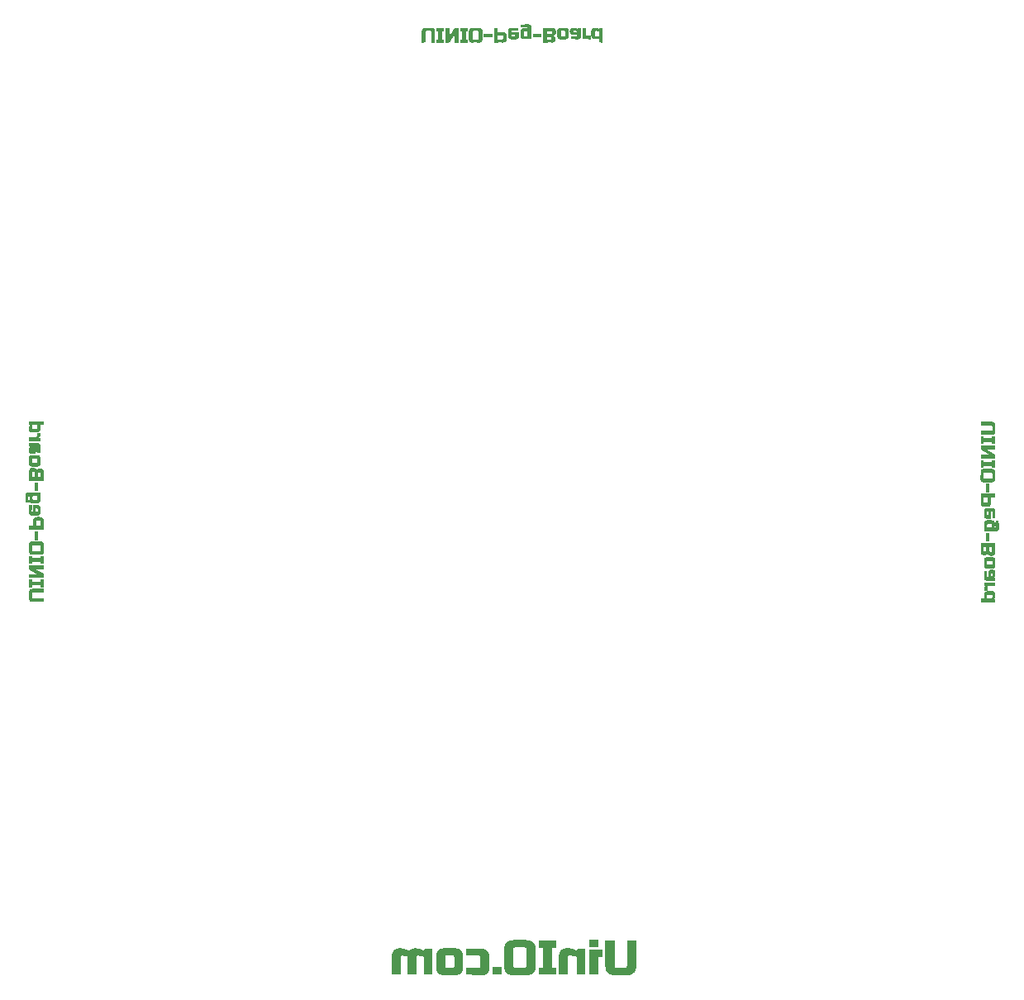
<source format=gbo>
%TF.GenerationSoftware,KiCad,Pcbnew,7.0.9*%
%TF.CreationDate,2024-01-12T02:26:01+08:00*%
%TF.ProjectId,UINIO-Peg-Board,55494e49-4f2d-4506-9567-2d426f617264,Version 1.0.1*%
%TF.SameCoordinates,PX637cc00PY32311f0*%
%TF.FileFunction,Legend,Bot*%
%TF.FilePolarity,Positive*%
%FSLAX46Y46*%
G04 Gerber Fmt 4.6, Leading zero omitted, Abs format (unit mm)*
G04 Created by KiCad (PCBNEW 7.0.9) date 2024-01-12 02:26:01*
%MOMM*%
%LPD*%
G01*
G04 APERTURE LIST*
%ADD10C,0.200000*%
%ADD11C,2.000000*%
%ADD12C,5.000000*%
G04 APERTURE END LIST*
D10*
G36*
X36696909Y-1925628D02*
G01*
X37099909Y-1925628D01*
X37099909Y-837526D01*
X37099504Y-809746D01*
X37098289Y-782920D01*
X37096264Y-757047D01*
X37093429Y-732127D01*
X37089784Y-708160D01*
X37085329Y-685147D01*
X37080064Y-663086D01*
X37073989Y-641979D01*
X37067104Y-621824D01*
X37059409Y-602623D01*
X37050904Y-584375D01*
X37041589Y-567080D01*
X37031464Y-550738D01*
X37020529Y-535350D01*
X37008783Y-520914D01*
X36996228Y-507431D01*
X36982789Y-494876D01*
X36968390Y-483131D01*
X36953033Y-472196D01*
X36936717Y-462071D01*
X36919442Y-452756D01*
X36901208Y-444251D01*
X36882016Y-436556D01*
X36861864Y-429671D01*
X36840754Y-423596D01*
X36818685Y-418331D01*
X36795657Y-413875D01*
X36771670Y-410230D01*
X36746724Y-407395D01*
X36720820Y-405370D01*
X36693956Y-404155D01*
X36666134Y-403750D01*
X36181068Y-403750D01*
X36153246Y-404155D01*
X36126382Y-405370D01*
X36100478Y-407395D01*
X36075532Y-410230D01*
X36051545Y-413875D01*
X36028517Y-418331D01*
X36006448Y-423596D01*
X35985338Y-429671D01*
X35965186Y-436556D01*
X35945994Y-444251D01*
X35927760Y-452756D01*
X35910485Y-462071D01*
X35894169Y-472196D01*
X35878812Y-483131D01*
X35864413Y-494876D01*
X35850974Y-507431D01*
X35838418Y-520914D01*
X35826673Y-535350D01*
X35815738Y-550738D01*
X35805613Y-567080D01*
X35796298Y-584375D01*
X35787793Y-602623D01*
X35780098Y-621824D01*
X35773213Y-641979D01*
X35767138Y-663086D01*
X35761873Y-685147D01*
X35757418Y-708160D01*
X35753773Y-732127D01*
X35750938Y-757047D01*
X35748913Y-782920D01*
X35747698Y-809746D01*
X35747293Y-837526D01*
X35747293Y-1925628D01*
X36150293Y-1925628D01*
X36150293Y-837526D01*
X36151304Y-817033D01*
X36154338Y-798555D01*
X36159393Y-782093D01*
X36166471Y-767647D01*
X36175570Y-755217D01*
X36186692Y-744803D01*
X36199836Y-736404D01*
X36215002Y-730021D01*
X36232191Y-725653D01*
X36251401Y-723302D01*
X36265332Y-722854D01*
X36581870Y-722854D01*
X36602429Y-723862D01*
X36620965Y-726885D01*
X36637480Y-731924D01*
X36651972Y-738979D01*
X36664442Y-748050D01*
X36674890Y-759137D01*
X36683315Y-772239D01*
X36689719Y-787357D01*
X36694100Y-804490D01*
X36696459Y-823640D01*
X36696909Y-837526D01*
X36696909Y-1925628D01*
G37*
G36*
X38040733Y-425000D02*
G01*
X37257812Y-425000D01*
X37257812Y-743736D01*
X37447589Y-743736D01*
X37447589Y-1606891D01*
X37257812Y-1606891D01*
X37257812Y-1925628D01*
X38040733Y-1925628D01*
X38040733Y-1606891D01*
X37850956Y-1606891D01*
X37850956Y-743736D01*
X38040733Y-743736D01*
X38040733Y-425000D01*
G37*
G36*
X39512418Y-425000D02*
G01*
X39092931Y-425000D01*
X38604934Y-1278995D01*
X38604934Y-425000D01*
X38201933Y-425000D01*
X38201933Y-1925628D01*
X38621420Y-1925628D01*
X39109051Y-1071999D01*
X39109051Y-1925628D01*
X39512418Y-1925628D01*
X39512418Y-425000D01*
G37*
G36*
X40454341Y-425000D02*
G01*
X39671420Y-425000D01*
X39671420Y-743736D01*
X39861197Y-743736D01*
X39861197Y-1606891D01*
X39671420Y-1606891D01*
X39671420Y-1925628D01*
X40454341Y-1925628D01*
X40454341Y-1606891D01*
X40264564Y-1606891D01*
X40264564Y-743736D01*
X40454341Y-743736D01*
X40454341Y-425000D01*
G37*
G36*
X41562205Y-404155D02*
G01*
X41589068Y-405370D01*
X41614973Y-407395D01*
X41639918Y-410230D01*
X41663905Y-413875D01*
X41686933Y-418331D01*
X41709002Y-423596D01*
X41730113Y-429671D01*
X41750264Y-436556D01*
X41769457Y-444251D01*
X41787691Y-452756D01*
X41804965Y-462071D01*
X41821282Y-472196D01*
X41836639Y-483131D01*
X41851037Y-494876D01*
X41864477Y-507431D01*
X41877032Y-520914D01*
X41888777Y-535350D01*
X41899712Y-550738D01*
X41909837Y-567080D01*
X41919152Y-584375D01*
X41927657Y-602623D01*
X41935353Y-621824D01*
X41942238Y-641979D01*
X41948313Y-663086D01*
X41953578Y-685147D01*
X41958033Y-708160D01*
X41961678Y-732127D01*
X41964513Y-757047D01*
X41966538Y-782920D01*
X41967753Y-809746D01*
X41968158Y-837526D01*
X41968158Y-1513101D01*
X41967753Y-1540879D01*
X41966538Y-1567701D01*
X41964513Y-1593567D01*
X41961678Y-1618477D01*
X41958033Y-1642431D01*
X41953578Y-1665429D01*
X41948313Y-1687471D01*
X41942238Y-1708557D01*
X41935353Y-1728687D01*
X41927657Y-1747861D01*
X41919152Y-1766079D01*
X41909837Y-1783341D01*
X41899712Y-1799647D01*
X41888777Y-1814997D01*
X41877032Y-1829391D01*
X41864477Y-1842829D01*
X41851037Y-1855429D01*
X41836639Y-1867215D01*
X41821282Y-1878189D01*
X41804965Y-1888350D01*
X41787691Y-1897698D01*
X41769457Y-1906233D01*
X41750264Y-1913955D01*
X41730113Y-1920865D01*
X41709002Y-1926961D01*
X41686933Y-1932245D01*
X41663905Y-1936716D01*
X41639918Y-1940374D01*
X41614973Y-1943219D01*
X41589068Y-1945251D01*
X41562205Y-1946470D01*
X41534383Y-1946877D01*
X41006818Y-1946877D01*
X40979039Y-1946470D01*
X40952213Y-1945251D01*
X40926340Y-1943219D01*
X40901420Y-1940374D01*
X40877453Y-1936716D01*
X40854439Y-1932245D01*
X40832379Y-1926961D01*
X40811271Y-1920865D01*
X40791117Y-1913955D01*
X40771916Y-1906233D01*
X40753667Y-1897698D01*
X40736372Y-1888350D01*
X40720031Y-1878189D01*
X40704642Y-1867215D01*
X40690206Y-1855429D01*
X40676724Y-1842829D01*
X40664169Y-1829391D01*
X40652424Y-1814997D01*
X40641488Y-1799647D01*
X40631363Y-1783341D01*
X40622048Y-1766079D01*
X40613543Y-1747861D01*
X40605848Y-1728687D01*
X40598963Y-1708557D01*
X40592888Y-1687471D01*
X40587623Y-1665429D01*
X40583168Y-1642431D01*
X40579523Y-1618477D01*
X40576688Y-1593567D01*
X40574663Y-1567701D01*
X40573448Y-1540879D01*
X40573043Y-1513101D01*
X40976410Y-1513101D01*
X40976859Y-1526987D01*
X40979218Y-1546137D01*
X40983600Y-1563270D01*
X40990003Y-1578388D01*
X40998429Y-1591490D01*
X41008877Y-1602577D01*
X41021347Y-1611648D01*
X41035839Y-1618703D01*
X41052353Y-1623742D01*
X41070890Y-1626766D01*
X41091448Y-1627773D01*
X41450119Y-1627773D01*
X41464049Y-1627325D01*
X41483260Y-1624974D01*
X41500448Y-1620606D01*
X41515614Y-1614223D01*
X41528758Y-1605824D01*
X41539880Y-1595410D01*
X41548980Y-1582980D01*
X41556057Y-1568534D01*
X41561113Y-1552072D01*
X41564146Y-1533595D01*
X41565157Y-1513101D01*
X41565157Y-837526D01*
X41564708Y-823640D01*
X41562349Y-804490D01*
X41557967Y-787357D01*
X41551564Y-772239D01*
X41543138Y-759137D01*
X41532690Y-748050D01*
X41520220Y-738979D01*
X41505728Y-731924D01*
X41489214Y-726885D01*
X41470677Y-723862D01*
X41450119Y-722854D01*
X41091448Y-722854D01*
X41077518Y-723302D01*
X41058307Y-725653D01*
X41041119Y-730021D01*
X41025953Y-736404D01*
X41012809Y-744803D01*
X41001687Y-755217D01*
X40992587Y-767647D01*
X40985509Y-782093D01*
X40980454Y-798555D01*
X40977421Y-817033D01*
X40976410Y-837526D01*
X40976410Y-1513101D01*
X40573043Y-1513101D01*
X40573043Y-837526D01*
X40573448Y-809746D01*
X40574663Y-782920D01*
X40576688Y-757047D01*
X40579523Y-732127D01*
X40583168Y-708160D01*
X40587623Y-685147D01*
X40592888Y-663086D01*
X40598963Y-641979D01*
X40605848Y-621824D01*
X40613543Y-602623D01*
X40622048Y-584375D01*
X40631363Y-567080D01*
X40641488Y-550738D01*
X40652424Y-535350D01*
X40664169Y-520914D01*
X40676724Y-507431D01*
X40690206Y-494876D01*
X40704642Y-483131D01*
X40720031Y-472196D01*
X40736372Y-462071D01*
X40753667Y-452756D01*
X40771916Y-444251D01*
X40791117Y-436556D01*
X40811271Y-429671D01*
X40832379Y-423596D01*
X40854439Y-418331D01*
X40877453Y-413875D01*
X40901420Y-410230D01*
X40926340Y-407395D01*
X40952213Y-405370D01*
X40979039Y-404155D01*
X41006818Y-403750D01*
X41534383Y-403750D01*
X41562205Y-404155D01*
G37*
G36*
X42085028Y-1015945D02*
G01*
X42085028Y-1334682D01*
X42973461Y-1334682D01*
X42973461Y-1015945D01*
X42085028Y-1015945D01*
G37*
G36*
X43537662Y-847051D02*
G01*
X44032621Y-847051D01*
X44060443Y-847456D01*
X44087306Y-848671D01*
X44113211Y-850696D01*
X44138156Y-853531D01*
X44162143Y-857176D01*
X44185171Y-861631D01*
X44207240Y-866896D01*
X44228351Y-872971D01*
X44248502Y-879856D01*
X44267695Y-887552D01*
X44285928Y-896057D01*
X44303203Y-905372D01*
X44319520Y-915497D01*
X44334877Y-926432D01*
X44349275Y-938177D01*
X44362715Y-950732D01*
X44375270Y-964172D01*
X44387015Y-978570D01*
X44397950Y-993927D01*
X44408075Y-1010244D01*
X44417390Y-1027518D01*
X44425895Y-1045752D01*
X44433590Y-1064945D01*
X44440476Y-1085096D01*
X44446551Y-1106207D01*
X44451816Y-1128276D01*
X44456271Y-1151304D01*
X44459916Y-1175291D01*
X44462751Y-1200236D01*
X44464776Y-1226141D01*
X44465991Y-1253004D01*
X44466396Y-1280826D01*
X44466396Y-1491852D01*
X44465991Y-1519674D01*
X44464776Y-1546538D01*
X44462751Y-1572442D01*
X44459916Y-1597388D01*
X44456271Y-1621375D01*
X44451816Y-1644403D01*
X44446551Y-1666472D01*
X44440476Y-1687582D01*
X44433590Y-1707734D01*
X44425895Y-1726926D01*
X44417390Y-1745160D01*
X44408075Y-1762435D01*
X44397950Y-1778751D01*
X44387015Y-1794109D01*
X44375270Y-1808507D01*
X44362715Y-1821946D01*
X44349275Y-1834502D01*
X44334877Y-1846247D01*
X44319520Y-1857182D01*
X44303203Y-1867307D01*
X44285928Y-1876622D01*
X44267695Y-1885127D01*
X44248502Y-1892822D01*
X44228351Y-1899707D01*
X44207240Y-1905782D01*
X44185171Y-1911047D01*
X44162143Y-1915502D01*
X44138156Y-1919147D01*
X44113211Y-1921983D01*
X44087306Y-1924008D01*
X44060443Y-1925223D01*
X44032621Y-1925628D01*
X43134662Y-1925628D01*
X43134662Y-1165788D01*
X43537662Y-1165788D01*
X43537662Y-1606891D01*
X43947990Y-1606891D01*
X43961921Y-1606441D01*
X43981131Y-1604082D01*
X43998320Y-1599701D01*
X44013486Y-1593297D01*
X44026630Y-1584872D01*
X44037752Y-1574424D01*
X44046851Y-1561954D01*
X44053929Y-1547462D01*
X44058984Y-1530947D01*
X44062018Y-1512411D01*
X44063029Y-1491852D01*
X44063029Y-1280826D01*
X44062579Y-1266896D01*
X44060220Y-1247685D01*
X44055839Y-1230497D01*
X44049435Y-1215331D01*
X44041010Y-1202187D01*
X44030562Y-1191065D01*
X44018092Y-1181965D01*
X44003600Y-1174888D01*
X43987085Y-1169832D01*
X43968549Y-1166799D01*
X43947990Y-1165788D01*
X43537662Y-1165788D01*
X43134662Y-1165788D01*
X43134662Y-425000D01*
X43537662Y-425000D01*
X43537662Y-847051D01*
G37*
G36*
X44931648Y-403793D02*
G01*
X44952667Y-403921D01*
X44973854Y-404134D01*
X44995208Y-404432D01*
X45016730Y-404815D01*
X45038419Y-405283D01*
X45060276Y-405837D01*
X45082300Y-406475D01*
X45104491Y-407199D01*
X45126850Y-408008D01*
X45149377Y-408902D01*
X45172071Y-409881D01*
X45194932Y-410946D01*
X45217961Y-412095D01*
X45241157Y-413330D01*
X45264520Y-414650D01*
X45288051Y-416055D01*
X45311750Y-417545D01*
X45335616Y-419120D01*
X45359649Y-420781D01*
X45383850Y-422526D01*
X45408218Y-424357D01*
X45432754Y-426273D01*
X45457457Y-428274D01*
X45482328Y-430360D01*
X45507366Y-432531D01*
X45532571Y-434788D01*
X45557944Y-437130D01*
X45583484Y-439556D01*
X45609192Y-442068D01*
X45635067Y-444665D01*
X45661110Y-447348D01*
X45661110Y-734577D01*
X45635368Y-732549D01*
X45610031Y-730585D01*
X45585096Y-728685D01*
X45560566Y-726849D01*
X45536439Y-725078D01*
X45512715Y-723372D01*
X45489395Y-721730D01*
X45466479Y-720152D01*
X45443966Y-718638D01*
X45421857Y-717189D01*
X45400151Y-715805D01*
X45378849Y-714485D01*
X45357950Y-713229D01*
X45337455Y-712037D01*
X45317364Y-710910D01*
X45297676Y-709848D01*
X45278392Y-708850D01*
X45259511Y-707916D01*
X45241034Y-707046D01*
X45222961Y-706241D01*
X45205291Y-705501D01*
X45188025Y-704825D01*
X45171162Y-704213D01*
X45154703Y-703665D01*
X45138647Y-703182D01*
X45122995Y-702764D01*
X45107747Y-702410D01*
X45092902Y-702120D01*
X45064423Y-701733D01*
X45037558Y-701605D01*
X45034249Y-701673D01*
X45018736Y-704077D01*
X45004940Y-709916D01*
X44992861Y-719190D01*
X44990732Y-721425D01*
X44982145Y-733719D01*
X44976993Y-747872D01*
X44975276Y-763886D01*
X44975276Y-836427D01*
X45703608Y-836427D01*
X45703608Y-1238695D01*
X45703243Y-1258800D01*
X45702148Y-1278359D01*
X45700324Y-1297372D01*
X45697769Y-1315837D01*
X45694485Y-1333756D01*
X45690470Y-1351128D01*
X45685726Y-1367954D01*
X45680252Y-1384233D01*
X45674048Y-1399965D01*
X45667115Y-1415150D01*
X45659451Y-1429789D01*
X45651058Y-1443881D01*
X45641934Y-1457427D01*
X45632081Y-1470426D01*
X45621498Y-1482878D01*
X45610185Y-1494783D01*
X45598280Y-1506052D01*
X45585828Y-1516593D01*
X45572829Y-1526408D01*
X45559283Y-1535495D01*
X45545191Y-1543856D01*
X45530552Y-1551489D01*
X45515367Y-1558396D01*
X45499635Y-1564576D01*
X45483356Y-1570028D01*
X45466530Y-1574754D01*
X45449158Y-1578752D01*
X45431239Y-1582024D01*
X45412773Y-1584568D01*
X45393761Y-1586386D01*
X45374202Y-1587476D01*
X45354096Y-1587840D01*
X44932045Y-1587840D01*
X44911938Y-1587476D01*
X44892374Y-1586386D01*
X44873355Y-1584568D01*
X44854879Y-1582024D01*
X44836948Y-1578752D01*
X44819560Y-1574754D01*
X44802715Y-1570028D01*
X44786415Y-1564576D01*
X44770658Y-1558396D01*
X44755446Y-1551489D01*
X44740777Y-1543856D01*
X44726652Y-1535495D01*
X44713071Y-1526408D01*
X44700033Y-1516593D01*
X44687540Y-1506052D01*
X44675590Y-1494783D01*
X44664321Y-1482878D01*
X44653780Y-1470426D01*
X44643965Y-1457427D01*
X44634878Y-1443881D01*
X44626517Y-1429789D01*
X44618883Y-1415150D01*
X44611977Y-1399965D01*
X44605797Y-1384233D01*
X44600345Y-1367954D01*
X44595619Y-1351128D01*
X44591621Y-1333756D01*
X44588349Y-1315837D01*
X44585805Y-1297372D01*
X44583987Y-1278359D01*
X44582897Y-1258800D01*
X44582533Y-1238695D01*
X44582533Y-1123656D01*
X44975276Y-1123656D01*
X44975276Y-1228070D01*
X44975347Y-1232533D01*
X44977056Y-1248968D01*
X44981043Y-1263136D01*
X44989231Y-1277658D01*
X45000978Y-1288638D01*
X45016286Y-1296076D01*
X45031095Y-1299477D01*
X45048182Y-1300610D01*
X45237959Y-1300610D01*
X45242444Y-1300539D01*
X45258962Y-1298839D01*
X45273202Y-1294872D01*
X45287797Y-1286725D01*
X45298833Y-1275037D01*
X45306309Y-1259806D01*
X45309726Y-1245072D01*
X45310865Y-1228070D01*
X45310865Y-1123656D01*
X44975276Y-1123656D01*
X44582533Y-1123656D01*
X44582533Y-732013D01*
X44582885Y-713737D01*
X44583942Y-695914D01*
X44585702Y-678544D01*
X44588166Y-661625D01*
X44591335Y-645159D01*
X44595207Y-629145D01*
X44599784Y-613583D01*
X44605065Y-598473D01*
X44611050Y-583816D01*
X44617739Y-569610D01*
X44625132Y-555857D01*
X44633229Y-542557D01*
X44642030Y-529708D01*
X44651536Y-517312D01*
X44661745Y-505368D01*
X44672659Y-493876D01*
X44684151Y-482962D01*
X44696095Y-472753D01*
X44708491Y-463247D01*
X44721340Y-454446D01*
X44734640Y-446349D01*
X44748393Y-438956D01*
X44762598Y-432267D01*
X44777256Y-426282D01*
X44792366Y-421001D01*
X44807927Y-416424D01*
X44823942Y-412552D01*
X44840408Y-409383D01*
X44857327Y-406919D01*
X44874697Y-405159D01*
X44892520Y-404102D01*
X44910796Y-403750D01*
X44931648Y-403793D01*
G37*
G36*
X46673374Y-45432D02*
G01*
X46691234Y-46488D01*
X46708637Y-48248D01*
X46725581Y-50713D01*
X46742067Y-53881D01*
X46758096Y-57754D01*
X46773666Y-62330D01*
X46788779Y-67611D01*
X46803434Y-73596D01*
X46817630Y-80285D01*
X46831369Y-87678D01*
X46844649Y-95775D01*
X46857472Y-104577D01*
X46869837Y-114082D01*
X46881744Y-124292D01*
X46893193Y-135205D01*
X46904106Y-146697D01*
X46914316Y-158641D01*
X46923821Y-171038D01*
X46932623Y-183886D01*
X46940720Y-197187D01*
X46948113Y-210940D01*
X46954802Y-225145D01*
X46960787Y-239802D01*
X46966068Y-254912D01*
X46970644Y-270474D01*
X46974517Y-286488D01*
X46977686Y-302954D01*
X46980150Y-319873D01*
X46981910Y-337244D01*
X46982966Y-355067D01*
X46983318Y-373342D01*
X46983318Y-1566957D01*
X46190872Y-1566957D01*
X46170765Y-1566592D01*
X46151202Y-1565497D01*
X46132183Y-1563673D01*
X46113707Y-1561118D01*
X46095775Y-1557834D01*
X46078387Y-1553819D01*
X46061543Y-1549075D01*
X46045243Y-1543601D01*
X46029486Y-1537397D01*
X46014273Y-1530464D01*
X45999605Y-1522800D01*
X45985479Y-1514407D01*
X45971898Y-1505283D01*
X45958861Y-1495430D01*
X45946367Y-1484847D01*
X45934417Y-1473534D01*
X45923149Y-1461629D01*
X45912607Y-1449177D01*
X45902793Y-1436178D01*
X45893705Y-1422632D01*
X45885345Y-1408540D01*
X45877711Y-1393901D01*
X45870805Y-1378716D01*
X45864625Y-1362984D01*
X45859173Y-1346705D01*
X45854447Y-1329879D01*
X45850448Y-1312507D01*
X45847177Y-1294588D01*
X45844632Y-1276122D01*
X45842815Y-1257110D01*
X45841724Y-1237551D01*
X45841361Y-1217445D01*
X45841361Y-1185938D01*
X46234103Y-1185938D01*
X46234175Y-1190401D01*
X46235883Y-1206836D01*
X46239870Y-1221004D01*
X46248058Y-1235526D01*
X46259806Y-1246506D01*
X46275113Y-1253944D01*
X46289922Y-1257345D01*
X46307010Y-1258478D01*
X46590576Y-1258478D01*
X46590576Y-794661D01*
X46583708Y-793489D01*
X46562841Y-790196D01*
X46541581Y-787238D01*
X46519929Y-784615D01*
X46505276Y-783052D01*
X46490448Y-781638D01*
X46475446Y-780373D01*
X46460269Y-779257D01*
X46444917Y-778289D01*
X46429391Y-777471D01*
X46413691Y-776801D01*
X46397815Y-776280D01*
X46381765Y-775908D01*
X46365541Y-775685D01*
X46349142Y-775610D01*
X46296385Y-775610D01*
X46293077Y-775679D01*
X46277563Y-778083D01*
X46263767Y-783922D01*
X46251689Y-793196D01*
X46249559Y-795430D01*
X46240973Y-807673D01*
X46235821Y-821705D01*
X46234103Y-837526D01*
X46234103Y-1185938D01*
X45841361Y-1185938D01*
X45841361Y-795394D01*
X45841713Y-777118D01*
X45842769Y-759295D01*
X45844529Y-741925D01*
X45846994Y-725006D01*
X45850162Y-708540D01*
X45854035Y-692526D01*
X45858612Y-676964D01*
X45863892Y-661854D01*
X45869877Y-647197D01*
X45876566Y-632991D01*
X45883959Y-619238D01*
X45892057Y-605938D01*
X45900858Y-593089D01*
X45910363Y-580693D01*
X45920573Y-568749D01*
X45931487Y-557257D01*
X45942978Y-546343D01*
X45954922Y-536134D01*
X45967319Y-526628D01*
X45980167Y-517827D01*
X45993468Y-509730D01*
X46007221Y-502337D01*
X46021426Y-495648D01*
X46036084Y-489663D01*
X46051193Y-484382D01*
X46066755Y-479805D01*
X46082769Y-475933D01*
X46099236Y-472764D01*
X46116154Y-470300D01*
X46133525Y-468540D01*
X46151348Y-467483D01*
X46169623Y-467131D01*
X46243629Y-467131D01*
X46263145Y-467286D01*
X46282950Y-467750D01*
X46303044Y-468522D01*
X46323428Y-469604D01*
X46344100Y-470995D01*
X46365061Y-472696D01*
X46386312Y-474705D01*
X46407852Y-477023D01*
X46429680Y-479651D01*
X46451798Y-482587D01*
X46474205Y-485833D01*
X46496901Y-489388D01*
X46519886Y-493252D01*
X46543160Y-497425D01*
X46566724Y-501907D01*
X46590576Y-506699D01*
X46590576Y-415474D01*
X46590507Y-412167D01*
X46588103Y-396704D01*
X46582264Y-383029D01*
X46572990Y-371144D01*
X46570756Y-369014D01*
X46558513Y-360428D01*
X46544481Y-355276D01*
X46528660Y-353558D01*
X46501751Y-353686D01*
X46473231Y-354068D01*
X46458366Y-354355D01*
X46443098Y-354705D01*
X46427428Y-355119D01*
X46411355Y-355596D01*
X46394879Y-356138D01*
X46378000Y-356743D01*
X46360718Y-357411D01*
X46343034Y-358144D01*
X46324946Y-358940D01*
X46306456Y-359800D01*
X46287563Y-360723D01*
X46268267Y-361710D01*
X46248568Y-362761D01*
X46228466Y-363875D01*
X46207962Y-365054D01*
X46187054Y-366295D01*
X46165744Y-367601D01*
X46144031Y-368970D01*
X46121915Y-370403D01*
X46099396Y-371900D01*
X46076474Y-373460D01*
X46053150Y-375084D01*
X46029422Y-376771D01*
X46005292Y-378523D01*
X45980759Y-380338D01*
X45955823Y-382216D01*
X45930484Y-384159D01*
X45904742Y-386165D01*
X45904742Y-88311D01*
X45930807Y-85651D01*
X45956703Y-83076D01*
X45982430Y-80585D01*
X46007988Y-78178D01*
X46033377Y-75856D01*
X46058598Y-73619D01*
X46083649Y-71466D01*
X46108532Y-69397D01*
X46133246Y-67413D01*
X46157791Y-65513D01*
X46182167Y-63698D01*
X46206374Y-61967D01*
X46230413Y-60320D01*
X46254282Y-58758D01*
X46277983Y-57281D01*
X46301514Y-55887D01*
X46324877Y-54579D01*
X46348071Y-53354D01*
X46371096Y-52215D01*
X46393953Y-51159D01*
X46416640Y-50188D01*
X46439159Y-49302D01*
X46461508Y-48499D01*
X46483689Y-47782D01*
X46505701Y-47148D01*
X46527544Y-46600D01*
X46549218Y-46135D01*
X46570723Y-45755D01*
X46592060Y-45460D01*
X46613227Y-45249D01*
X46634226Y-45122D01*
X46655056Y-45080D01*
X46673374Y-45432D01*
G37*
G36*
X47121804Y-1015945D02*
G01*
X47121804Y-1334682D01*
X48010237Y-1334682D01*
X48010237Y-1015945D01*
X47121804Y-1015945D01*
G37*
G36*
X49116314Y-425392D02*
G01*
X49141479Y-426568D01*
X49165773Y-428529D01*
X49189198Y-431273D01*
X49211752Y-434803D01*
X49233436Y-439116D01*
X49254250Y-444214D01*
X49274194Y-450095D01*
X49293268Y-456762D01*
X49311472Y-464212D01*
X49328805Y-472447D01*
X49345269Y-481465D01*
X49360862Y-491268D01*
X49375585Y-501856D01*
X49389439Y-513227D01*
X49402422Y-525383D01*
X49414622Y-538409D01*
X49426035Y-552300D01*
X49436661Y-567054D01*
X49446500Y-582674D01*
X49455552Y-599157D01*
X49463816Y-616505D01*
X49471294Y-634717D01*
X49477984Y-653794D01*
X49483888Y-673735D01*
X49489004Y-694541D01*
X49493333Y-716210D01*
X49496875Y-738745D01*
X49499630Y-762143D01*
X49501598Y-786406D01*
X49502778Y-811534D01*
X49503172Y-837526D01*
X49503150Y-843046D01*
X49502828Y-859353D01*
X49502120Y-875280D01*
X49501025Y-890827D01*
X49499544Y-905995D01*
X49497676Y-920782D01*
X49494585Y-939907D01*
X49490807Y-958357D01*
X49486342Y-976132D01*
X49481190Y-993230D01*
X49473001Y-1016054D01*
X49464188Y-1037721D01*
X49454752Y-1058232D01*
X49444691Y-1077586D01*
X49434006Y-1095784D01*
X49422698Y-1112826D01*
X49410765Y-1128711D01*
X49398208Y-1143440D01*
X49385028Y-1157012D01*
X49371223Y-1169429D01*
X49356795Y-1180689D01*
X49341743Y-1190792D01*
X49326066Y-1199740D01*
X49309766Y-1207531D01*
X49292842Y-1214165D01*
X49275293Y-1219644D01*
X49288030Y-1225649D01*
X49300962Y-1233588D01*
X49314088Y-1243463D01*
X49327409Y-1255273D01*
X49340924Y-1269017D01*
X49351188Y-1280595D01*
X49361562Y-1293261D01*
X49372045Y-1307016D01*
X49382638Y-1321859D01*
X49386154Y-1327035D01*
X49396033Y-1343126D01*
X49404907Y-1360060D01*
X49412777Y-1377837D01*
X49419642Y-1396458D01*
X49425503Y-1415923D01*
X49430358Y-1436232D01*
X49434209Y-1457384D01*
X49436219Y-1471954D01*
X49437782Y-1486899D01*
X49438898Y-1502219D01*
X49439568Y-1517914D01*
X49439791Y-1533984D01*
X49439397Y-1558231D01*
X49438217Y-1581697D01*
X49436249Y-1604382D01*
X49433494Y-1626285D01*
X49429952Y-1647407D01*
X49425623Y-1667747D01*
X49420507Y-1687306D01*
X49414603Y-1706084D01*
X49407913Y-1724080D01*
X49400435Y-1741295D01*
X49392171Y-1757728D01*
X49383119Y-1773380D01*
X49373280Y-1788251D01*
X49362654Y-1802340D01*
X49351241Y-1815648D01*
X49339041Y-1828175D01*
X49326059Y-1839976D01*
X49312210Y-1851015D01*
X49297494Y-1861293D01*
X49281911Y-1870810D01*
X49265460Y-1879566D01*
X49248142Y-1887560D01*
X49229957Y-1894793D01*
X49210905Y-1901264D01*
X49190985Y-1906974D01*
X49170198Y-1911923D01*
X49148544Y-1916111D01*
X49126023Y-1919537D01*
X49102634Y-1922201D01*
X49078378Y-1924105D01*
X49053255Y-1925247D01*
X49027265Y-1925628D01*
X48171438Y-1925628D01*
X48171438Y-1334682D01*
X48574438Y-1334682D01*
X48574438Y-1606891D01*
X48921752Y-1606891D01*
X48935638Y-1606441D01*
X48954787Y-1604082D01*
X48971921Y-1599701D01*
X48987039Y-1593297D01*
X49000141Y-1584872D01*
X49011227Y-1574424D01*
X49020298Y-1561954D01*
X49027353Y-1547462D01*
X49032392Y-1530947D01*
X49035416Y-1512411D01*
X49036424Y-1491852D01*
X49036424Y-1449720D01*
X49035976Y-1435790D01*
X49033624Y-1416579D01*
X49029257Y-1399391D01*
X49022874Y-1384225D01*
X49014475Y-1371081D01*
X49004060Y-1359959D01*
X48991630Y-1350859D01*
X48977184Y-1343782D01*
X48960722Y-1338726D01*
X48942245Y-1335693D01*
X48921752Y-1334682D01*
X48574438Y-1334682D01*
X48171438Y-1334682D01*
X48171438Y-743736D01*
X48574438Y-743736D01*
X48574438Y-1015945D01*
X48984766Y-1015945D01*
X48998697Y-1015496D01*
X49017907Y-1013137D01*
X49035096Y-1008755D01*
X49050262Y-1002352D01*
X49063406Y-993926D01*
X49074528Y-983478D01*
X49083627Y-971008D01*
X49090705Y-956516D01*
X49095760Y-940002D01*
X49098794Y-921465D01*
X49099805Y-900907D01*
X49099805Y-858775D01*
X49099355Y-844844D01*
X49096996Y-825634D01*
X49092615Y-808446D01*
X49086211Y-793279D01*
X49077786Y-780135D01*
X49067338Y-769013D01*
X49054868Y-759914D01*
X49040376Y-752836D01*
X49023861Y-747781D01*
X49005325Y-744747D01*
X48984766Y-743736D01*
X48574438Y-743736D01*
X48171438Y-743736D01*
X48171438Y-425000D01*
X49090279Y-425000D01*
X49116314Y-425392D01*
G37*
G36*
X50474359Y-404114D02*
G01*
X50493918Y-405204D01*
X50512930Y-407022D01*
X50531396Y-409566D01*
X50549315Y-412838D01*
X50566687Y-416836D01*
X50583513Y-421562D01*
X50599792Y-427015D01*
X50615524Y-433194D01*
X50630709Y-440101D01*
X50645348Y-447734D01*
X50659440Y-456095D01*
X50672986Y-465182D01*
X50685985Y-474997D01*
X50698437Y-485538D01*
X50710342Y-496807D01*
X50721611Y-508757D01*
X50732152Y-521250D01*
X50741967Y-534288D01*
X50751054Y-547869D01*
X50759415Y-561994D01*
X50767048Y-576663D01*
X50773955Y-591876D01*
X50780134Y-607632D01*
X50785587Y-623932D01*
X50790313Y-640777D01*
X50794311Y-658165D01*
X50797583Y-676096D01*
X50800127Y-694572D01*
X50801945Y-713592D01*
X50803035Y-733155D01*
X50803399Y-753262D01*
X50803399Y-1238695D01*
X50803035Y-1258800D01*
X50801945Y-1278359D01*
X50800127Y-1297372D01*
X50797583Y-1315837D01*
X50794311Y-1333756D01*
X50790313Y-1351128D01*
X50785587Y-1367954D01*
X50780134Y-1384233D01*
X50773955Y-1399965D01*
X50767048Y-1415150D01*
X50759415Y-1429789D01*
X50751054Y-1443881D01*
X50741967Y-1457427D01*
X50732152Y-1470426D01*
X50721611Y-1482878D01*
X50710342Y-1494783D01*
X50698437Y-1506052D01*
X50685985Y-1516593D01*
X50672986Y-1526408D01*
X50659440Y-1535495D01*
X50645348Y-1543856D01*
X50630709Y-1551489D01*
X50615524Y-1558396D01*
X50599792Y-1564576D01*
X50583513Y-1570028D01*
X50566687Y-1574754D01*
X50549315Y-1578752D01*
X50531396Y-1582024D01*
X50512930Y-1584568D01*
X50493918Y-1586386D01*
X50474359Y-1587476D01*
X50454253Y-1587840D01*
X49968821Y-1587840D01*
X49948714Y-1587476D01*
X49929150Y-1586386D01*
X49910131Y-1584568D01*
X49891655Y-1582024D01*
X49873724Y-1578752D01*
X49856336Y-1574754D01*
X49839491Y-1570028D01*
X49823191Y-1564576D01*
X49807434Y-1558396D01*
X49792222Y-1551489D01*
X49777553Y-1543856D01*
X49763428Y-1535495D01*
X49749847Y-1526408D01*
X49736809Y-1516593D01*
X49724316Y-1506052D01*
X49712366Y-1494783D01*
X49701097Y-1482878D01*
X49690556Y-1470426D01*
X49680741Y-1457427D01*
X49671654Y-1443881D01*
X49663293Y-1429789D01*
X49655659Y-1415150D01*
X49648753Y-1399965D01*
X49642573Y-1384233D01*
X49637121Y-1367954D01*
X49632395Y-1351128D01*
X49628397Y-1333756D01*
X49625125Y-1315837D01*
X49622581Y-1297372D01*
X49620763Y-1278359D01*
X49619673Y-1258800D01*
X49619309Y-1238695D01*
X49619309Y-1206821D01*
X50012052Y-1206821D01*
X50012123Y-1211306D01*
X50013832Y-1227824D01*
X50017819Y-1242064D01*
X50026007Y-1256659D01*
X50037754Y-1267695D01*
X50053062Y-1275171D01*
X50067871Y-1278588D01*
X50084958Y-1279727D01*
X50338116Y-1279727D01*
X50342579Y-1279656D01*
X50359014Y-1277947D01*
X50373182Y-1273960D01*
X50387704Y-1265773D01*
X50398684Y-1254025D01*
X50406122Y-1238717D01*
X50409523Y-1223908D01*
X50410656Y-1206821D01*
X50410656Y-784769D01*
X50410585Y-780306D01*
X50408885Y-763871D01*
X50404918Y-749703D01*
X50396771Y-735181D01*
X50385083Y-724201D01*
X50369852Y-716763D01*
X50355118Y-713363D01*
X50338116Y-712229D01*
X50084958Y-712229D01*
X50080473Y-712300D01*
X50063955Y-714000D01*
X50049715Y-717967D01*
X50035120Y-726114D01*
X50024084Y-737802D01*
X50016608Y-753033D01*
X50013191Y-767768D01*
X50012052Y-784769D01*
X50012052Y-1206821D01*
X49619309Y-1206821D01*
X49619309Y-753262D01*
X49619673Y-733155D01*
X49620763Y-713592D01*
X49622581Y-694572D01*
X49625125Y-676096D01*
X49628397Y-658165D01*
X49632395Y-640777D01*
X49637121Y-623932D01*
X49642573Y-607632D01*
X49648753Y-591876D01*
X49655659Y-576663D01*
X49663293Y-561994D01*
X49671654Y-547869D01*
X49680741Y-534288D01*
X49690556Y-521250D01*
X49701097Y-508757D01*
X49712366Y-496807D01*
X49724316Y-485538D01*
X49736809Y-474997D01*
X49749847Y-465182D01*
X49763428Y-456095D01*
X49777553Y-447734D01*
X49792222Y-440101D01*
X49807434Y-433194D01*
X49823191Y-427015D01*
X49839491Y-421562D01*
X49856336Y-416836D01*
X49873724Y-412838D01*
X49891655Y-409566D01*
X49910131Y-407022D01*
X49929150Y-405204D01*
X49948714Y-404114D01*
X49968821Y-403750D01*
X50454253Y-403750D01*
X50474359Y-404114D01*
G37*
G36*
X51316524Y-403781D02*
G01*
X51335615Y-404511D01*
X51350609Y-405697D01*
X51366184Y-407430D01*
X51382337Y-409711D01*
X51399070Y-412539D01*
X51416383Y-415915D01*
X51434276Y-419838D01*
X51452748Y-424308D01*
X51471799Y-429326D01*
X51491431Y-434891D01*
X51504631Y-438884D01*
X51524132Y-445249D01*
X51543271Y-452065D01*
X51562050Y-459331D01*
X51580469Y-467048D01*
X51598526Y-475216D01*
X51616224Y-483835D01*
X51633560Y-492905D01*
X51650536Y-502425D01*
X51667151Y-512397D01*
X51683406Y-522819D01*
X51703189Y-425000D01*
X52051602Y-425000D01*
X52051602Y-1259577D01*
X52051250Y-1277896D01*
X52050193Y-1295756D01*
X52048433Y-1313158D01*
X52045969Y-1330102D01*
X52042800Y-1346589D01*
X52038928Y-1362617D01*
X52034351Y-1378188D01*
X52029070Y-1393300D01*
X52023085Y-1407955D01*
X52016396Y-1422151D01*
X52009003Y-1435890D01*
X52000906Y-1449171D01*
X51992105Y-1461994D01*
X51982599Y-1474358D01*
X51972390Y-1486265D01*
X51961476Y-1497714D01*
X51949984Y-1508628D01*
X51938040Y-1518837D01*
X51925644Y-1528343D01*
X51912795Y-1537144D01*
X51899495Y-1545241D01*
X51885742Y-1552634D01*
X51871537Y-1559323D01*
X51856879Y-1565308D01*
X51841769Y-1570589D01*
X51826208Y-1575166D01*
X51810193Y-1579038D01*
X51793727Y-1582207D01*
X51776808Y-1584671D01*
X51759438Y-1586431D01*
X51741615Y-1587488D01*
X51723339Y-1587840D01*
X51703815Y-1587797D01*
X51684123Y-1587671D01*
X51664262Y-1587460D01*
X51644233Y-1587164D01*
X51624036Y-1586784D01*
X51603671Y-1586320D01*
X51583138Y-1585771D01*
X51562437Y-1585138D01*
X51541567Y-1584420D01*
X51520529Y-1583618D01*
X51499324Y-1582731D01*
X51477950Y-1581760D01*
X51456408Y-1580705D01*
X51434697Y-1579565D01*
X51412819Y-1578341D01*
X51390772Y-1577032D01*
X51368557Y-1575639D01*
X51346174Y-1574161D01*
X51323623Y-1572599D01*
X51300904Y-1570953D01*
X51278017Y-1569222D01*
X51254961Y-1567406D01*
X51231737Y-1565507D01*
X51208346Y-1563522D01*
X51184786Y-1561454D01*
X51161057Y-1559300D01*
X51137161Y-1557063D01*
X51113097Y-1554741D01*
X51088864Y-1552335D01*
X51064463Y-1549844D01*
X51039894Y-1547268D01*
X51015157Y-1544609D01*
X51015157Y-1257745D01*
X51029557Y-1258639D01*
X51044363Y-1259577D01*
X51059576Y-1260562D01*
X51075195Y-1261592D01*
X51091221Y-1262669D01*
X51107653Y-1263790D01*
X51124491Y-1264958D01*
X51141736Y-1266172D01*
X51159387Y-1267431D01*
X51177445Y-1268736D01*
X51195909Y-1270087D01*
X51214780Y-1271484D01*
X51234057Y-1272927D01*
X51253740Y-1274415D01*
X51273830Y-1275949D01*
X51294327Y-1277529D01*
X51314913Y-1279082D01*
X51335274Y-1280534D01*
X51355408Y-1281887D01*
X51375316Y-1283139D01*
X51394998Y-1284291D01*
X51414454Y-1285343D01*
X51433684Y-1286295D01*
X51452688Y-1287146D01*
X51471465Y-1287898D01*
X51490017Y-1288549D01*
X51508342Y-1289100D01*
X51526441Y-1289550D01*
X51544315Y-1289901D01*
X51561962Y-1290152D01*
X51579382Y-1290302D01*
X51596577Y-1290352D01*
X51599929Y-1290282D01*
X51615571Y-1287827D01*
X51629353Y-1281867D01*
X51641274Y-1272400D01*
X51643403Y-1270166D01*
X51651990Y-1257923D01*
X51657142Y-1243891D01*
X51658859Y-1228070D01*
X51658859Y-1155530D01*
X51237907Y-1155530D01*
X51219587Y-1155178D01*
X51201722Y-1154122D01*
X51184313Y-1152361D01*
X51167359Y-1149897D01*
X51150859Y-1146729D01*
X51134815Y-1142856D01*
X51119226Y-1138279D01*
X51104092Y-1132998D01*
X51089413Y-1127014D01*
X51075189Y-1120325D01*
X51061421Y-1112931D01*
X51048107Y-1104834D01*
X51035249Y-1096033D01*
X51022845Y-1086527D01*
X51010897Y-1076318D01*
X50999403Y-1065404D01*
X50988534Y-1053912D01*
X50978366Y-1041968D01*
X50968899Y-1029572D01*
X50960134Y-1016724D01*
X50952070Y-1003423D01*
X50944706Y-989670D01*
X50938045Y-975465D01*
X50932084Y-960807D01*
X50926825Y-945698D01*
X50922267Y-930136D01*
X50918410Y-914122D01*
X50915254Y-897655D01*
X50912800Y-880737D01*
X50911047Y-863366D01*
X50909995Y-845543D01*
X50909644Y-827267D01*
X50909644Y-806018D01*
X51302387Y-806018D01*
X51302455Y-809326D01*
X51304860Y-824789D01*
X51310699Y-838463D01*
X51319972Y-850348D01*
X51322208Y-852522D01*
X51334501Y-861288D01*
X51348655Y-866547D01*
X51364669Y-868300D01*
X51658859Y-868300D01*
X51658859Y-762055D01*
X51650660Y-759643D01*
X51634388Y-755049D01*
X51618285Y-750761D01*
X51602351Y-746780D01*
X51586586Y-743105D01*
X51570990Y-739736D01*
X51555563Y-736674D01*
X51540304Y-733917D01*
X51525215Y-731467D01*
X51510294Y-729323D01*
X51495542Y-727486D01*
X51480959Y-725955D01*
X51459401Y-724232D01*
X51438223Y-723198D01*
X51417425Y-722854D01*
X51364669Y-722854D01*
X51361317Y-722922D01*
X51345675Y-725327D01*
X51331893Y-731166D01*
X51319972Y-740439D01*
X51317843Y-742673D01*
X51309256Y-754916D01*
X51304104Y-768948D01*
X51302387Y-784769D01*
X51302387Y-806018D01*
X50909644Y-806018D01*
X50909644Y-732013D01*
X50909995Y-713737D01*
X50911047Y-695914D01*
X50912800Y-678544D01*
X50915254Y-661625D01*
X50918410Y-645159D01*
X50922267Y-629145D01*
X50926825Y-613583D01*
X50932084Y-598473D01*
X50938045Y-583816D01*
X50944706Y-569610D01*
X50952070Y-555857D01*
X50960134Y-542557D01*
X50968899Y-529708D01*
X50978366Y-517312D01*
X50988534Y-505368D01*
X50999403Y-493876D01*
X51010897Y-482962D01*
X51022845Y-472753D01*
X51035249Y-463247D01*
X51048107Y-454446D01*
X51061421Y-446349D01*
X51075189Y-438956D01*
X51089413Y-432267D01*
X51104092Y-426282D01*
X51119226Y-421001D01*
X51134815Y-416424D01*
X51150859Y-412552D01*
X51167359Y-409383D01*
X51184313Y-406919D01*
X51201722Y-405159D01*
X51219587Y-404102D01*
X51237907Y-403750D01*
X51311912Y-403750D01*
X51316524Y-403781D01*
G37*
G36*
X52866396Y-1237595D02*
G01*
X52850085Y-1237364D01*
X52833761Y-1236668D01*
X52817422Y-1235509D01*
X52801068Y-1233886D01*
X52784701Y-1231799D01*
X52768319Y-1229249D01*
X52751923Y-1226235D01*
X52735512Y-1222758D01*
X52719087Y-1218816D01*
X52702648Y-1214411D01*
X52686195Y-1209543D01*
X52669727Y-1204211D01*
X52653245Y-1198415D01*
X52636748Y-1192155D01*
X52620238Y-1185431D01*
X52603713Y-1178244D01*
X52603713Y-425000D01*
X52210970Y-425000D01*
X52210970Y-1566957D01*
X52560115Y-1566957D01*
X52579166Y-1440561D01*
X52600410Y-1458396D01*
X52621916Y-1475080D01*
X52643686Y-1490613D01*
X52665720Y-1504996D01*
X52688016Y-1518228D01*
X52710577Y-1530309D01*
X52733400Y-1541240D01*
X52756487Y-1551020D01*
X52779837Y-1559650D01*
X52803450Y-1567129D01*
X52827327Y-1573457D01*
X52851466Y-1578635D01*
X52875870Y-1582662D01*
X52900536Y-1585538D01*
X52925466Y-1587264D01*
X52950660Y-1587840D01*
X53057272Y-1587840D01*
X53057272Y-1237595D01*
X52866396Y-1237595D01*
G37*
G36*
X53541088Y-403781D02*
G01*
X53560179Y-404511D01*
X53575173Y-405697D01*
X53590747Y-407430D01*
X53606901Y-409711D01*
X53623634Y-412539D01*
X53640947Y-415915D01*
X53658840Y-419838D01*
X53677312Y-424308D01*
X53696363Y-429326D01*
X53715995Y-434891D01*
X53729195Y-438884D01*
X53748695Y-445249D01*
X53767835Y-452065D01*
X53786614Y-459331D01*
X53805033Y-467048D01*
X53823090Y-475216D01*
X53840787Y-483835D01*
X53858124Y-492905D01*
X53875100Y-502425D01*
X53891715Y-512397D01*
X53907969Y-522819D01*
X53927753Y-425000D01*
X54276166Y-425000D01*
X54276166Y-1925628D01*
X53883423Y-1925628D01*
X53883423Y-1566957D01*
X53462470Y-1566957D01*
X53442363Y-1566592D01*
X53422800Y-1565497D01*
X53403781Y-1563673D01*
X53385305Y-1561118D01*
X53367373Y-1557834D01*
X53349985Y-1553819D01*
X53333141Y-1549075D01*
X53316841Y-1543601D01*
X53301084Y-1537397D01*
X53285871Y-1530464D01*
X53271203Y-1522800D01*
X53257078Y-1514407D01*
X53243496Y-1505283D01*
X53230459Y-1495430D01*
X53217965Y-1484847D01*
X53206015Y-1473534D01*
X53194747Y-1461629D01*
X53184205Y-1449177D01*
X53174391Y-1436178D01*
X53165303Y-1422632D01*
X53156943Y-1408540D01*
X53149309Y-1393901D01*
X53142403Y-1378716D01*
X53136223Y-1362984D01*
X53130771Y-1346705D01*
X53126045Y-1329879D01*
X53122047Y-1312507D01*
X53118775Y-1294588D01*
X53116230Y-1276122D01*
X53114413Y-1257110D01*
X53113322Y-1237551D01*
X53112959Y-1217445D01*
X53112959Y-1185938D01*
X53505701Y-1185938D01*
X53505773Y-1190401D01*
X53507481Y-1206836D01*
X53511468Y-1221004D01*
X53519656Y-1235526D01*
X53531404Y-1246506D01*
X53546711Y-1253944D01*
X53561521Y-1257345D01*
X53578608Y-1258478D01*
X53883423Y-1258478D01*
X53883423Y-772679D01*
X53875224Y-770267D01*
X53858952Y-765674D01*
X53842849Y-761386D01*
X53826915Y-757405D01*
X53811150Y-753730D01*
X53795554Y-750361D01*
X53780127Y-747298D01*
X53764868Y-744542D01*
X53749778Y-742092D01*
X53734858Y-739948D01*
X53720106Y-738110D01*
X53705523Y-736579D01*
X53683965Y-734856D01*
X53662787Y-733823D01*
X53641989Y-733478D01*
X53567983Y-733478D01*
X53564675Y-733547D01*
X53549161Y-735951D01*
X53535366Y-741790D01*
X53523287Y-751064D01*
X53521157Y-753298D01*
X53512571Y-765541D01*
X53507419Y-779573D01*
X53505701Y-795394D01*
X53505701Y-1185938D01*
X53112959Y-1185938D01*
X53112959Y-732013D01*
X53113311Y-713737D01*
X53114367Y-695914D01*
X53116127Y-678544D01*
X53118592Y-661625D01*
X53121760Y-645159D01*
X53125633Y-629145D01*
X53130210Y-613583D01*
X53135490Y-598473D01*
X53141475Y-583816D01*
X53148164Y-569610D01*
X53155557Y-555857D01*
X53163655Y-542557D01*
X53172456Y-529708D01*
X53181961Y-517312D01*
X53192171Y-505368D01*
X53203085Y-493876D01*
X53214576Y-482962D01*
X53226520Y-472753D01*
X53238917Y-463247D01*
X53251765Y-454446D01*
X53265066Y-446349D01*
X53278819Y-438956D01*
X53293024Y-432267D01*
X53307682Y-426282D01*
X53322791Y-421001D01*
X53338353Y-416424D01*
X53354367Y-412552D01*
X53370834Y-409383D01*
X53387752Y-406919D01*
X53405123Y-405159D01*
X53422946Y-404102D01*
X53441221Y-403750D01*
X53536476Y-403750D01*
X53541088Y-403781D01*
G37*
G36*
X92994371Y-41706909D02*
G01*
X92994371Y-42109909D01*
X94082473Y-42109909D01*
X94110253Y-42109504D01*
X94137079Y-42108289D01*
X94162952Y-42106264D01*
X94187872Y-42103429D01*
X94211839Y-42099784D01*
X94234852Y-42095329D01*
X94256913Y-42090064D01*
X94278020Y-42083989D01*
X94298175Y-42077104D01*
X94317376Y-42069409D01*
X94335624Y-42060904D01*
X94352919Y-42051589D01*
X94369261Y-42041464D01*
X94384649Y-42030529D01*
X94399085Y-42018783D01*
X94412568Y-42006228D01*
X94425123Y-41992789D01*
X94436868Y-41978390D01*
X94447803Y-41963033D01*
X94457928Y-41946717D01*
X94467243Y-41929442D01*
X94475748Y-41911208D01*
X94483443Y-41892016D01*
X94490328Y-41871864D01*
X94496403Y-41850754D01*
X94501668Y-41828685D01*
X94506124Y-41805657D01*
X94509769Y-41781670D01*
X94512604Y-41756724D01*
X94514629Y-41730820D01*
X94515844Y-41703956D01*
X94516249Y-41676134D01*
X94516249Y-41191068D01*
X94515844Y-41163246D01*
X94514629Y-41136382D01*
X94512604Y-41110478D01*
X94509769Y-41085532D01*
X94506124Y-41061545D01*
X94501668Y-41038517D01*
X94496403Y-41016448D01*
X94490328Y-40995338D01*
X94483443Y-40975186D01*
X94475748Y-40955994D01*
X94467243Y-40937760D01*
X94457928Y-40920485D01*
X94447803Y-40904169D01*
X94436868Y-40888812D01*
X94425123Y-40874413D01*
X94412568Y-40860974D01*
X94399085Y-40848418D01*
X94384649Y-40836673D01*
X94369261Y-40825738D01*
X94352919Y-40815613D01*
X94335624Y-40806298D01*
X94317376Y-40797793D01*
X94298175Y-40790098D01*
X94278020Y-40783213D01*
X94256913Y-40777138D01*
X94234852Y-40771873D01*
X94211839Y-40767418D01*
X94187872Y-40763773D01*
X94162952Y-40760938D01*
X94137079Y-40758913D01*
X94110253Y-40757698D01*
X94082473Y-40757293D01*
X92994371Y-40757293D01*
X92994371Y-41160293D01*
X94082473Y-41160293D01*
X94102966Y-41161304D01*
X94121444Y-41164338D01*
X94137906Y-41169393D01*
X94152352Y-41176471D01*
X94164782Y-41185570D01*
X94175196Y-41196692D01*
X94183595Y-41209836D01*
X94189978Y-41225002D01*
X94194346Y-41242191D01*
X94196697Y-41261401D01*
X94197145Y-41275332D01*
X94197145Y-41591870D01*
X94196137Y-41612429D01*
X94193114Y-41630965D01*
X94188075Y-41647480D01*
X94181020Y-41661972D01*
X94171949Y-41674442D01*
X94160862Y-41684890D01*
X94147760Y-41693315D01*
X94132642Y-41699719D01*
X94115509Y-41704100D01*
X94096359Y-41706459D01*
X94082473Y-41706909D01*
X92994371Y-41706909D01*
G37*
G36*
X94495000Y-43050733D02*
G01*
X94495000Y-42267812D01*
X94176263Y-42267812D01*
X94176263Y-42457589D01*
X93313108Y-42457589D01*
X93313108Y-42267812D01*
X92994371Y-42267812D01*
X92994371Y-43050733D01*
X93313108Y-43050733D01*
X93313108Y-42860956D01*
X94176263Y-42860956D01*
X94176263Y-43050733D01*
X94495000Y-43050733D01*
G37*
G36*
X94495000Y-44522418D02*
G01*
X94495000Y-44102931D01*
X93641004Y-43614934D01*
X94495000Y-43614934D01*
X94495000Y-43211933D01*
X92994371Y-43211933D01*
X92994371Y-43631420D01*
X93848000Y-44119051D01*
X92994371Y-44119051D01*
X92994371Y-44522418D01*
X94495000Y-44522418D01*
G37*
G36*
X94495000Y-45464341D02*
G01*
X94495000Y-44681420D01*
X94176263Y-44681420D01*
X94176263Y-44871197D01*
X93313108Y-44871197D01*
X93313108Y-44681420D01*
X92994371Y-44681420D01*
X92994371Y-45464341D01*
X93313108Y-45464341D01*
X93313108Y-45274564D01*
X94176263Y-45274564D01*
X94176263Y-45464341D01*
X94495000Y-45464341D01*
G37*
G36*
X94110253Y-45583448D02*
G01*
X94137079Y-45584663D01*
X94162952Y-45586688D01*
X94187872Y-45589523D01*
X94211839Y-45593168D01*
X94234852Y-45597623D01*
X94256913Y-45602888D01*
X94278020Y-45608963D01*
X94298175Y-45615848D01*
X94317376Y-45623543D01*
X94335624Y-45632048D01*
X94352919Y-45641363D01*
X94369261Y-45651488D01*
X94384649Y-45662424D01*
X94399085Y-45674169D01*
X94412568Y-45686724D01*
X94425123Y-45700206D01*
X94436868Y-45714642D01*
X94447803Y-45730031D01*
X94457928Y-45746372D01*
X94467243Y-45763667D01*
X94475748Y-45781916D01*
X94483443Y-45801117D01*
X94490328Y-45821271D01*
X94496403Y-45842379D01*
X94501668Y-45864439D01*
X94506124Y-45887453D01*
X94509769Y-45911420D01*
X94512604Y-45936340D01*
X94514629Y-45962213D01*
X94515844Y-45989039D01*
X94516249Y-46016818D01*
X94516249Y-46544383D01*
X94515844Y-46572205D01*
X94514629Y-46599068D01*
X94512604Y-46624973D01*
X94509769Y-46649918D01*
X94506124Y-46673905D01*
X94501668Y-46696933D01*
X94496403Y-46719002D01*
X94490328Y-46740113D01*
X94483443Y-46760264D01*
X94475748Y-46779457D01*
X94467243Y-46797691D01*
X94457928Y-46814965D01*
X94447803Y-46831282D01*
X94436868Y-46846639D01*
X94425123Y-46861037D01*
X94412568Y-46874477D01*
X94399085Y-46887032D01*
X94384649Y-46898777D01*
X94369261Y-46909712D01*
X94352919Y-46919837D01*
X94335624Y-46929152D01*
X94317376Y-46937657D01*
X94298175Y-46945353D01*
X94278020Y-46952238D01*
X94256913Y-46958313D01*
X94234852Y-46963578D01*
X94211839Y-46968033D01*
X94187872Y-46971678D01*
X94162952Y-46974513D01*
X94137079Y-46976538D01*
X94110253Y-46977753D01*
X94082473Y-46978158D01*
X93406898Y-46978158D01*
X93379120Y-46977753D01*
X93352298Y-46976538D01*
X93326432Y-46974513D01*
X93301522Y-46971678D01*
X93277568Y-46968033D01*
X93254570Y-46963578D01*
X93232528Y-46958313D01*
X93211442Y-46952238D01*
X93191312Y-46945353D01*
X93172138Y-46937657D01*
X93153920Y-46929152D01*
X93136658Y-46919837D01*
X93120352Y-46909712D01*
X93105002Y-46898777D01*
X93090608Y-46887032D01*
X93077170Y-46874477D01*
X93064570Y-46861037D01*
X93052784Y-46846639D01*
X93041810Y-46831282D01*
X93031649Y-46814965D01*
X93022301Y-46797691D01*
X93013766Y-46779457D01*
X93006044Y-46760264D01*
X92999134Y-46740113D01*
X92993038Y-46719002D01*
X92987754Y-46696933D01*
X92983283Y-46673905D01*
X92979625Y-46649918D01*
X92976780Y-46624973D01*
X92974748Y-46599068D01*
X92973529Y-46572205D01*
X92973122Y-46544383D01*
X92973122Y-46460119D01*
X93292226Y-46460119D01*
X93292674Y-46474049D01*
X93295025Y-46493260D01*
X93299393Y-46510448D01*
X93305776Y-46525614D01*
X93314175Y-46538758D01*
X93324589Y-46549880D01*
X93337019Y-46558980D01*
X93351465Y-46566057D01*
X93367927Y-46571113D01*
X93386404Y-46574146D01*
X93406898Y-46575157D01*
X94082473Y-46575157D01*
X94096359Y-46574708D01*
X94115509Y-46572349D01*
X94132642Y-46567967D01*
X94147760Y-46561564D01*
X94160862Y-46553138D01*
X94171949Y-46542690D01*
X94181020Y-46530220D01*
X94188075Y-46515728D01*
X94193114Y-46499214D01*
X94196137Y-46480677D01*
X94197145Y-46460119D01*
X94197145Y-46101448D01*
X94196697Y-46087518D01*
X94194346Y-46068307D01*
X94189978Y-46051119D01*
X94183595Y-46035953D01*
X94175196Y-46022809D01*
X94164782Y-46011687D01*
X94152352Y-46002587D01*
X94137906Y-45995509D01*
X94121444Y-45990454D01*
X94102966Y-45987421D01*
X94082473Y-45986410D01*
X93406898Y-45986410D01*
X93393012Y-45986859D01*
X93373862Y-45989218D01*
X93356729Y-45993600D01*
X93341611Y-46000003D01*
X93328509Y-46008429D01*
X93317422Y-46018877D01*
X93308351Y-46031347D01*
X93301296Y-46045839D01*
X93296257Y-46062353D01*
X93293233Y-46080890D01*
X93292226Y-46101448D01*
X93292226Y-46460119D01*
X92973122Y-46460119D01*
X92973122Y-46016818D01*
X92973529Y-45989039D01*
X92974748Y-45962213D01*
X92976780Y-45936340D01*
X92979625Y-45911420D01*
X92983283Y-45887453D01*
X92987754Y-45864439D01*
X92993038Y-45842379D01*
X92999134Y-45821271D01*
X93006044Y-45801117D01*
X93013766Y-45781916D01*
X93022301Y-45763667D01*
X93031649Y-45746372D01*
X93041810Y-45730031D01*
X93052784Y-45714642D01*
X93064570Y-45700206D01*
X93077170Y-45686724D01*
X93090608Y-45674169D01*
X93105002Y-45662424D01*
X93120352Y-45651488D01*
X93136658Y-45641363D01*
X93153920Y-45632048D01*
X93172138Y-45623543D01*
X93191312Y-45615848D01*
X93211442Y-45608963D01*
X93232528Y-45602888D01*
X93254570Y-45597623D01*
X93277568Y-45593168D01*
X93301522Y-45589523D01*
X93326432Y-45586688D01*
X93352298Y-45584663D01*
X93379120Y-45583448D01*
X93406898Y-45583043D01*
X94082473Y-45583043D01*
X94110253Y-45583448D01*
G37*
G36*
X93904054Y-47095028D02*
G01*
X93585317Y-47095028D01*
X93585317Y-47983461D01*
X93904054Y-47983461D01*
X93904054Y-47095028D01*
G37*
G36*
X94495000Y-48547662D02*
G01*
X94072948Y-48547662D01*
X94072948Y-49042621D01*
X94072543Y-49070443D01*
X94071328Y-49097306D01*
X94069303Y-49123211D01*
X94066468Y-49148156D01*
X94062823Y-49172143D01*
X94058368Y-49195171D01*
X94053103Y-49217240D01*
X94047028Y-49238351D01*
X94040143Y-49258502D01*
X94032447Y-49277695D01*
X94023942Y-49295928D01*
X94014627Y-49313203D01*
X94004502Y-49329520D01*
X93993567Y-49344877D01*
X93981822Y-49359275D01*
X93969267Y-49372715D01*
X93955827Y-49385270D01*
X93941429Y-49397015D01*
X93926072Y-49407950D01*
X93909755Y-49418075D01*
X93892481Y-49427390D01*
X93874247Y-49435895D01*
X93855054Y-49443590D01*
X93834903Y-49450476D01*
X93813792Y-49456551D01*
X93791723Y-49461816D01*
X93768695Y-49466271D01*
X93744708Y-49469916D01*
X93719763Y-49472751D01*
X93693858Y-49474776D01*
X93666995Y-49475991D01*
X93639173Y-49476396D01*
X93428147Y-49476396D01*
X93400325Y-49475991D01*
X93373461Y-49474776D01*
X93347557Y-49472751D01*
X93322611Y-49469916D01*
X93298624Y-49466271D01*
X93275596Y-49461816D01*
X93253527Y-49456551D01*
X93232417Y-49450476D01*
X93212265Y-49443590D01*
X93193073Y-49435895D01*
X93174839Y-49427390D01*
X93157564Y-49418075D01*
X93141248Y-49407950D01*
X93125890Y-49397015D01*
X93111492Y-49385270D01*
X93098053Y-49372715D01*
X93085497Y-49359275D01*
X93073752Y-49344877D01*
X93062817Y-49329520D01*
X93052692Y-49313203D01*
X93043377Y-49295928D01*
X93034872Y-49277695D01*
X93027177Y-49258502D01*
X93020292Y-49238351D01*
X93014217Y-49217240D01*
X93008952Y-49195171D01*
X93004497Y-49172143D01*
X93000852Y-49148156D01*
X92998016Y-49123211D01*
X92995991Y-49097306D01*
X92994776Y-49070443D01*
X92994371Y-49042621D01*
X92994371Y-48547662D01*
X93313108Y-48547662D01*
X93313108Y-48957990D01*
X93313558Y-48971921D01*
X93315917Y-48991131D01*
X93320298Y-49008320D01*
X93326702Y-49023486D01*
X93335127Y-49036630D01*
X93345575Y-49047752D01*
X93358045Y-49056851D01*
X93372537Y-49063929D01*
X93389052Y-49068984D01*
X93407588Y-49072018D01*
X93428147Y-49073029D01*
X93639173Y-49073029D01*
X93653103Y-49072579D01*
X93672314Y-49070220D01*
X93689502Y-49065839D01*
X93704668Y-49059435D01*
X93717812Y-49051010D01*
X93728934Y-49040562D01*
X93738034Y-49028092D01*
X93745111Y-49013600D01*
X93750167Y-48997085D01*
X93753200Y-48978549D01*
X93754211Y-48957990D01*
X93754211Y-48547662D01*
X93313108Y-48547662D01*
X92994371Y-48547662D01*
X92994371Y-48144662D01*
X94495000Y-48144662D01*
X94495000Y-48547662D01*
G37*
G36*
X94206262Y-49592885D02*
G01*
X94224085Y-49593942D01*
X94241455Y-49595702D01*
X94258374Y-49598166D01*
X94274840Y-49601335D01*
X94290854Y-49605207D01*
X94306416Y-49609784D01*
X94321526Y-49615065D01*
X94336183Y-49621050D01*
X94350389Y-49627739D01*
X94364142Y-49635132D01*
X94377442Y-49643229D01*
X94390291Y-49652030D01*
X94402687Y-49661536D01*
X94414631Y-49671745D01*
X94426123Y-49682659D01*
X94437037Y-49694151D01*
X94447246Y-49706095D01*
X94456752Y-49718491D01*
X94465553Y-49731340D01*
X94473650Y-49744640D01*
X94481043Y-49758393D01*
X94487732Y-49772598D01*
X94493717Y-49787256D01*
X94498998Y-49802366D01*
X94503575Y-49817927D01*
X94507447Y-49833942D01*
X94510616Y-49850408D01*
X94513080Y-49867327D01*
X94514840Y-49884697D01*
X94515897Y-49902520D01*
X94516249Y-49920796D01*
X94516206Y-49941648D01*
X94516078Y-49962667D01*
X94515865Y-49983854D01*
X94515567Y-50005208D01*
X94515184Y-50026730D01*
X94514716Y-50048419D01*
X94514162Y-50070276D01*
X94513524Y-50092300D01*
X94512800Y-50114491D01*
X94511991Y-50136850D01*
X94511097Y-50159377D01*
X94510118Y-50182071D01*
X94509053Y-50204932D01*
X94507904Y-50227961D01*
X94506669Y-50251157D01*
X94505349Y-50274520D01*
X94503944Y-50298051D01*
X94502454Y-50321750D01*
X94500879Y-50345616D01*
X94499218Y-50369649D01*
X94497473Y-50393850D01*
X94495642Y-50418218D01*
X94493726Y-50442754D01*
X94491725Y-50467457D01*
X94489639Y-50492328D01*
X94487468Y-50517366D01*
X94485211Y-50542571D01*
X94482869Y-50567944D01*
X94480443Y-50593484D01*
X94477931Y-50619192D01*
X94475334Y-50645067D01*
X94472651Y-50671110D01*
X94185422Y-50671110D01*
X94187450Y-50645368D01*
X94189414Y-50620031D01*
X94191314Y-50595096D01*
X94193150Y-50570566D01*
X94194921Y-50546439D01*
X94196627Y-50522715D01*
X94198269Y-50499395D01*
X94199847Y-50476479D01*
X94201361Y-50453966D01*
X94202810Y-50431857D01*
X94204194Y-50410151D01*
X94205514Y-50388849D01*
X94206770Y-50367950D01*
X94207962Y-50347455D01*
X94209089Y-50327364D01*
X94210151Y-50307676D01*
X94211149Y-50288392D01*
X94212083Y-50269511D01*
X94212953Y-50251034D01*
X94213758Y-50232961D01*
X94214498Y-50215291D01*
X94215174Y-50198025D01*
X94215786Y-50181162D01*
X94216334Y-50164703D01*
X94216817Y-50148647D01*
X94217235Y-50132995D01*
X94217589Y-50117747D01*
X94217879Y-50102902D01*
X94218266Y-50074423D01*
X94218394Y-50047558D01*
X94218326Y-50044249D01*
X94215922Y-50028736D01*
X94210083Y-50014940D01*
X94200809Y-50002861D01*
X94198574Y-50000732D01*
X94186280Y-49992145D01*
X94172127Y-49986993D01*
X94156113Y-49985276D01*
X94083572Y-49985276D01*
X94083572Y-50713608D01*
X93681304Y-50713608D01*
X93661199Y-50713243D01*
X93641640Y-50712148D01*
X93622627Y-50710324D01*
X93604162Y-50707769D01*
X93586243Y-50704485D01*
X93568871Y-50700470D01*
X93552045Y-50695726D01*
X93535766Y-50690252D01*
X93520034Y-50684048D01*
X93504849Y-50677115D01*
X93490210Y-50669451D01*
X93476118Y-50661058D01*
X93462572Y-50651934D01*
X93449573Y-50642081D01*
X93437121Y-50631498D01*
X93425216Y-50620185D01*
X93413947Y-50608280D01*
X93403406Y-50595828D01*
X93393591Y-50582829D01*
X93384504Y-50569283D01*
X93376143Y-50555191D01*
X93368510Y-50540552D01*
X93361603Y-50525367D01*
X93355423Y-50509635D01*
X93349971Y-50493356D01*
X93345245Y-50476530D01*
X93341247Y-50459158D01*
X93337975Y-50441239D01*
X93335431Y-50422773D01*
X93333613Y-50403761D01*
X93332523Y-50384202D01*
X93332159Y-50364096D01*
X93332159Y-50247959D01*
X93619389Y-50247959D01*
X93619460Y-50252444D01*
X93621160Y-50268962D01*
X93625127Y-50283202D01*
X93633274Y-50297797D01*
X93644962Y-50308833D01*
X93660193Y-50316309D01*
X93674927Y-50319726D01*
X93691929Y-50320865D01*
X93796343Y-50320865D01*
X93796343Y-49985276D01*
X93691929Y-49985276D01*
X93687466Y-49985347D01*
X93671031Y-49987056D01*
X93656863Y-49991043D01*
X93642341Y-49999231D01*
X93631361Y-50010978D01*
X93623923Y-50026286D01*
X93620522Y-50041095D01*
X93619389Y-50058182D01*
X93619389Y-50247959D01*
X93332159Y-50247959D01*
X93332159Y-49942045D01*
X93332523Y-49921938D01*
X93333613Y-49902374D01*
X93335431Y-49883355D01*
X93337975Y-49864879D01*
X93341247Y-49846948D01*
X93345245Y-49829560D01*
X93349971Y-49812715D01*
X93355423Y-49796415D01*
X93361603Y-49780658D01*
X93368510Y-49765446D01*
X93376143Y-49750777D01*
X93384504Y-49736652D01*
X93393591Y-49723071D01*
X93403406Y-49710033D01*
X93413947Y-49697540D01*
X93425216Y-49685590D01*
X93437121Y-49674321D01*
X93449573Y-49663780D01*
X93462572Y-49653965D01*
X93476118Y-49644878D01*
X93490210Y-49636517D01*
X93504849Y-49628883D01*
X93520034Y-49621977D01*
X93535766Y-49615797D01*
X93552045Y-49610345D01*
X93568871Y-49605619D01*
X93586243Y-49601621D01*
X93604162Y-49598349D01*
X93622627Y-49595805D01*
X93641640Y-49593987D01*
X93661199Y-49592897D01*
X93681304Y-49592533D01*
X94187986Y-49592533D01*
X94206262Y-49592885D01*
G37*
G36*
X94142881Y-50851713D02*
G01*
X94160704Y-50852769D01*
X94178074Y-50854529D01*
X94194993Y-50856994D01*
X94211459Y-50860162D01*
X94227473Y-50864035D01*
X94243035Y-50868612D01*
X94258145Y-50873892D01*
X94272802Y-50879877D01*
X94287008Y-50886566D01*
X94300761Y-50893959D01*
X94314061Y-50902057D01*
X94326910Y-50910858D01*
X94339306Y-50920363D01*
X94351250Y-50930573D01*
X94362742Y-50941487D01*
X94373656Y-50952978D01*
X94383865Y-50964922D01*
X94393371Y-50977319D01*
X94402172Y-50990167D01*
X94410269Y-51003468D01*
X94417662Y-51017221D01*
X94424351Y-51031426D01*
X94430336Y-51046084D01*
X94435617Y-51061193D01*
X94440194Y-51076755D01*
X94444066Y-51092769D01*
X94447235Y-51109236D01*
X94449699Y-51126154D01*
X94451459Y-51143525D01*
X94452516Y-51161348D01*
X94452868Y-51179623D01*
X94452868Y-51253629D01*
X94452713Y-51273145D01*
X94452249Y-51292950D01*
X94451477Y-51313044D01*
X94450395Y-51333428D01*
X94449004Y-51354100D01*
X94447303Y-51375061D01*
X94445294Y-51396312D01*
X94442976Y-51417852D01*
X94440348Y-51439680D01*
X94437412Y-51461798D01*
X94434166Y-51484205D01*
X94430611Y-51506901D01*
X94426747Y-51529886D01*
X94422574Y-51553160D01*
X94418092Y-51576724D01*
X94413300Y-51600576D01*
X94504525Y-51600576D01*
X94507832Y-51600507D01*
X94523295Y-51598103D01*
X94536970Y-51592264D01*
X94548855Y-51582990D01*
X94550985Y-51580756D01*
X94559571Y-51568513D01*
X94564723Y-51554481D01*
X94566441Y-51538660D01*
X94566313Y-51511751D01*
X94565931Y-51483231D01*
X94565644Y-51468366D01*
X94565294Y-51453098D01*
X94564880Y-51437428D01*
X94564403Y-51421355D01*
X94563861Y-51404879D01*
X94563256Y-51388000D01*
X94562588Y-51370718D01*
X94561855Y-51353034D01*
X94561059Y-51334946D01*
X94560199Y-51316456D01*
X94559276Y-51297563D01*
X94558289Y-51278267D01*
X94557238Y-51258568D01*
X94556124Y-51238466D01*
X94554945Y-51217962D01*
X94553704Y-51197054D01*
X94552398Y-51175744D01*
X94551029Y-51154031D01*
X94549596Y-51131915D01*
X94548099Y-51109396D01*
X94546539Y-51086474D01*
X94544915Y-51063150D01*
X94543228Y-51039422D01*
X94541476Y-51015292D01*
X94539661Y-50990759D01*
X94537783Y-50965823D01*
X94535840Y-50940484D01*
X94533834Y-50914742D01*
X94831688Y-50914742D01*
X94834348Y-50940807D01*
X94836923Y-50966703D01*
X94839414Y-50992430D01*
X94841821Y-51017988D01*
X94844143Y-51043377D01*
X94846380Y-51068598D01*
X94848533Y-51093649D01*
X94850602Y-51118532D01*
X94852586Y-51143246D01*
X94854486Y-51167791D01*
X94856301Y-51192167D01*
X94858032Y-51216374D01*
X94859679Y-51240413D01*
X94861241Y-51264282D01*
X94862718Y-51287983D01*
X94864112Y-51311514D01*
X94865420Y-51334877D01*
X94866645Y-51358071D01*
X94867784Y-51381096D01*
X94868840Y-51403953D01*
X94869811Y-51426640D01*
X94870697Y-51449159D01*
X94871500Y-51471508D01*
X94872217Y-51493689D01*
X94872851Y-51515701D01*
X94873399Y-51537544D01*
X94873864Y-51559218D01*
X94874244Y-51580723D01*
X94874539Y-51602060D01*
X94874750Y-51623227D01*
X94874877Y-51644226D01*
X94874919Y-51665056D01*
X94874567Y-51683374D01*
X94873511Y-51701234D01*
X94871751Y-51718637D01*
X94869286Y-51735581D01*
X94866118Y-51752067D01*
X94862245Y-51768096D01*
X94857669Y-51783666D01*
X94852388Y-51798779D01*
X94846403Y-51813434D01*
X94839714Y-51827630D01*
X94832321Y-51841369D01*
X94824224Y-51854649D01*
X94815422Y-51867472D01*
X94805917Y-51879837D01*
X94795707Y-51891744D01*
X94784794Y-51903193D01*
X94773302Y-51914106D01*
X94761358Y-51924316D01*
X94748961Y-51933821D01*
X94736113Y-51942623D01*
X94722812Y-51950720D01*
X94709059Y-51958113D01*
X94694854Y-51964802D01*
X94680197Y-51970787D01*
X94665087Y-51976068D01*
X94649525Y-51980644D01*
X94633511Y-51984517D01*
X94617045Y-51987686D01*
X94600126Y-51990150D01*
X94582755Y-51991910D01*
X94564932Y-51992966D01*
X94546657Y-51993318D01*
X93353042Y-51993318D01*
X93353042Y-51600576D01*
X93661521Y-51600576D01*
X94125338Y-51600576D01*
X94126510Y-51593708D01*
X94129803Y-51572841D01*
X94132761Y-51551581D01*
X94135384Y-51529929D01*
X94136947Y-51515276D01*
X94138361Y-51500448D01*
X94139626Y-51485446D01*
X94140742Y-51470269D01*
X94141710Y-51454917D01*
X94142528Y-51439391D01*
X94143198Y-51423691D01*
X94143719Y-51407815D01*
X94144091Y-51391765D01*
X94144314Y-51375541D01*
X94144389Y-51359142D01*
X94144389Y-51306385D01*
X94144320Y-51303077D01*
X94141916Y-51287563D01*
X94136077Y-51273767D01*
X94126803Y-51261689D01*
X94124569Y-51259559D01*
X94112326Y-51250973D01*
X94098294Y-51245821D01*
X94082473Y-51244103D01*
X93734061Y-51244103D01*
X93729598Y-51244175D01*
X93713163Y-51245883D01*
X93698995Y-51249870D01*
X93684473Y-51258058D01*
X93673493Y-51269806D01*
X93666055Y-51285113D01*
X93662654Y-51299922D01*
X93661521Y-51317010D01*
X93661521Y-51600576D01*
X93353042Y-51600576D01*
X93353042Y-51200872D01*
X93353407Y-51180765D01*
X93354502Y-51161202D01*
X93356326Y-51142183D01*
X93358881Y-51123707D01*
X93362165Y-51105775D01*
X93366180Y-51088387D01*
X93370924Y-51071543D01*
X93376398Y-51055243D01*
X93382602Y-51039486D01*
X93389535Y-51024273D01*
X93397199Y-51009605D01*
X93405592Y-50995479D01*
X93414716Y-50981898D01*
X93424569Y-50968861D01*
X93435152Y-50956367D01*
X93446465Y-50944417D01*
X93458370Y-50933149D01*
X93470822Y-50922607D01*
X93483821Y-50912793D01*
X93497367Y-50903705D01*
X93511459Y-50895345D01*
X93526098Y-50887711D01*
X93541283Y-50880805D01*
X93557015Y-50874625D01*
X93573294Y-50869173D01*
X93590120Y-50864447D01*
X93607492Y-50860448D01*
X93625411Y-50857177D01*
X93643877Y-50854632D01*
X93662889Y-50852815D01*
X93682448Y-50851724D01*
X93702554Y-50851361D01*
X94124605Y-50851361D01*
X94142881Y-50851713D01*
G37*
G36*
X93904054Y-52131804D02*
G01*
X93585317Y-52131804D01*
X93585317Y-53020237D01*
X93904054Y-53020237D01*
X93904054Y-52131804D01*
G37*
G36*
X94495000Y-54100279D02*
G01*
X94494607Y-54126314D01*
X94493431Y-54151479D01*
X94491470Y-54175773D01*
X94488726Y-54199198D01*
X94485196Y-54221752D01*
X94480883Y-54243436D01*
X94475785Y-54264250D01*
X94469904Y-54284194D01*
X94463237Y-54303268D01*
X94455787Y-54321472D01*
X94447552Y-54338805D01*
X94438534Y-54355269D01*
X94428731Y-54370862D01*
X94418143Y-54385585D01*
X94406772Y-54399439D01*
X94394616Y-54412422D01*
X94381590Y-54424622D01*
X94367699Y-54436035D01*
X94352945Y-54446661D01*
X94337325Y-54456500D01*
X94320842Y-54465552D01*
X94303494Y-54473816D01*
X94285282Y-54481294D01*
X94266205Y-54487984D01*
X94246264Y-54493888D01*
X94225458Y-54499004D01*
X94203789Y-54503333D01*
X94181254Y-54506875D01*
X94157856Y-54509630D01*
X94133593Y-54511598D01*
X94108465Y-54512778D01*
X94082473Y-54513172D01*
X94076953Y-54513150D01*
X94060646Y-54512828D01*
X94044719Y-54512120D01*
X94029172Y-54511025D01*
X94014004Y-54509544D01*
X93999217Y-54507676D01*
X93980092Y-54504585D01*
X93961642Y-54500807D01*
X93943867Y-54496342D01*
X93926769Y-54491190D01*
X93903945Y-54483001D01*
X93882278Y-54474188D01*
X93861767Y-54464752D01*
X93842413Y-54454691D01*
X93824215Y-54444006D01*
X93807173Y-54432698D01*
X93791288Y-54420765D01*
X93776559Y-54408208D01*
X93762987Y-54395028D01*
X93750570Y-54381223D01*
X93739310Y-54366795D01*
X93729207Y-54351743D01*
X93720259Y-54336066D01*
X93712468Y-54319766D01*
X93705834Y-54302842D01*
X93700355Y-54285293D01*
X93694350Y-54298030D01*
X93686411Y-54310962D01*
X93676536Y-54324088D01*
X93664726Y-54337409D01*
X93650982Y-54350924D01*
X93639404Y-54361188D01*
X93626738Y-54371562D01*
X93612983Y-54382045D01*
X93598140Y-54392638D01*
X93592964Y-54396154D01*
X93576873Y-54406033D01*
X93559939Y-54414907D01*
X93542162Y-54422777D01*
X93523541Y-54429642D01*
X93504076Y-54435503D01*
X93483767Y-54440358D01*
X93462615Y-54444209D01*
X93448045Y-54446219D01*
X93433100Y-54447782D01*
X93417780Y-54448898D01*
X93402085Y-54449568D01*
X93386015Y-54449791D01*
X93361768Y-54449397D01*
X93338302Y-54448217D01*
X93315617Y-54446249D01*
X93293714Y-54443494D01*
X93272592Y-54439952D01*
X93252252Y-54435623D01*
X93232693Y-54430507D01*
X93213915Y-54424603D01*
X93195919Y-54417913D01*
X93178704Y-54410435D01*
X93162271Y-54402171D01*
X93146619Y-54393119D01*
X93131748Y-54383280D01*
X93117659Y-54372654D01*
X93104351Y-54361241D01*
X93091824Y-54349041D01*
X93080023Y-54336059D01*
X93068984Y-54322210D01*
X93058706Y-54307494D01*
X93049189Y-54291911D01*
X93040433Y-54275460D01*
X93032439Y-54258142D01*
X93025206Y-54239957D01*
X93018735Y-54220905D01*
X93013025Y-54200985D01*
X93008076Y-54180198D01*
X93003888Y-54158544D01*
X93000462Y-54136023D01*
X92997798Y-54112634D01*
X92995894Y-54088378D01*
X92994752Y-54063255D01*
X92994371Y-54037265D01*
X92994371Y-53584438D01*
X93313108Y-53584438D01*
X93313108Y-53931752D01*
X93313558Y-53945638D01*
X93315917Y-53964787D01*
X93320298Y-53981921D01*
X93326702Y-53997039D01*
X93335127Y-54010141D01*
X93345575Y-54021227D01*
X93358045Y-54030298D01*
X93372537Y-54037353D01*
X93389052Y-54042392D01*
X93407588Y-54045416D01*
X93428147Y-54046424D01*
X93470279Y-54046424D01*
X93484209Y-54045976D01*
X93503420Y-54043624D01*
X93520608Y-54039257D01*
X93535774Y-54032874D01*
X93548918Y-54024475D01*
X93560040Y-54014060D01*
X93569140Y-54001630D01*
X93576217Y-53987184D01*
X93581273Y-53970722D01*
X93584306Y-53952245D01*
X93585317Y-53931752D01*
X93585317Y-53584438D01*
X93904054Y-53584438D01*
X93904054Y-53994766D01*
X93904503Y-54008697D01*
X93906862Y-54027907D01*
X93911244Y-54045096D01*
X93917647Y-54060262D01*
X93926073Y-54073406D01*
X93936521Y-54084528D01*
X93948991Y-54093627D01*
X93963483Y-54100705D01*
X93979997Y-54105760D01*
X93998534Y-54108794D01*
X94019092Y-54109805D01*
X94061224Y-54109805D01*
X94075155Y-54109355D01*
X94094365Y-54106996D01*
X94111553Y-54102615D01*
X94126720Y-54096211D01*
X94139864Y-54087786D01*
X94150986Y-54077338D01*
X94160085Y-54064868D01*
X94167163Y-54050376D01*
X94172218Y-54033861D01*
X94175252Y-54015325D01*
X94176263Y-53994766D01*
X94176263Y-53584438D01*
X93904054Y-53584438D01*
X93585317Y-53584438D01*
X93313108Y-53584438D01*
X92994371Y-53584438D01*
X92994371Y-53181438D01*
X94495000Y-53181438D01*
X94495000Y-54100279D01*
G37*
G36*
X94186844Y-54629673D02*
G01*
X94206407Y-54630763D01*
X94225427Y-54632581D01*
X94243903Y-54635125D01*
X94261834Y-54638397D01*
X94279222Y-54642395D01*
X94296067Y-54647121D01*
X94312367Y-54652573D01*
X94328123Y-54658753D01*
X94343336Y-54665659D01*
X94358005Y-54673293D01*
X94372130Y-54681654D01*
X94385711Y-54690741D01*
X94398749Y-54700556D01*
X94411242Y-54711097D01*
X94423192Y-54722366D01*
X94434461Y-54734316D01*
X94445002Y-54746809D01*
X94454817Y-54759847D01*
X94463904Y-54773428D01*
X94472265Y-54787553D01*
X94479898Y-54802222D01*
X94486805Y-54817434D01*
X94492984Y-54833191D01*
X94498437Y-54849491D01*
X94503163Y-54866336D01*
X94507161Y-54883724D01*
X94510433Y-54901655D01*
X94512977Y-54920131D01*
X94514795Y-54939150D01*
X94515885Y-54958714D01*
X94516249Y-54978821D01*
X94516249Y-55464253D01*
X94515885Y-55484359D01*
X94514795Y-55503918D01*
X94512977Y-55522930D01*
X94510433Y-55541396D01*
X94507161Y-55559315D01*
X94503163Y-55576687D01*
X94498437Y-55593513D01*
X94492984Y-55609792D01*
X94486805Y-55625524D01*
X94479898Y-55640709D01*
X94472265Y-55655348D01*
X94463904Y-55669440D01*
X94454817Y-55682986D01*
X94445002Y-55695985D01*
X94434461Y-55708437D01*
X94423192Y-55720342D01*
X94411242Y-55731611D01*
X94398749Y-55742152D01*
X94385711Y-55751967D01*
X94372130Y-55761054D01*
X94358005Y-55769415D01*
X94343336Y-55777048D01*
X94328123Y-55783955D01*
X94312367Y-55790134D01*
X94296067Y-55795587D01*
X94279222Y-55800313D01*
X94261834Y-55804311D01*
X94243903Y-55807583D01*
X94225427Y-55810127D01*
X94206407Y-55811945D01*
X94186844Y-55813035D01*
X94166737Y-55813399D01*
X93681304Y-55813399D01*
X93661199Y-55813035D01*
X93641640Y-55811945D01*
X93622627Y-55810127D01*
X93604162Y-55807583D01*
X93586243Y-55804311D01*
X93568871Y-55800313D01*
X93552045Y-55795587D01*
X93535766Y-55790134D01*
X93520034Y-55783955D01*
X93504849Y-55777048D01*
X93490210Y-55769415D01*
X93476118Y-55761054D01*
X93462572Y-55751967D01*
X93449573Y-55742152D01*
X93437121Y-55731611D01*
X93425216Y-55720342D01*
X93413947Y-55708437D01*
X93403406Y-55695985D01*
X93393591Y-55682986D01*
X93384504Y-55669440D01*
X93376143Y-55655348D01*
X93368510Y-55640709D01*
X93361603Y-55625524D01*
X93355423Y-55609792D01*
X93349971Y-55593513D01*
X93345245Y-55576687D01*
X93341247Y-55559315D01*
X93337975Y-55541396D01*
X93335431Y-55522930D01*
X93333613Y-55503918D01*
X93332523Y-55484359D01*
X93332159Y-55464253D01*
X93332159Y-55348116D01*
X93640272Y-55348116D01*
X93640343Y-55352579D01*
X93642052Y-55369014D01*
X93646039Y-55383182D01*
X93654226Y-55397704D01*
X93665974Y-55408684D01*
X93681282Y-55416122D01*
X93696091Y-55419523D01*
X93713178Y-55420656D01*
X94135230Y-55420656D01*
X94139693Y-55420585D01*
X94156128Y-55418885D01*
X94170296Y-55414918D01*
X94184818Y-55406771D01*
X94195798Y-55395083D01*
X94203236Y-55379852D01*
X94206636Y-55365118D01*
X94207770Y-55348116D01*
X94207770Y-55094958D01*
X94207699Y-55090473D01*
X94205999Y-55073955D01*
X94202032Y-55059715D01*
X94193885Y-55045120D01*
X94182197Y-55034084D01*
X94166966Y-55026608D01*
X94152231Y-55023191D01*
X94135230Y-55022052D01*
X93713178Y-55022052D01*
X93708693Y-55022123D01*
X93692175Y-55023832D01*
X93677935Y-55027819D01*
X93663340Y-55036007D01*
X93652304Y-55047754D01*
X93644828Y-55063062D01*
X93641411Y-55077871D01*
X93640272Y-55094958D01*
X93640272Y-55348116D01*
X93332159Y-55348116D01*
X93332159Y-54978821D01*
X93332523Y-54958714D01*
X93333613Y-54939150D01*
X93335431Y-54920131D01*
X93337975Y-54901655D01*
X93341247Y-54883724D01*
X93345245Y-54866336D01*
X93349971Y-54849491D01*
X93355423Y-54833191D01*
X93361603Y-54817434D01*
X93368510Y-54802222D01*
X93376143Y-54787553D01*
X93384504Y-54773428D01*
X93393591Y-54759847D01*
X93403406Y-54746809D01*
X93413947Y-54734316D01*
X93425216Y-54722366D01*
X93437121Y-54711097D01*
X93449573Y-54700556D01*
X93462572Y-54690741D01*
X93476118Y-54681654D01*
X93490210Y-54673293D01*
X93504849Y-54665659D01*
X93520034Y-54658753D01*
X93535766Y-54652573D01*
X93552045Y-54647121D01*
X93568871Y-54642395D01*
X93586243Y-54638397D01*
X93604162Y-54635125D01*
X93622627Y-54632581D01*
X93641640Y-54630763D01*
X93661199Y-54629673D01*
X93681304Y-54629309D01*
X94166737Y-54629309D01*
X94186844Y-54629673D01*
G37*
G36*
X94206262Y-55919995D02*
G01*
X94224085Y-55921047D01*
X94241455Y-55922800D01*
X94258374Y-55925254D01*
X94274840Y-55928410D01*
X94290854Y-55932267D01*
X94306416Y-55936825D01*
X94321526Y-55942084D01*
X94336183Y-55948045D01*
X94350389Y-55954706D01*
X94364142Y-55962070D01*
X94377442Y-55970134D01*
X94390291Y-55978899D01*
X94402687Y-55988366D01*
X94414631Y-55998534D01*
X94426123Y-56009403D01*
X94437037Y-56020897D01*
X94447246Y-56032845D01*
X94456752Y-56045249D01*
X94465553Y-56058107D01*
X94473650Y-56071421D01*
X94481043Y-56085189D01*
X94487732Y-56099413D01*
X94493717Y-56114092D01*
X94498998Y-56129226D01*
X94503575Y-56144815D01*
X94507447Y-56160859D01*
X94510616Y-56177359D01*
X94513080Y-56194313D01*
X94514840Y-56211722D01*
X94515897Y-56229587D01*
X94516249Y-56247907D01*
X94516249Y-56321912D01*
X94516218Y-56326524D01*
X94515488Y-56345615D01*
X94514302Y-56360609D01*
X94512569Y-56376184D01*
X94510288Y-56392337D01*
X94507460Y-56409070D01*
X94504084Y-56426383D01*
X94500161Y-56444276D01*
X94495691Y-56462748D01*
X94490673Y-56481799D01*
X94485108Y-56501431D01*
X94481115Y-56514631D01*
X94474750Y-56534132D01*
X94467934Y-56553271D01*
X94460668Y-56572050D01*
X94452951Y-56590469D01*
X94444783Y-56608526D01*
X94436164Y-56626224D01*
X94427094Y-56643560D01*
X94417574Y-56660536D01*
X94407602Y-56677151D01*
X94397180Y-56693406D01*
X94495000Y-56713189D01*
X94495000Y-57061602D01*
X93660422Y-57061602D01*
X93642103Y-57061250D01*
X93624243Y-57060193D01*
X93606841Y-57058433D01*
X93589897Y-57055969D01*
X93573410Y-57052800D01*
X93557382Y-57048928D01*
X93541811Y-57044351D01*
X93526699Y-57039070D01*
X93512044Y-57033085D01*
X93497848Y-57026396D01*
X93484109Y-57019003D01*
X93470828Y-57010906D01*
X93458005Y-57002105D01*
X93445641Y-56992599D01*
X93433734Y-56982390D01*
X93422285Y-56971476D01*
X93411371Y-56959984D01*
X93401162Y-56948040D01*
X93391656Y-56935644D01*
X93382855Y-56922795D01*
X93374758Y-56909495D01*
X93367365Y-56895742D01*
X93360676Y-56881537D01*
X93354691Y-56866879D01*
X93349410Y-56851769D01*
X93344833Y-56836208D01*
X93340961Y-56820193D01*
X93337792Y-56803727D01*
X93335328Y-56786808D01*
X93333568Y-56769438D01*
X93332511Y-56751615D01*
X93332159Y-56733339D01*
X93332202Y-56713815D01*
X93332328Y-56694123D01*
X93332539Y-56674262D01*
X93332835Y-56654233D01*
X93333215Y-56634036D01*
X93333679Y-56613671D01*
X93334228Y-56593138D01*
X93334861Y-56572437D01*
X93335579Y-56551567D01*
X93336381Y-56530529D01*
X93337268Y-56509324D01*
X93338239Y-56487950D01*
X93339294Y-56466408D01*
X93340434Y-56444697D01*
X93341658Y-56422819D01*
X93342967Y-56400772D01*
X93344360Y-56378557D01*
X93345838Y-56356174D01*
X93347400Y-56333623D01*
X93349046Y-56310904D01*
X93350777Y-56288017D01*
X93352593Y-56264961D01*
X93354492Y-56241737D01*
X93356477Y-56218346D01*
X93358545Y-56194786D01*
X93360699Y-56171057D01*
X93362936Y-56147161D01*
X93365258Y-56123097D01*
X93367664Y-56098864D01*
X93370155Y-56074463D01*
X93372731Y-56049894D01*
X93375390Y-56025157D01*
X93662254Y-56025157D01*
X93661360Y-56039557D01*
X93660422Y-56054363D01*
X93659437Y-56069576D01*
X93658407Y-56085195D01*
X93657330Y-56101221D01*
X93656209Y-56117653D01*
X93655041Y-56134491D01*
X93653827Y-56151736D01*
X93652568Y-56169387D01*
X93651263Y-56187445D01*
X93649912Y-56205909D01*
X93648515Y-56224780D01*
X93647072Y-56244057D01*
X93645584Y-56263740D01*
X93644050Y-56283830D01*
X93642470Y-56304327D01*
X93640917Y-56324913D01*
X93639465Y-56345274D01*
X93638112Y-56365408D01*
X93636860Y-56385316D01*
X93635708Y-56404998D01*
X93634656Y-56424454D01*
X93633704Y-56443684D01*
X93632853Y-56462688D01*
X93632101Y-56481465D01*
X93631450Y-56500017D01*
X93630899Y-56518342D01*
X93630449Y-56536441D01*
X93630098Y-56554315D01*
X93629847Y-56571962D01*
X93629697Y-56589382D01*
X93629647Y-56606577D01*
X93629717Y-56609929D01*
X93632172Y-56625571D01*
X93638132Y-56639353D01*
X93647599Y-56651274D01*
X93649833Y-56653403D01*
X93662076Y-56661990D01*
X93676108Y-56667142D01*
X93691929Y-56668859D01*
X93764469Y-56668859D01*
X94051699Y-56668859D01*
X94157944Y-56668859D01*
X94160356Y-56660660D01*
X94164950Y-56644388D01*
X94169238Y-56628285D01*
X94173219Y-56612351D01*
X94176894Y-56596586D01*
X94180263Y-56580990D01*
X94183325Y-56565563D01*
X94186082Y-56550304D01*
X94188532Y-56535215D01*
X94190676Y-56520294D01*
X94192513Y-56505542D01*
X94194044Y-56490959D01*
X94195767Y-56469401D01*
X94196801Y-56448223D01*
X94197145Y-56427425D01*
X94197145Y-56374669D01*
X94197077Y-56371317D01*
X94194672Y-56355675D01*
X94188833Y-56341893D01*
X94179560Y-56329972D01*
X94177326Y-56327843D01*
X94165083Y-56319256D01*
X94151051Y-56314104D01*
X94135230Y-56312387D01*
X94113981Y-56312387D01*
X94110673Y-56312455D01*
X94095210Y-56314860D01*
X94081536Y-56320699D01*
X94069651Y-56329972D01*
X94067477Y-56332208D01*
X94058711Y-56344501D01*
X94053452Y-56358655D01*
X94051699Y-56374669D01*
X94051699Y-56668859D01*
X93764469Y-56668859D01*
X93764469Y-56247907D01*
X93764821Y-56229587D01*
X93765877Y-56211722D01*
X93767638Y-56194313D01*
X93770102Y-56177359D01*
X93773270Y-56160859D01*
X93777143Y-56144815D01*
X93781720Y-56129226D01*
X93787001Y-56114092D01*
X93792985Y-56099413D01*
X93799674Y-56085189D01*
X93807068Y-56071421D01*
X93815165Y-56058107D01*
X93823966Y-56045249D01*
X93833472Y-56032845D01*
X93843681Y-56020897D01*
X93854595Y-56009403D01*
X93866087Y-55998534D01*
X93878031Y-55988366D01*
X93890427Y-55978899D01*
X93903275Y-55970134D01*
X93916576Y-55962070D01*
X93930329Y-55954706D01*
X93944534Y-55948045D01*
X93959192Y-55942084D01*
X93974301Y-55936825D01*
X93989863Y-55932267D01*
X94005877Y-55928410D01*
X94022344Y-55925254D01*
X94039262Y-55922800D01*
X94056633Y-55921047D01*
X94074456Y-55919995D01*
X94092732Y-55919644D01*
X94187986Y-55919644D01*
X94206262Y-55919995D01*
G37*
G36*
X93682404Y-57876396D02*
G01*
X93682635Y-57860085D01*
X93683331Y-57843761D01*
X93684490Y-57827422D01*
X93686113Y-57811068D01*
X93688200Y-57794701D01*
X93690750Y-57778319D01*
X93693764Y-57761923D01*
X93697241Y-57745512D01*
X93701183Y-57729087D01*
X93705588Y-57712648D01*
X93710456Y-57696195D01*
X93715788Y-57679727D01*
X93721584Y-57663245D01*
X93727844Y-57646748D01*
X93734568Y-57630238D01*
X93741755Y-57613713D01*
X94495000Y-57613713D01*
X94495000Y-57220970D01*
X93353042Y-57220970D01*
X93353042Y-57570115D01*
X93479438Y-57589166D01*
X93461603Y-57610410D01*
X93444919Y-57631916D01*
X93429386Y-57653686D01*
X93415003Y-57675720D01*
X93401771Y-57698016D01*
X93389690Y-57720577D01*
X93378759Y-57743400D01*
X93368979Y-57766487D01*
X93360349Y-57789837D01*
X93352870Y-57813450D01*
X93346542Y-57837327D01*
X93341364Y-57861466D01*
X93337337Y-57885870D01*
X93334461Y-57910536D01*
X93332735Y-57935466D01*
X93332159Y-57960660D01*
X93332159Y-58067272D01*
X93682404Y-58067272D01*
X93682404Y-57876396D01*
G37*
G36*
X94206262Y-58123311D02*
G01*
X94224085Y-58124367D01*
X94241455Y-58126127D01*
X94258374Y-58128592D01*
X94274840Y-58131760D01*
X94290854Y-58135633D01*
X94306416Y-58140210D01*
X94321526Y-58145490D01*
X94336183Y-58151475D01*
X94350389Y-58158164D01*
X94364142Y-58165557D01*
X94377442Y-58173655D01*
X94390291Y-58182456D01*
X94402687Y-58191961D01*
X94414631Y-58202171D01*
X94426123Y-58213085D01*
X94437037Y-58224576D01*
X94447246Y-58236520D01*
X94456752Y-58248917D01*
X94465553Y-58261765D01*
X94473650Y-58275066D01*
X94481043Y-58288819D01*
X94487732Y-58303024D01*
X94493717Y-58317682D01*
X94498998Y-58332791D01*
X94503575Y-58348353D01*
X94507447Y-58364367D01*
X94510616Y-58380834D01*
X94513080Y-58397752D01*
X94514840Y-58415123D01*
X94515897Y-58432946D01*
X94516249Y-58451221D01*
X94516249Y-58546476D01*
X94516218Y-58551088D01*
X94515488Y-58570179D01*
X94514302Y-58585173D01*
X94512569Y-58600747D01*
X94510288Y-58616901D01*
X94507460Y-58633634D01*
X94504084Y-58650947D01*
X94500161Y-58668840D01*
X94495691Y-58687312D01*
X94490673Y-58706363D01*
X94485108Y-58725995D01*
X94481115Y-58739195D01*
X94474750Y-58758695D01*
X94467934Y-58777835D01*
X94460668Y-58796614D01*
X94452951Y-58815033D01*
X94444783Y-58833090D01*
X94436164Y-58850787D01*
X94427094Y-58868124D01*
X94417574Y-58885100D01*
X94407602Y-58901715D01*
X94397180Y-58917969D01*
X94495000Y-58937753D01*
X94495000Y-59286166D01*
X92994371Y-59286166D01*
X92994371Y-58893423D01*
X93353042Y-58893423D01*
X93661521Y-58893423D01*
X94147320Y-58893423D01*
X94149732Y-58885224D01*
X94154325Y-58868952D01*
X94158613Y-58852849D01*
X94162594Y-58836915D01*
X94166269Y-58821150D01*
X94169638Y-58805554D01*
X94172701Y-58790127D01*
X94175457Y-58774868D01*
X94177907Y-58759778D01*
X94180051Y-58744858D01*
X94181889Y-58730106D01*
X94183420Y-58715523D01*
X94185143Y-58693965D01*
X94186176Y-58672787D01*
X94186521Y-58651989D01*
X94186521Y-58577983D01*
X94186452Y-58574675D01*
X94184048Y-58559161D01*
X94178209Y-58545366D01*
X94168935Y-58533287D01*
X94166701Y-58531157D01*
X94154458Y-58522571D01*
X94140426Y-58517419D01*
X94124605Y-58515701D01*
X93734061Y-58515701D01*
X93729598Y-58515773D01*
X93713163Y-58517481D01*
X93698995Y-58521468D01*
X93684473Y-58529656D01*
X93673493Y-58541404D01*
X93666055Y-58556711D01*
X93662654Y-58571521D01*
X93661521Y-58588608D01*
X93661521Y-58893423D01*
X93353042Y-58893423D01*
X93353042Y-58472470D01*
X93353407Y-58452363D01*
X93354502Y-58432800D01*
X93356326Y-58413781D01*
X93358881Y-58395305D01*
X93362165Y-58377373D01*
X93366180Y-58359985D01*
X93370924Y-58343141D01*
X93376398Y-58326841D01*
X93382602Y-58311084D01*
X93389535Y-58295871D01*
X93397199Y-58281203D01*
X93405592Y-58267078D01*
X93414716Y-58253496D01*
X93424569Y-58240459D01*
X93435152Y-58227965D01*
X93446465Y-58216015D01*
X93458370Y-58204747D01*
X93470822Y-58194205D01*
X93483821Y-58184391D01*
X93497367Y-58175303D01*
X93511459Y-58166943D01*
X93526098Y-58159309D01*
X93541283Y-58152403D01*
X93557015Y-58146223D01*
X93573294Y-58140771D01*
X93590120Y-58136045D01*
X93607492Y-58132047D01*
X93625411Y-58128775D01*
X93643877Y-58126230D01*
X93662889Y-58124413D01*
X93682448Y-58123322D01*
X93702554Y-58122959D01*
X94187986Y-58122959D01*
X94206262Y-58123311D01*
G37*
G36*
X-2984372Y-58284158D02*
G01*
X-2984372Y-57881158D01*
X-4072474Y-57881158D01*
X-4100254Y-57881563D01*
X-4127080Y-57882778D01*
X-4152953Y-57884803D01*
X-4177873Y-57887638D01*
X-4201840Y-57891283D01*
X-4224853Y-57895738D01*
X-4246914Y-57901003D01*
X-4268021Y-57907078D01*
X-4288176Y-57913963D01*
X-4307377Y-57921658D01*
X-4325625Y-57930163D01*
X-4342920Y-57939478D01*
X-4359262Y-57949603D01*
X-4374650Y-57960538D01*
X-4389086Y-57972284D01*
X-4402569Y-57984839D01*
X-4415124Y-57998278D01*
X-4426869Y-58012677D01*
X-4437804Y-58028034D01*
X-4447929Y-58044350D01*
X-4457244Y-58061625D01*
X-4465749Y-58079859D01*
X-4473444Y-58099051D01*
X-4480329Y-58119203D01*
X-4486404Y-58140313D01*
X-4491669Y-58162382D01*
X-4496125Y-58185410D01*
X-4499770Y-58209397D01*
X-4502605Y-58234343D01*
X-4504630Y-58260247D01*
X-4505845Y-58287111D01*
X-4506250Y-58314933D01*
X-4506250Y-58799999D01*
X-4505845Y-58827821D01*
X-4504630Y-58854685D01*
X-4502605Y-58880589D01*
X-4499770Y-58905535D01*
X-4496125Y-58929522D01*
X-4491669Y-58952550D01*
X-4486404Y-58974619D01*
X-4480329Y-58995729D01*
X-4473444Y-59015881D01*
X-4465749Y-59035073D01*
X-4457244Y-59053307D01*
X-4447929Y-59070582D01*
X-4437804Y-59086898D01*
X-4426869Y-59102255D01*
X-4415124Y-59116654D01*
X-4402569Y-59130093D01*
X-4389086Y-59142649D01*
X-4374650Y-59154394D01*
X-4359262Y-59165329D01*
X-4342920Y-59175454D01*
X-4325625Y-59184769D01*
X-4307377Y-59193274D01*
X-4288176Y-59200969D01*
X-4268021Y-59207854D01*
X-4246914Y-59213929D01*
X-4224853Y-59219194D01*
X-4201840Y-59223649D01*
X-4177873Y-59227294D01*
X-4152953Y-59230129D01*
X-4127080Y-59232154D01*
X-4100254Y-59233369D01*
X-4072474Y-59233774D01*
X-2984372Y-59233774D01*
X-2984372Y-58830774D01*
X-4072474Y-58830774D01*
X-4092967Y-58829763D01*
X-4111445Y-58826729D01*
X-4127907Y-58821674D01*
X-4142353Y-58814596D01*
X-4154783Y-58805497D01*
X-4165197Y-58794375D01*
X-4173596Y-58781231D01*
X-4179979Y-58766065D01*
X-4184347Y-58748876D01*
X-4186698Y-58729666D01*
X-4187146Y-58715735D01*
X-4187146Y-58399197D01*
X-4186138Y-58378638D01*
X-4183115Y-58360102D01*
X-4178076Y-58343587D01*
X-4171021Y-58329095D01*
X-4161950Y-58316625D01*
X-4150863Y-58306177D01*
X-4137761Y-58297752D01*
X-4122643Y-58291348D01*
X-4105510Y-58286967D01*
X-4086360Y-58284608D01*
X-4072474Y-58284158D01*
X-2984372Y-58284158D01*
G37*
G36*
X-4485000Y-56940334D02*
G01*
X-4485000Y-57723255D01*
X-4166264Y-57723255D01*
X-4166264Y-57533478D01*
X-3303109Y-57533478D01*
X-3303109Y-57723255D01*
X-2984372Y-57723255D01*
X-2984372Y-56940334D01*
X-3303109Y-56940334D01*
X-3303109Y-57130111D01*
X-4166264Y-57130111D01*
X-4166264Y-56940334D01*
X-4485000Y-56940334D01*
G37*
G36*
X-4485000Y-55468649D02*
G01*
X-4485000Y-55888136D01*
X-3631005Y-56376133D01*
X-4485000Y-56376133D01*
X-4485000Y-56779134D01*
X-2984372Y-56779134D01*
X-2984372Y-56359647D01*
X-3838001Y-55872016D01*
X-2984372Y-55872016D01*
X-2984372Y-55468649D01*
X-4485000Y-55468649D01*
G37*
G36*
X-4485000Y-54526726D02*
G01*
X-4485000Y-55309647D01*
X-4166264Y-55309647D01*
X-4166264Y-55119870D01*
X-3303109Y-55119870D01*
X-3303109Y-55309647D01*
X-2984372Y-55309647D01*
X-2984372Y-54526726D01*
X-3303109Y-54526726D01*
X-3303109Y-54716503D01*
X-4166264Y-54716503D01*
X-4166264Y-54526726D01*
X-4485000Y-54526726D01*
G37*
G36*
X-3369121Y-53013314D02*
G01*
X-3342299Y-53014529D01*
X-3316433Y-53016554D01*
X-3291523Y-53019389D01*
X-3267569Y-53023034D01*
X-3244571Y-53027489D01*
X-3222529Y-53032754D01*
X-3201443Y-53038829D01*
X-3181313Y-53045714D01*
X-3162139Y-53053410D01*
X-3143921Y-53061915D01*
X-3126659Y-53071230D01*
X-3110353Y-53081355D01*
X-3095003Y-53092290D01*
X-3080609Y-53104035D01*
X-3067171Y-53116590D01*
X-3054571Y-53130030D01*
X-3042785Y-53144428D01*
X-3031811Y-53159785D01*
X-3021650Y-53176102D01*
X-3012302Y-53193376D01*
X-3003767Y-53211610D01*
X-2996045Y-53230803D01*
X-2989135Y-53250954D01*
X-2983039Y-53272065D01*
X-2977755Y-53294134D01*
X-2973284Y-53317162D01*
X-2969626Y-53341149D01*
X-2966781Y-53366094D01*
X-2964749Y-53391999D01*
X-2963530Y-53418862D01*
X-2963123Y-53446684D01*
X-2963123Y-53974249D01*
X-2963530Y-54002028D01*
X-2964749Y-54028854D01*
X-2966781Y-54054727D01*
X-2969626Y-54079647D01*
X-2973284Y-54103614D01*
X-2977755Y-54126628D01*
X-2983039Y-54148688D01*
X-2989135Y-54169796D01*
X-2996045Y-54189950D01*
X-3003767Y-54209151D01*
X-3012302Y-54227400D01*
X-3021650Y-54244695D01*
X-3031811Y-54261036D01*
X-3042785Y-54276425D01*
X-3054571Y-54290861D01*
X-3067171Y-54304343D01*
X-3080609Y-54316898D01*
X-3095003Y-54328643D01*
X-3110353Y-54339579D01*
X-3126659Y-54349704D01*
X-3143921Y-54359019D01*
X-3162139Y-54367524D01*
X-3181313Y-54375219D01*
X-3201443Y-54382104D01*
X-3222529Y-54388179D01*
X-3244571Y-54393444D01*
X-3267569Y-54397899D01*
X-3291523Y-54401544D01*
X-3316433Y-54404379D01*
X-3342299Y-54406404D01*
X-3369121Y-54407619D01*
X-3396899Y-54408024D01*
X-4072474Y-54408024D01*
X-4100254Y-54407619D01*
X-4127080Y-54406404D01*
X-4152953Y-54404379D01*
X-4177873Y-54401544D01*
X-4201840Y-54397899D01*
X-4224853Y-54393444D01*
X-4246914Y-54388179D01*
X-4268021Y-54382104D01*
X-4288176Y-54375219D01*
X-4307377Y-54367524D01*
X-4325625Y-54359019D01*
X-4342920Y-54349704D01*
X-4359262Y-54339579D01*
X-4374650Y-54328643D01*
X-4389086Y-54316898D01*
X-4402569Y-54304343D01*
X-4415124Y-54290861D01*
X-4426869Y-54276425D01*
X-4437804Y-54261036D01*
X-4447929Y-54244695D01*
X-4457244Y-54227400D01*
X-4465749Y-54209151D01*
X-4473444Y-54189950D01*
X-4480329Y-54169796D01*
X-4486404Y-54148688D01*
X-4491669Y-54126628D01*
X-4496125Y-54103614D01*
X-4499770Y-54079647D01*
X-4502605Y-54054727D01*
X-4504630Y-54028854D01*
X-4505845Y-54002028D01*
X-4506250Y-53974249D01*
X-4506250Y-53889619D01*
X-4187146Y-53889619D01*
X-4186698Y-53903549D01*
X-4184347Y-53922760D01*
X-4179979Y-53939948D01*
X-4173596Y-53955114D01*
X-4165197Y-53968258D01*
X-4154783Y-53979380D01*
X-4142353Y-53988480D01*
X-4127907Y-53995558D01*
X-4111445Y-54000613D01*
X-4092967Y-54003646D01*
X-4072474Y-54004657D01*
X-3396899Y-54004657D01*
X-3383013Y-54004208D01*
X-3363863Y-54001849D01*
X-3346730Y-53997467D01*
X-3331612Y-53991064D01*
X-3318510Y-53982638D01*
X-3307423Y-53972190D01*
X-3298352Y-53959720D01*
X-3291297Y-53945228D01*
X-3286258Y-53928714D01*
X-3283234Y-53910177D01*
X-3282227Y-53889619D01*
X-3282227Y-53530948D01*
X-3282675Y-53517018D01*
X-3285026Y-53497807D01*
X-3289394Y-53480619D01*
X-3295777Y-53465453D01*
X-3304176Y-53452309D01*
X-3314590Y-53441187D01*
X-3327020Y-53432087D01*
X-3341466Y-53425010D01*
X-3357928Y-53419954D01*
X-3376405Y-53416921D01*
X-3396899Y-53415910D01*
X-4072474Y-53415910D01*
X-4086360Y-53416359D01*
X-4105510Y-53418718D01*
X-4122643Y-53423100D01*
X-4137761Y-53429503D01*
X-4150863Y-53437929D01*
X-4161950Y-53448377D01*
X-4171021Y-53460847D01*
X-4178076Y-53475339D01*
X-4183115Y-53491853D01*
X-4186138Y-53510390D01*
X-4187146Y-53530948D01*
X-4187146Y-53889619D01*
X-4506250Y-53889619D01*
X-4506250Y-53446684D01*
X-4505845Y-53418862D01*
X-4504630Y-53391999D01*
X-4502605Y-53366094D01*
X-4499770Y-53341149D01*
X-4496125Y-53317162D01*
X-4491669Y-53294134D01*
X-4486404Y-53272065D01*
X-4480329Y-53250954D01*
X-4473444Y-53230803D01*
X-4465749Y-53211610D01*
X-4457244Y-53193376D01*
X-4447929Y-53176102D01*
X-4437804Y-53159785D01*
X-4426869Y-53144428D01*
X-4415124Y-53130030D01*
X-4402569Y-53116590D01*
X-4389086Y-53104035D01*
X-4374650Y-53092290D01*
X-4359262Y-53081355D01*
X-4342920Y-53071230D01*
X-4325625Y-53061915D01*
X-4307377Y-53053410D01*
X-4288176Y-53045714D01*
X-4268021Y-53038829D01*
X-4246914Y-53032754D01*
X-4224853Y-53027489D01*
X-4201840Y-53023034D01*
X-4177873Y-53019389D01*
X-4152953Y-53016554D01*
X-4127080Y-53014529D01*
X-4100254Y-53013314D01*
X-4072474Y-53012909D01*
X-3396899Y-53012909D01*
X-3369121Y-53013314D01*
G37*
G36*
X-3894055Y-52896039D02*
G01*
X-3575318Y-52896039D01*
X-3575318Y-52007606D01*
X-3894055Y-52007606D01*
X-3894055Y-52896039D01*
G37*
G36*
X-3390326Y-50515076D02*
G01*
X-3363462Y-50516291D01*
X-3337558Y-50518316D01*
X-3312612Y-50521151D01*
X-3288625Y-50524796D01*
X-3265597Y-50529251D01*
X-3243528Y-50534516D01*
X-3222418Y-50540591D01*
X-3202266Y-50547477D01*
X-3183074Y-50555172D01*
X-3164840Y-50563677D01*
X-3147565Y-50572992D01*
X-3131249Y-50583117D01*
X-3115891Y-50594052D01*
X-3101493Y-50605797D01*
X-3088054Y-50618352D01*
X-3075498Y-50631792D01*
X-3063753Y-50646190D01*
X-3052818Y-50661547D01*
X-3042693Y-50677864D01*
X-3033378Y-50695139D01*
X-3024873Y-50713372D01*
X-3017178Y-50732565D01*
X-3010293Y-50752716D01*
X-3004218Y-50773827D01*
X-2998953Y-50795896D01*
X-2994498Y-50818924D01*
X-2990853Y-50842911D01*
X-2988017Y-50867856D01*
X-2985992Y-50893761D01*
X-2984777Y-50920624D01*
X-2984372Y-50948446D01*
X-2984372Y-51846405D01*
X-4485000Y-51846405D01*
X-4485000Y-51443405D01*
X-4062949Y-51443405D01*
X-3744212Y-51443405D01*
X-3303109Y-51443405D01*
X-3303109Y-51033077D01*
X-3303559Y-51019146D01*
X-3305918Y-50999936D01*
X-3310299Y-50982747D01*
X-3316703Y-50967581D01*
X-3325128Y-50954437D01*
X-3335576Y-50943315D01*
X-3348046Y-50934216D01*
X-3362538Y-50927138D01*
X-3379053Y-50922083D01*
X-3397589Y-50919049D01*
X-3418148Y-50918038D01*
X-3629174Y-50918038D01*
X-3643104Y-50918488D01*
X-3662315Y-50920847D01*
X-3679503Y-50925228D01*
X-3694669Y-50931632D01*
X-3707813Y-50940057D01*
X-3718935Y-50950505D01*
X-3728035Y-50962975D01*
X-3735112Y-50977467D01*
X-3740168Y-50993982D01*
X-3743201Y-51012518D01*
X-3744212Y-51033077D01*
X-3744212Y-51443405D01*
X-4062949Y-51443405D01*
X-4062949Y-50948446D01*
X-4062544Y-50920624D01*
X-4061329Y-50893761D01*
X-4059304Y-50867856D01*
X-4056469Y-50842911D01*
X-4052824Y-50818924D01*
X-4048369Y-50795896D01*
X-4043104Y-50773827D01*
X-4037029Y-50752716D01*
X-4030144Y-50732565D01*
X-4022448Y-50713372D01*
X-4013943Y-50695139D01*
X-4004628Y-50677864D01*
X-3994503Y-50661547D01*
X-3983568Y-50646190D01*
X-3971823Y-50631792D01*
X-3959268Y-50618352D01*
X-3945828Y-50605797D01*
X-3931430Y-50594052D01*
X-3916073Y-50583117D01*
X-3899756Y-50572992D01*
X-3882482Y-50563677D01*
X-3864248Y-50555172D01*
X-3845055Y-50547477D01*
X-3824904Y-50540591D01*
X-3803793Y-50534516D01*
X-3781724Y-50529251D01*
X-3758696Y-50524796D01*
X-3734709Y-50521151D01*
X-3709764Y-50518316D01*
X-3683859Y-50516291D01*
X-3656996Y-50515076D01*
X-3629174Y-50514671D01*
X-3418148Y-50514671D01*
X-3390326Y-50515076D01*
G37*
G36*
X-3651200Y-49277824D02*
G01*
X-3631641Y-49278919D01*
X-3612628Y-49280743D01*
X-3594163Y-49283298D01*
X-3576244Y-49286582D01*
X-3558872Y-49290597D01*
X-3542046Y-49295341D01*
X-3525767Y-49300815D01*
X-3510035Y-49307019D01*
X-3494850Y-49313952D01*
X-3480211Y-49321616D01*
X-3466119Y-49330009D01*
X-3452573Y-49339133D01*
X-3439574Y-49348986D01*
X-3427122Y-49359569D01*
X-3415217Y-49370882D01*
X-3403948Y-49382787D01*
X-3393407Y-49395239D01*
X-3383592Y-49408238D01*
X-3374505Y-49421784D01*
X-3366144Y-49435876D01*
X-3358511Y-49450515D01*
X-3351604Y-49465700D01*
X-3345424Y-49481432D01*
X-3339972Y-49497711D01*
X-3335246Y-49514537D01*
X-3331248Y-49531909D01*
X-3327976Y-49549828D01*
X-3325432Y-49568294D01*
X-3323614Y-49587306D01*
X-3322524Y-49606865D01*
X-3322160Y-49626971D01*
X-3322160Y-50049022D01*
X-3322524Y-50069129D01*
X-3323614Y-50088693D01*
X-3325432Y-50107712D01*
X-3327976Y-50126188D01*
X-3331248Y-50144119D01*
X-3335246Y-50161507D01*
X-3339972Y-50178352D01*
X-3345424Y-50194652D01*
X-3351604Y-50210409D01*
X-3358511Y-50225621D01*
X-3366144Y-50240290D01*
X-3374505Y-50254415D01*
X-3383592Y-50267996D01*
X-3393407Y-50281034D01*
X-3403948Y-50293527D01*
X-3415217Y-50305477D01*
X-3427122Y-50316746D01*
X-3439574Y-50327287D01*
X-3452573Y-50337102D01*
X-3466119Y-50346189D01*
X-3480211Y-50354550D01*
X-3494850Y-50362184D01*
X-3510035Y-50369090D01*
X-3525767Y-50375270D01*
X-3542046Y-50380722D01*
X-3558872Y-50385448D01*
X-3576244Y-50389446D01*
X-3594163Y-50392718D01*
X-3612628Y-50395262D01*
X-3631641Y-50397080D01*
X-3651200Y-50398170D01*
X-3671305Y-50398534D01*
X-4177987Y-50398534D01*
X-4196263Y-50398182D01*
X-4214086Y-50397125D01*
X-4231456Y-50395365D01*
X-4248375Y-50392901D01*
X-4264841Y-50389732D01*
X-4280855Y-50385860D01*
X-4296417Y-50381283D01*
X-4311527Y-50376002D01*
X-4326184Y-50370017D01*
X-4340390Y-50363328D01*
X-4354143Y-50355935D01*
X-4367443Y-50347838D01*
X-4380292Y-50339037D01*
X-4392688Y-50329531D01*
X-4404632Y-50319322D01*
X-4416124Y-50308408D01*
X-4427038Y-50296916D01*
X-4437247Y-50284972D01*
X-4446753Y-50272576D01*
X-4455554Y-50259727D01*
X-4463651Y-50246427D01*
X-4471044Y-50232674D01*
X-4477733Y-50218469D01*
X-4483718Y-50203811D01*
X-4488999Y-50188701D01*
X-4493576Y-50173140D01*
X-4497448Y-50157125D01*
X-4500617Y-50140659D01*
X-4503081Y-50123740D01*
X-4504841Y-50106370D01*
X-4505898Y-50088547D01*
X-4506250Y-50070271D01*
X-4506207Y-50049419D01*
X-4506079Y-50028400D01*
X-4505866Y-50007213D01*
X-4505568Y-49985859D01*
X-4505185Y-49964337D01*
X-4504717Y-49942648D01*
X-4504163Y-49920791D01*
X-4503525Y-49898767D01*
X-4502801Y-49876576D01*
X-4501992Y-49854217D01*
X-4501098Y-49831690D01*
X-4500119Y-49808996D01*
X-4499054Y-49786135D01*
X-4497905Y-49763106D01*
X-4496670Y-49739910D01*
X-4495350Y-49716547D01*
X-4493945Y-49693016D01*
X-4492455Y-49669317D01*
X-4490880Y-49645451D01*
X-4489219Y-49621418D01*
X-4487474Y-49597217D01*
X-4485643Y-49572849D01*
X-4483727Y-49548313D01*
X-4481726Y-49523610D01*
X-4479640Y-49498739D01*
X-4477469Y-49473701D01*
X-4475212Y-49448496D01*
X-4472870Y-49423123D01*
X-4470444Y-49397583D01*
X-4467932Y-49371875D01*
X-4465335Y-49346000D01*
X-4462652Y-49319957D01*
X-4175423Y-49319957D01*
X-4177451Y-49345699D01*
X-4179415Y-49371036D01*
X-4181315Y-49395971D01*
X-4183151Y-49420501D01*
X-4184922Y-49444628D01*
X-4186628Y-49468352D01*
X-4188270Y-49491672D01*
X-4189848Y-49514588D01*
X-4191362Y-49537101D01*
X-4192811Y-49559210D01*
X-4194195Y-49580916D01*
X-4195515Y-49602218D01*
X-4196771Y-49623117D01*
X-4197963Y-49643612D01*
X-4199090Y-49663703D01*
X-4200152Y-49683391D01*
X-4201150Y-49702675D01*
X-4202084Y-49721556D01*
X-4202954Y-49740033D01*
X-4203759Y-49758106D01*
X-4204499Y-49775776D01*
X-4205175Y-49793042D01*
X-4205787Y-49809905D01*
X-4206335Y-49826364D01*
X-4206818Y-49842420D01*
X-4207236Y-49858072D01*
X-4207590Y-49873320D01*
X-4207880Y-49888165D01*
X-4208267Y-49916644D01*
X-4208395Y-49943509D01*
X-4208327Y-49946818D01*
X-4205923Y-49962331D01*
X-4200084Y-49976127D01*
X-4190810Y-49988206D01*
X-4188575Y-49990335D01*
X-4176281Y-49998922D01*
X-4162128Y-50004074D01*
X-4146114Y-50005791D01*
X-4073573Y-50005791D01*
X-4073573Y-49670202D01*
X-3786344Y-49670202D01*
X-3786344Y-50005791D01*
X-3681930Y-50005791D01*
X-3677467Y-50005720D01*
X-3661032Y-50004011D01*
X-3646864Y-50000024D01*
X-3632342Y-49991836D01*
X-3621362Y-49980089D01*
X-3613924Y-49964781D01*
X-3610523Y-49949972D01*
X-3609390Y-49932885D01*
X-3609390Y-49743108D01*
X-3609461Y-49738623D01*
X-3611161Y-49722105D01*
X-3615128Y-49707865D01*
X-3623275Y-49693270D01*
X-3634963Y-49682234D01*
X-3650194Y-49674758D01*
X-3664928Y-49671341D01*
X-3681930Y-49670202D01*
X-3786344Y-49670202D01*
X-4073573Y-49670202D01*
X-4073573Y-49277459D01*
X-3671305Y-49277459D01*
X-3651200Y-49277824D01*
G37*
G36*
X-3343043Y-48790195D02*
G01*
X-3343408Y-48810302D01*
X-3344503Y-48829865D01*
X-3346327Y-48848884D01*
X-3348882Y-48867360D01*
X-3352166Y-48885292D01*
X-3356181Y-48902680D01*
X-3360925Y-48919524D01*
X-3366399Y-48935824D01*
X-3372603Y-48951581D01*
X-3379536Y-48966794D01*
X-3387200Y-48981462D01*
X-3395593Y-48995588D01*
X-3404717Y-49009169D01*
X-3414570Y-49022206D01*
X-3425153Y-49034700D01*
X-3436466Y-49046650D01*
X-3448371Y-49057918D01*
X-3460823Y-49068460D01*
X-3473822Y-49078274D01*
X-3487368Y-49087362D01*
X-3501460Y-49095722D01*
X-3516099Y-49103356D01*
X-3531284Y-49110262D01*
X-3547016Y-49116442D01*
X-3563295Y-49121894D01*
X-3580121Y-49126620D01*
X-3597493Y-49130619D01*
X-3615412Y-49133890D01*
X-3633878Y-49136435D01*
X-3652890Y-49138252D01*
X-3672449Y-49139343D01*
X-3692555Y-49139706D01*
X-4114606Y-49139706D01*
X-4132882Y-49139354D01*
X-4150705Y-49138298D01*
X-4168075Y-49136538D01*
X-4184994Y-49134073D01*
X-4201460Y-49130905D01*
X-4217474Y-49127032D01*
X-4233036Y-49122455D01*
X-4248146Y-49117175D01*
X-4262803Y-49111190D01*
X-4277009Y-49104501D01*
X-4290762Y-49097108D01*
X-4304062Y-49089010D01*
X-4316911Y-49080209D01*
X-4329307Y-49070704D01*
X-4341251Y-49060494D01*
X-4352743Y-49049580D01*
X-4363657Y-49038089D01*
X-4373866Y-49026145D01*
X-4383372Y-49013748D01*
X-4392173Y-49000900D01*
X-4400270Y-48987599D01*
X-4407663Y-48973846D01*
X-4414352Y-48959641D01*
X-4420337Y-48944983D01*
X-4425618Y-48929874D01*
X-4430195Y-48914312D01*
X-4434067Y-48898298D01*
X-4437236Y-48881831D01*
X-4439700Y-48864913D01*
X-4441460Y-48847542D01*
X-4442517Y-48829719D01*
X-4442869Y-48811444D01*
X-4442869Y-48737438D01*
X-4442714Y-48717922D01*
X-4442250Y-48698117D01*
X-4441734Y-48684682D01*
X-4134390Y-48684682D01*
X-4134321Y-48687990D01*
X-4131917Y-48703504D01*
X-4126078Y-48717300D01*
X-4116804Y-48729378D01*
X-4114570Y-48731508D01*
X-4102327Y-48740094D01*
X-4088295Y-48745246D01*
X-4072474Y-48746964D01*
X-3724062Y-48746964D01*
X-3719599Y-48746892D01*
X-3703164Y-48745184D01*
X-3688996Y-48741197D01*
X-3674474Y-48733009D01*
X-3663494Y-48721261D01*
X-3656056Y-48705954D01*
X-3652655Y-48691145D01*
X-3651522Y-48674057D01*
X-3651522Y-48390491D01*
X-4115339Y-48390491D01*
X-4116511Y-48397359D01*
X-4119804Y-48418226D01*
X-4122762Y-48439486D01*
X-4125385Y-48461138D01*
X-4126948Y-48475791D01*
X-4128362Y-48490619D01*
X-4129627Y-48505621D01*
X-4130743Y-48520798D01*
X-4131711Y-48536150D01*
X-4132529Y-48551676D01*
X-4133199Y-48567376D01*
X-4133720Y-48583252D01*
X-4134092Y-48599302D01*
X-4134315Y-48615526D01*
X-4134390Y-48631925D01*
X-4134390Y-48684682D01*
X-4441734Y-48684682D01*
X-4441478Y-48678023D01*
X-4440396Y-48657639D01*
X-4439005Y-48636967D01*
X-4437304Y-48616006D01*
X-4435295Y-48594755D01*
X-4432977Y-48573215D01*
X-4430349Y-48551387D01*
X-4427413Y-48529269D01*
X-4424167Y-48506862D01*
X-4420612Y-48484166D01*
X-4416748Y-48461181D01*
X-4412575Y-48437907D01*
X-4408093Y-48414343D01*
X-4403301Y-48390491D01*
X-4494526Y-48390491D01*
X-4497833Y-48390560D01*
X-4513296Y-48392964D01*
X-4526971Y-48398803D01*
X-4538856Y-48408077D01*
X-4540986Y-48410311D01*
X-4549572Y-48422554D01*
X-4554724Y-48436586D01*
X-4556442Y-48452407D01*
X-4556314Y-48479316D01*
X-4555932Y-48507836D01*
X-4555645Y-48522701D01*
X-4555295Y-48537969D01*
X-4554881Y-48553639D01*
X-4554404Y-48569712D01*
X-4553862Y-48586188D01*
X-4553257Y-48603067D01*
X-4552589Y-48620349D01*
X-4551856Y-48638033D01*
X-4551060Y-48656121D01*
X-4550200Y-48674611D01*
X-4549277Y-48693504D01*
X-4548290Y-48712800D01*
X-4547239Y-48732499D01*
X-4546125Y-48752601D01*
X-4544946Y-48773105D01*
X-4543705Y-48794013D01*
X-4542399Y-48815323D01*
X-4541030Y-48837036D01*
X-4539597Y-48859152D01*
X-4538100Y-48881671D01*
X-4536540Y-48904593D01*
X-4534916Y-48927917D01*
X-4533229Y-48951645D01*
X-4531477Y-48975775D01*
X-4529662Y-49000308D01*
X-4527784Y-49025244D01*
X-4525841Y-49050583D01*
X-4523835Y-49076325D01*
X-4821689Y-49076325D01*
X-4824349Y-49050260D01*
X-4826924Y-49024364D01*
X-4829415Y-48998637D01*
X-4831822Y-48973079D01*
X-4834144Y-48947690D01*
X-4836381Y-48922469D01*
X-4838534Y-48897418D01*
X-4840603Y-48872535D01*
X-4842587Y-48847821D01*
X-4844487Y-48823276D01*
X-4846302Y-48798900D01*
X-4848033Y-48774693D01*
X-4849680Y-48750654D01*
X-4851242Y-48726785D01*
X-4852719Y-48703084D01*
X-4854113Y-48679553D01*
X-4855421Y-48656190D01*
X-4856646Y-48632996D01*
X-4857785Y-48609971D01*
X-4858841Y-48587114D01*
X-4859812Y-48564427D01*
X-4860698Y-48541908D01*
X-4861501Y-48519559D01*
X-4862218Y-48497378D01*
X-4862852Y-48475366D01*
X-4863400Y-48453523D01*
X-4863865Y-48431849D01*
X-4864245Y-48410344D01*
X-4864540Y-48389007D01*
X-4864751Y-48367840D01*
X-4864878Y-48346841D01*
X-4864920Y-48326011D01*
X-4864568Y-48307693D01*
X-4863512Y-48289833D01*
X-4861752Y-48272430D01*
X-4859287Y-48255486D01*
X-4856119Y-48239000D01*
X-4852246Y-48222971D01*
X-4847670Y-48207401D01*
X-4842389Y-48192288D01*
X-4836404Y-48177633D01*
X-4829715Y-48163437D01*
X-4822322Y-48149698D01*
X-4814225Y-48136418D01*
X-4805423Y-48123595D01*
X-4795918Y-48111230D01*
X-4785708Y-48099323D01*
X-4774795Y-48087874D01*
X-4763303Y-48076961D01*
X-4751359Y-48066751D01*
X-4738962Y-48057246D01*
X-4726114Y-48048444D01*
X-4712813Y-48040347D01*
X-4699060Y-48032954D01*
X-4684855Y-48026265D01*
X-4670198Y-48020280D01*
X-4655088Y-48014999D01*
X-4639526Y-48010423D01*
X-4623512Y-48006550D01*
X-4607046Y-48003381D01*
X-4590127Y-48000917D01*
X-4572756Y-47999157D01*
X-4554933Y-47998101D01*
X-4536658Y-47997749D01*
X-3343043Y-47997749D01*
X-3343043Y-48790195D01*
G37*
G36*
X-3894055Y-47859263D02*
G01*
X-3575318Y-47859263D01*
X-3575318Y-46970830D01*
X-3894055Y-46970830D01*
X-3894055Y-47859263D01*
G37*
G36*
X-4066954Y-45477917D02*
G01*
X-4050647Y-45478239D01*
X-4034720Y-45478947D01*
X-4019173Y-45480042D01*
X-4004005Y-45481523D01*
X-3989218Y-45483391D01*
X-3970093Y-45486482D01*
X-3951643Y-45490260D01*
X-3933868Y-45494725D01*
X-3916770Y-45499877D01*
X-3893946Y-45508066D01*
X-3872279Y-45516879D01*
X-3851768Y-45526315D01*
X-3832414Y-45536376D01*
X-3814216Y-45547061D01*
X-3797174Y-45558369D01*
X-3781289Y-45570302D01*
X-3766560Y-45582859D01*
X-3752988Y-45596039D01*
X-3740571Y-45609844D01*
X-3729311Y-45624272D01*
X-3719208Y-45639324D01*
X-3710260Y-45655001D01*
X-3702469Y-45671301D01*
X-3695835Y-45688225D01*
X-3690356Y-45705774D01*
X-3684351Y-45693037D01*
X-3676412Y-45680105D01*
X-3666537Y-45666979D01*
X-3654727Y-45653658D01*
X-3640983Y-45640143D01*
X-3629405Y-45629879D01*
X-3616739Y-45619505D01*
X-3602984Y-45609022D01*
X-3588141Y-45598429D01*
X-3582965Y-45594913D01*
X-3566874Y-45585034D01*
X-3549940Y-45576160D01*
X-3532163Y-45568290D01*
X-3513542Y-45561425D01*
X-3494077Y-45555564D01*
X-3473768Y-45550709D01*
X-3452616Y-45546858D01*
X-3438046Y-45544848D01*
X-3423101Y-45543285D01*
X-3407781Y-45542169D01*
X-3392086Y-45541499D01*
X-3376016Y-45541276D01*
X-3351769Y-45541670D01*
X-3328303Y-45542850D01*
X-3305618Y-45544818D01*
X-3283715Y-45547573D01*
X-3262593Y-45551115D01*
X-3242253Y-45555444D01*
X-3222694Y-45560560D01*
X-3203916Y-45566464D01*
X-3185920Y-45573154D01*
X-3168705Y-45580632D01*
X-3152272Y-45588896D01*
X-3136620Y-45597948D01*
X-3121749Y-45607787D01*
X-3107660Y-45618413D01*
X-3094352Y-45629826D01*
X-3081825Y-45642026D01*
X-3070024Y-45655008D01*
X-3058985Y-45668857D01*
X-3048707Y-45683573D01*
X-3039190Y-45699156D01*
X-3030434Y-45715607D01*
X-3022440Y-45732925D01*
X-3015207Y-45751110D01*
X-3008736Y-45770162D01*
X-3003026Y-45790082D01*
X-2998077Y-45810869D01*
X-2993889Y-45832523D01*
X-2990463Y-45855044D01*
X-2987799Y-45878433D01*
X-2985895Y-45902689D01*
X-2984753Y-45927812D01*
X-2984372Y-45953802D01*
X-2984372Y-46809629D01*
X-4485000Y-46809629D01*
X-4485000Y-46406629D01*
X-4166264Y-46406629D01*
X-3894055Y-46406629D01*
X-3575318Y-46406629D01*
X-3303109Y-46406629D01*
X-3303109Y-46059315D01*
X-3303559Y-46045429D01*
X-3305918Y-46026280D01*
X-3310299Y-46009146D01*
X-3316703Y-45994028D01*
X-3325128Y-45980926D01*
X-3335576Y-45969840D01*
X-3348046Y-45960769D01*
X-3362538Y-45953714D01*
X-3379053Y-45948675D01*
X-3397589Y-45945651D01*
X-3418148Y-45944643D01*
X-3460280Y-45944643D01*
X-3474210Y-45945091D01*
X-3493421Y-45947443D01*
X-3510609Y-45951810D01*
X-3525775Y-45958193D01*
X-3538919Y-45966592D01*
X-3550041Y-45977007D01*
X-3559141Y-45989437D01*
X-3566218Y-46003883D01*
X-3571274Y-46020345D01*
X-3574307Y-46038822D01*
X-3575318Y-46059315D01*
X-3575318Y-46406629D01*
X-3894055Y-46406629D01*
X-3894055Y-45996301D01*
X-3894504Y-45982370D01*
X-3896863Y-45963160D01*
X-3901245Y-45945971D01*
X-3907648Y-45930805D01*
X-3916074Y-45917661D01*
X-3926522Y-45906539D01*
X-3938992Y-45897440D01*
X-3953484Y-45890362D01*
X-3969998Y-45885307D01*
X-3988535Y-45882273D01*
X-4009093Y-45881262D01*
X-4051225Y-45881262D01*
X-4065156Y-45881712D01*
X-4084366Y-45884071D01*
X-4101554Y-45888452D01*
X-4116721Y-45894856D01*
X-4129865Y-45903281D01*
X-4140987Y-45913729D01*
X-4150086Y-45926199D01*
X-4157164Y-45940691D01*
X-4162219Y-45957206D01*
X-4165253Y-45975742D01*
X-4166264Y-45996301D01*
X-4166264Y-46406629D01*
X-4485000Y-46406629D01*
X-4485000Y-45890788D01*
X-4484608Y-45864753D01*
X-4483432Y-45839588D01*
X-4481471Y-45815294D01*
X-4478727Y-45791869D01*
X-4475197Y-45769315D01*
X-4470884Y-45747631D01*
X-4465786Y-45726817D01*
X-4459905Y-45706873D01*
X-4453238Y-45687799D01*
X-4445788Y-45669595D01*
X-4437553Y-45652262D01*
X-4428535Y-45635798D01*
X-4418732Y-45620205D01*
X-4408144Y-45605482D01*
X-4396773Y-45591628D01*
X-4384617Y-45578645D01*
X-4371591Y-45566445D01*
X-4357700Y-45555032D01*
X-4342946Y-45544406D01*
X-4327326Y-45534567D01*
X-4310843Y-45525515D01*
X-4293495Y-45517251D01*
X-4275283Y-45509773D01*
X-4256206Y-45503083D01*
X-4236265Y-45497179D01*
X-4215459Y-45492063D01*
X-4193790Y-45487734D01*
X-4171255Y-45484192D01*
X-4147857Y-45481437D01*
X-4123594Y-45479469D01*
X-4098466Y-45478289D01*
X-4072474Y-45477895D01*
X-4066954Y-45477917D01*
G37*
G36*
X-3651200Y-44178032D02*
G01*
X-3631641Y-44179122D01*
X-3612628Y-44180940D01*
X-3594163Y-44183484D01*
X-3576244Y-44186756D01*
X-3558872Y-44190754D01*
X-3542046Y-44195480D01*
X-3525767Y-44200933D01*
X-3510035Y-44207112D01*
X-3494850Y-44214019D01*
X-3480211Y-44221652D01*
X-3466119Y-44230013D01*
X-3452573Y-44239100D01*
X-3439574Y-44248915D01*
X-3427122Y-44259456D01*
X-3415217Y-44270725D01*
X-3403948Y-44282630D01*
X-3393407Y-44295082D01*
X-3383592Y-44308081D01*
X-3374505Y-44321627D01*
X-3366144Y-44335719D01*
X-3358511Y-44350358D01*
X-3351604Y-44365543D01*
X-3345424Y-44381275D01*
X-3339972Y-44397554D01*
X-3335246Y-44414380D01*
X-3331248Y-44431752D01*
X-3327976Y-44449671D01*
X-3325432Y-44468137D01*
X-3323614Y-44487149D01*
X-3322524Y-44506708D01*
X-3322160Y-44526814D01*
X-3322160Y-45012246D01*
X-3322524Y-45032353D01*
X-3323614Y-45051917D01*
X-3325432Y-45070936D01*
X-3327976Y-45089412D01*
X-3331248Y-45107343D01*
X-3335246Y-45124731D01*
X-3339972Y-45141576D01*
X-3345424Y-45157876D01*
X-3351604Y-45173633D01*
X-3358511Y-45188845D01*
X-3366144Y-45203514D01*
X-3374505Y-45217639D01*
X-3383592Y-45231220D01*
X-3393407Y-45244258D01*
X-3403948Y-45256751D01*
X-3415217Y-45268701D01*
X-3427122Y-45279970D01*
X-3439574Y-45290511D01*
X-3452573Y-45300326D01*
X-3466119Y-45309413D01*
X-3480211Y-45317774D01*
X-3494850Y-45325408D01*
X-3510035Y-45332314D01*
X-3525767Y-45338494D01*
X-3542046Y-45343946D01*
X-3558872Y-45348672D01*
X-3576244Y-45352670D01*
X-3594163Y-45355942D01*
X-3612628Y-45358486D01*
X-3631641Y-45360304D01*
X-3651200Y-45361394D01*
X-3671305Y-45361758D01*
X-4156738Y-45361758D01*
X-4176845Y-45361394D01*
X-4196408Y-45360304D01*
X-4215428Y-45358486D01*
X-4233904Y-45355942D01*
X-4251835Y-45352670D01*
X-4269223Y-45348672D01*
X-4286068Y-45343946D01*
X-4302368Y-45338494D01*
X-4318124Y-45332314D01*
X-4333337Y-45325408D01*
X-4348006Y-45317774D01*
X-4362131Y-45309413D01*
X-4375712Y-45300326D01*
X-4388750Y-45290511D01*
X-4401243Y-45279970D01*
X-4413193Y-45268701D01*
X-4424462Y-45256751D01*
X-4435003Y-45244258D01*
X-4444818Y-45231220D01*
X-4453905Y-45217639D01*
X-4462266Y-45203514D01*
X-4469899Y-45188845D01*
X-4476806Y-45173633D01*
X-4482985Y-45157876D01*
X-4488438Y-45141576D01*
X-4493164Y-45124731D01*
X-4497162Y-45107343D01*
X-4500434Y-45089412D01*
X-4502978Y-45070936D01*
X-4504796Y-45051917D01*
X-4505886Y-45032353D01*
X-4506250Y-45012246D01*
X-4506250Y-44896109D01*
X-4197771Y-44896109D01*
X-4197700Y-44900594D01*
X-4196000Y-44917112D01*
X-4192033Y-44931352D01*
X-4183886Y-44945947D01*
X-4172198Y-44956983D01*
X-4156967Y-44964459D01*
X-4142232Y-44967876D01*
X-4125231Y-44969015D01*
X-3703179Y-44969015D01*
X-3698694Y-44968944D01*
X-3682176Y-44967235D01*
X-3667936Y-44963248D01*
X-3653341Y-44955060D01*
X-3642305Y-44943313D01*
X-3634829Y-44928005D01*
X-3631412Y-44913196D01*
X-3630273Y-44896109D01*
X-3630273Y-44642951D01*
X-3630344Y-44638488D01*
X-3632053Y-44622053D01*
X-3636040Y-44607885D01*
X-3644227Y-44593363D01*
X-3655975Y-44582383D01*
X-3671283Y-44574945D01*
X-3686092Y-44571544D01*
X-3703179Y-44570411D01*
X-4125231Y-44570411D01*
X-4129694Y-44570482D01*
X-4146129Y-44572182D01*
X-4160297Y-44576149D01*
X-4174819Y-44584296D01*
X-4185799Y-44595984D01*
X-4193237Y-44611215D01*
X-4196637Y-44625949D01*
X-4197771Y-44642951D01*
X-4197771Y-44896109D01*
X-4506250Y-44896109D01*
X-4506250Y-44526814D01*
X-4505886Y-44506708D01*
X-4504796Y-44487149D01*
X-4502978Y-44468137D01*
X-4500434Y-44449671D01*
X-4497162Y-44431752D01*
X-4493164Y-44414380D01*
X-4488438Y-44397554D01*
X-4482985Y-44381275D01*
X-4476806Y-44365543D01*
X-4469899Y-44350358D01*
X-4462266Y-44335719D01*
X-4453905Y-44321627D01*
X-4444818Y-44308081D01*
X-4435003Y-44295082D01*
X-4424462Y-44282630D01*
X-4413193Y-44270725D01*
X-4401243Y-44259456D01*
X-4388750Y-44248915D01*
X-4375712Y-44239100D01*
X-4362131Y-44230013D01*
X-4348006Y-44221652D01*
X-4333337Y-44214019D01*
X-4318124Y-44207112D01*
X-4302368Y-44200933D01*
X-4286068Y-44195480D01*
X-4269223Y-44190754D01*
X-4251835Y-44186756D01*
X-4233904Y-44183484D01*
X-4215428Y-44180940D01*
X-4196408Y-44179122D01*
X-4176845Y-44178032D01*
X-4156738Y-44177668D01*
X-3671305Y-44177668D01*
X-3651200Y-44178032D01*
G37*
G36*
X-3632104Y-42929817D02*
G01*
X-3614244Y-42930874D01*
X-3596842Y-42932634D01*
X-3579898Y-42935098D01*
X-3563411Y-42938267D01*
X-3547383Y-42942139D01*
X-3531812Y-42946716D01*
X-3516700Y-42951997D01*
X-3502045Y-42957982D01*
X-3487849Y-42964671D01*
X-3474110Y-42972064D01*
X-3460829Y-42980161D01*
X-3448006Y-42988962D01*
X-3435642Y-42998468D01*
X-3423735Y-43008677D01*
X-3412286Y-43019591D01*
X-3401372Y-43031083D01*
X-3391163Y-43043027D01*
X-3381657Y-43055423D01*
X-3372856Y-43068272D01*
X-3364759Y-43081572D01*
X-3357366Y-43095325D01*
X-3350677Y-43109530D01*
X-3344692Y-43124188D01*
X-3339411Y-43139298D01*
X-3334834Y-43154859D01*
X-3330962Y-43170874D01*
X-3327793Y-43187340D01*
X-3325329Y-43204259D01*
X-3323569Y-43221629D01*
X-3322512Y-43239452D01*
X-3322160Y-43257728D01*
X-3322203Y-43277252D01*
X-3322329Y-43296944D01*
X-3322540Y-43316805D01*
X-3322836Y-43336834D01*
X-3323216Y-43357031D01*
X-3323680Y-43377396D01*
X-3324229Y-43397929D01*
X-3324862Y-43418630D01*
X-3325580Y-43439500D01*
X-3326382Y-43460538D01*
X-3327269Y-43481743D01*
X-3328240Y-43503117D01*
X-3329295Y-43524659D01*
X-3330435Y-43546370D01*
X-3331659Y-43568248D01*
X-3332968Y-43590295D01*
X-3334361Y-43612510D01*
X-3335839Y-43634893D01*
X-3337401Y-43657444D01*
X-3339047Y-43680163D01*
X-3340778Y-43703050D01*
X-3342594Y-43726106D01*
X-3344493Y-43749330D01*
X-3346478Y-43772721D01*
X-3348546Y-43796281D01*
X-3350700Y-43820010D01*
X-3352937Y-43843906D01*
X-3355259Y-43867970D01*
X-3357665Y-43892203D01*
X-3360156Y-43916604D01*
X-3362732Y-43941173D01*
X-3365391Y-43965910D01*
X-3652255Y-43965910D01*
X-3651361Y-43951510D01*
X-3650423Y-43936704D01*
X-3649438Y-43921491D01*
X-3648408Y-43905872D01*
X-3647331Y-43889846D01*
X-3646210Y-43873414D01*
X-3645042Y-43856576D01*
X-3643828Y-43839331D01*
X-3642569Y-43821680D01*
X-3641264Y-43803622D01*
X-3639913Y-43785158D01*
X-3638516Y-43766287D01*
X-3637073Y-43747010D01*
X-3635585Y-43727327D01*
X-3634051Y-43707237D01*
X-3632471Y-43686740D01*
X-3630918Y-43666154D01*
X-3629466Y-43645793D01*
X-3628113Y-43625659D01*
X-3626861Y-43605751D01*
X-3625709Y-43586069D01*
X-3624657Y-43566613D01*
X-3623705Y-43547383D01*
X-3622854Y-43528379D01*
X-3622102Y-43509602D01*
X-3621451Y-43491050D01*
X-3620900Y-43472725D01*
X-3620450Y-43454626D01*
X-3620099Y-43436752D01*
X-3619848Y-43419105D01*
X-3619698Y-43401685D01*
X-3619648Y-43384490D01*
X-3619718Y-43381138D01*
X-3622173Y-43365496D01*
X-3628133Y-43351714D01*
X-3637600Y-43339793D01*
X-3639834Y-43337664D01*
X-3652077Y-43329077D01*
X-3666109Y-43323925D01*
X-3681930Y-43322208D01*
X-3754470Y-43322208D01*
X-3754470Y-43743160D01*
X-3754822Y-43761480D01*
X-3755878Y-43779345D01*
X-3757639Y-43796754D01*
X-3760103Y-43813708D01*
X-3763271Y-43830208D01*
X-3767144Y-43846252D01*
X-3771721Y-43861841D01*
X-3777002Y-43876975D01*
X-3782986Y-43891654D01*
X-3789675Y-43905878D01*
X-3797069Y-43919646D01*
X-3805166Y-43932960D01*
X-3813967Y-43945818D01*
X-3823473Y-43958222D01*
X-3833682Y-43970170D01*
X-3844596Y-43981664D01*
X-3856088Y-43992533D01*
X-3868032Y-44002701D01*
X-3880428Y-44012168D01*
X-3893276Y-44020933D01*
X-3906577Y-44028997D01*
X-3920330Y-44036361D01*
X-3934535Y-44043022D01*
X-3949193Y-44048983D01*
X-3964302Y-44054242D01*
X-3979864Y-44058800D01*
X-3995878Y-44062657D01*
X-4012345Y-44065813D01*
X-4029263Y-44068267D01*
X-4046634Y-44070020D01*
X-4064457Y-44071072D01*
X-4082733Y-44071423D01*
X-4177987Y-44071423D01*
X-4196263Y-44071072D01*
X-4214086Y-44070020D01*
X-4231456Y-44068267D01*
X-4248375Y-44065813D01*
X-4264841Y-44062657D01*
X-4280855Y-44058800D01*
X-4296417Y-44054242D01*
X-4311527Y-44048983D01*
X-4326184Y-44043022D01*
X-4340390Y-44036361D01*
X-4354143Y-44028997D01*
X-4367443Y-44020933D01*
X-4380292Y-44012168D01*
X-4392688Y-44002701D01*
X-4404632Y-43992533D01*
X-4416124Y-43981664D01*
X-4427038Y-43970170D01*
X-4437247Y-43958222D01*
X-4446753Y-43945818D01*
X-4455554Y-43932960D01*
X-4463651Y-43919646D01*
X-4471044Y-43905878D01*
X-4477733Y-43891654D01*
X-4483718Y-43876975D01*
X-4488999Y-43861841D01*
X-4493576Y-43846252D01*
X-4497448Y-43830208D01*
X-4500617Y-43813708D01*
X-4503081Y-43796754D01*
X-4504841Y-43779345D01*
X-4505898Y-43761480D01*
X-4506250Y-43743160D01*
X-4506250Y-43669155D01*
X-4506219Y-43664543D01*
X-4505489Y-43645452D01*
X-4504303Y-43630458D01*
X-4502739Y-43616398D01*
X-4187146Y-43616398D01*
X-4187078Y-43619750D01*
X-4184673Y-43635392D01*
X-4178834Y-43649174D01*
X-4169561Y-43661095D01*
X-4167327Y-43663224D01*
X-4155084Y-43671811D01*
X-4141052Y-43676963D01*
X-4125231Y-43678680D01*
X-4103982Y-43678680D01*
X-4100674Y-43678612D01*
X-4085211Y-43676207D01*
X-4071537Y-43670368D01*
X-4059652Y-43661095D01*
X-4057478Y-43658859D01*
X-4048712Y-43646566D01*
X-4043453Y-43632412D01*
X-4041700Y-43616398D01*
X-4041700Y-43322208D01*
X-4147945Y-43322208D01*
X-4150357Y-43330407D01*
X-4154951Y-43346679D01*
X-4159239Y-43362782D01*
X-4163220Y-43378716D01*
X-4166895Y-43394481D01*
X-4170264Y-43410077D01*
X-4173326Y-43425504D01*
X-4176083Y-43440763D01*
X-4178533Y-43455852D01*
X-4180677Y-43470773D01*
X-4182514Y-43485525D01*
X-4184045Y-43500108D01*
X-4185768Y-43521666D01*
X-4186802Y-43542844D01*
X-4187146Y-43563642D01*
X-4187146Y-43616398D01*
X-4502739Y-43616398D01*
X-4502570Y-43614883D01*
X-4500289Y-43598730D01*
X-4497461Y-43581997D01*
X-4494085Y-43564684D01*
X-4490162Y-43546791D01*
X-4485692Y-43528319D01*
X-4480674Y-43509268D01*
X-4475109Y-43489636D01*
X-4471116Y-43476436D01*
X-4464751Y-43456935D01*
X-4457935Y-43437796D01*
X-4450669Y-43419017D01*
X-4442952Y-43400598D01*
X-4434784Y-43382541D01*
X-4426165Y-43364843D01*
X-4417095Y-43347507D01*
X-4407575Y-43330531D01*
X-4397603Y-43313916D01*
X-4387181Y-43297661D01*
X-4485000Y-43277878D01*
X-4485000Y-42929465D01*
X-3650423Y-42929465D01*
X-3632104Y-42929817D01*
G37*
G36*
X-3672405Y-42114671D02*
G01*
X-3672636Y-42130982D01*
X-3673332Y-42147306D01*
X-3674491Y-42163645D01*
X-3676114Y-42179999D01*
X-3678201Y-42196366D01*
X-3680751Y-42212748D01*
X-3683765Y-42229144D01*
X-3687242Y-42245555D01*
X-3691184Y-42261980D01*
X-3695589Y-42278419D01*
X-3700457Y-42294872D01*
X-3705789Y-42311340D01*
X-3711585Y-42327822D01*
X-3717845Y-42344319D01*
X-3724569Y-42360829D01*
X-3731756Y-42377354D01*
X-4485000Y-42377354D01*
X-4485000Y-42770097D01*
X-3343043Y-42770097D01*
X-3343043Y-42420952D01*
X-3469439Y-42401901D01*
X-3451604Y-42380657D01*
X-3434920Y-42359151D01*
X-3419387Y-42337381D01*
X-3405004Y-42315347D01*
X-3391772Y-42293051D01*
X-3379691Y-42270490D01*
X-3368760Y-42247667D01*
X-3358980Y-42224580D01*
X-3350350Y-42201230D01*
X-3342871Y-42177617D01*
X-3336543Y-42153740D01*
X-3331365Y-42129601D01*
X-3327338Y-42105197D01*
X-3324462Y-42080531D01*
X-3322736Y-42055601D01*
X-3322160Y-42030407D01*
X-3322160Y-41923795D01*
X-3672405Y-41923795D01*
X-3672405Y-42114671D01*
G37*
G36*
X-2984372Y-41097644D02*
G01*
X-3343043Y-41097644D01*
X-3343043Y-41518597D01*
X-3343408Y-41538704D01*
X-3344503Y-41558267D01*
X-3346327Y-41577286D01*
X-3348882Y-41595762D01*
X-3352166Y-41613694D01*
X-3356181Y-41631082D01*
X-3360925Y-41647926D01*
X-3366399Y-41664226D01*
X-3372603Y-41679983D01*
X-3379536Y-41695196D01*
X-3387200Y-41709864D01*
X-3395593Y-41723989D01*
X-3404717Y-41737571D01*
X-3414570Y-41750608D01*
X-3425153Y-41763102D01*
X-3436466Y-41775052D01*
X-3448371Y-41786320D01*
X-3460823Y-41796862D01*
X-3473822Y-41806676D01*
X-3487368Y-41815764D01*
X-3501460Y-41824124D01*
X-3516099Y-41831758D01*
X-3531284Y-41838664D01*
X-3547016Y-41844844D01*
X-3563295Y-41850296D01*
X-3580121Y-41855022D01*
X-3597493Y-41859020D01*
X-3615412Y-41862292D01*
X-3633878Y-41864837D01*
X-3652890Y-41866654D01*
X-3672449Y-41867745D01*
X-3692555Y-41868108D01*
X-4177987Y-41868108D01*
X-4196263Y-41867756D01*
X-4214086Y-41866700D01*
X-4231456Y-41864940D01*
X-4248375Y-41862475D01*
X-4264841Y-41859307D01*
X-4280855Y-41855434D01*
X-4296417Y-41850857D01*
X-4311527Y-41845577D01*
X-4326184Y-41839592D01*
X-4340390Y-41832903D01*
X-4354143Y-41825510D01*
X-4367443Y-41817412D01*
X-4380292Y-41808611D01*
X-4392688Y-41799106D01*
X-4404632Y-41788896D01*
X-4416124Y-41777982D01*
X-4427038Y-41766491D01*
X-4437247Y-41754547D01*
X-4446753Y-41742150D01*
X-4455554Y-41729302D01*
X-4463651Y-41716001D01*
X-4471044Y-41702248D01*
X-4477733Y-41688043D01*
X-4483718Y-41673385D01*
X-4488999Y-41658276D01*
X-4493576Y-41642714D01*
X-4497448Y-41626700D01*
X-4500617Y-41610233D01*
X-4503081Y-41593315D01*
X-4504841Y-41575944D01*
X-4505898Y-41558121D01*
X-4506250Y-41539846D01*
X-4506250Y-41444591D01*
X-4506219Y-41439979D01*
X-4505489Y-41420888D01*
X-4504872Y-41413084D01*
X-4176522Y-41413084D01*
X-4176453Y-41416392D01*
X-4174049Y-41431906D01*
X-4168210Y-41445701D01*
X-4158936Y-41457780D01*
X-4156702Y-41459910D01*
X-4144459Y-41468496D01*
X-4130427Y-41473648D01*
X-4114606Y-41475366D01*
X-3724062Y-41475366D01*
X-3719599Y-41475294D01*
X-3703164Y-41473586D01*
X-3688996Y-41469599D01*
X-3674474Y-41461411D01*
X-3663494Y-41449663D01*
X-3656056Y-41434356D01*
X-3652655Y-41419546D01*
X-3651522Y-41402459D01*
X-3651522Y-41097644D01*
X-4137321Y-41097644D01*
X-4139733Y-41105843D01*
X-4144326Y-41122115D01*
X-4148614Y-41138218D01*
X-4152595Y-41154152D01*
X-4156270Y-41169917D01*
X-4159639Y-41185513D01*
X-4162702Y-41200940D01*
X-4165458Y-41216199D01*
X-4167908Y-41231289D01*
X-4170052Y-41246209D01*
X-4171890Y-41260961D01*
X-4173421Y-41275544D01*
X-4175144Y-41297102D01*
X-4176177Y-41318280D01*
X-4176522Y-41339078D01*
X-4176522Y-41413084D01*
X-4504872Y-41413084D01*
X-4504303Y-41405894D01*
X-4502570Y-41390320D01*
X-4500289Y-41374166D01*
X-4497461Y-41357433D01*
X-4494085Y-41340120D01*
X-4490162Y-41322227D01*
X-4485692Y-41303755D01*
X-4480674Y-41284704D01*
X-4475109Y-41265072D01*
X-4471116Y-41251872D01*
X-4464751Y-41232372D01*
X-4457935Y-41213232D01*
X-4450669Y-41194453D01*
X-4442952Y-41176034D01*
X-4434784Y-41157977D01*
X-4426165Y-41140280D01*
X-4417095Y-41122943D01*
X-4407575Y-41105967D01*
X-4397603Y-41089352D01*
X-4387181Y-41073098D01*
X-4485000Y-41053314D01*
X-4485000Y-40704901D01*
X-2984372Y-40704901D01*
X-2984372Y-41097644D01*
G37*
G36*
X55488450Y-93913535D02*
G01*
X54548115Y-93913535D01*
X54548115Y-96452439D01*
X54549060Y-96517258D01*
X54551895Y-96579852D01*
X54556620Y-96640223D01*
X54563235Y-96698369D01*
X54571741Y-96754292D01*
X54582136Y-96807990D01*
X54594421Y-96859465D01*
X54608596Y-96908716D01*
X54624661Y-96955742D01*
X54642616Y-97000545D01*
X54662462Y-97043124D01*
X54684197Y-97083479D01*
X54707822Y-97121610D01*
X54733337Y-97157517D01*
X54760743Y-97191200D01*
X54790038Y-97222659D01*
X54821397Y-97251955D01*
X54854993Y-97279360D01*
X54890827Y-97304875D01*
X54928898Y-97328500D01*
X54969206Y-97350236D01*
X55011751Y-97370081D01*
X55056534Y-97388036D01*
X55103554Y-97404101D01*
X55152811Y-97418276D01*
X55204306Y-97430561D01*
X55258038Y-97440957D01*
X55314007Y-97449462D01*
X55372214Y-97456077D01*
X55432658Y-97460802D01*
X55495339Y-97463637D01*
X55560258Y-97464582D01*
X56692079Y-97464582D01*
X56756998Y-97463637D01*
X56819679Y-97460802D01*
X56880123Y-97456077D01*
X56938329Y-97449462D01*
X56994299Y-97440957D01*
X57048031Y-97430561D01*
X57099525Y-97418276D01*
X57148783Y-97404101D01*
X57195803Y-97388036D01*
X57240586Y-97370081D01*
X57283131Y-97350236D01*
X57323439Y-97328500D01*
X57361510Y-97304875D01*
X57397344Y-97279360D01*
X57430940Y-97251955D01*
X57462299Y-97222659D01*
X57491594Y-97191200D01*
X57518999Y-97157517D01*
X57544515Y-97121610D01*
X57568140Y-97083479D01*
X57589875Y-97043124D01*
X57609720Y-97000545D01*
X57627676Y-96955742D01*
X57643741Y-96908716D01*
X57657916Y-96859465D01*
X57670201Y-96807990D01*
X57680596Y-96754292D01*
X57689101Y-96698369D01*
X57695716Y-96640223D01*
X57700441Y-96579852D01*
X57703276Y-96517258D01*
X57704221Y-96452439D01*
X57704221Y-93913535D01*
X56763886Y-93913535D01*
X56763886Y-96452439D01*
X56761527Y-96500257D01*
X56754450Y-96543371D01*
X56742654Y-96581781D01*
X56726139Y-96615489D01*
X56704907Y-96644493D01*
X56678956Y-96668793D01*
X56648286Y-96688391D01*
X56612899Y-96703284D01*
X56572792Y-96713475D01*
X56527968Y-96718962D01*
X56495464Y-96720007D01*
X55756873Y-96720007D01*
X55708903Y-96717656D01*
X55665651Y-96710601D01*
X55627118Y-96698842D01*
X55593303Y-96682381D01*
X55564206Y-96661216D01*
X55539828Y-96635347D01*
X55520168Y-96604776D01*
X55505227Y-96569500D01*
X55495004Y-96529522D01*
X55489499Y-96484840D01*
X55488450Y-96452439D01*
X55488450Y-93913535D01*
G37*
G36*
X52943562Y-94848741D02*
G01*
X52943562Y-97415001D01*
X53859961Y-97415001D01*
X53859961Y-95568525D01*
X54229256Y-95568525D01*
X54229256Y-94848741D01*
X52943562Y-94848741D01*
G37*
G36*
X53859961Y-93863954D02*
G01*
X52943562Y-93863954D01*
X52943562Y-94608528D01*
X53859961Y-94608528D01*
X53859961Y-93863954D01*
G37*
G36*
X51035537Y-95470217D02*
G01*
X51084065Y-95471021D01*
X51133481Y-95473433D01*
X51183782Y-95477452D01*
X51217809Y-95481025D01*
X51252230Y-95485313D01*
X51287046Y-95490315D01*
X51322255Y-95496032D01*
X51357858Y-95502463D01*
X51393855Y-95509609D01*
X51430246Y-95517470D01*
X51467032Y-95526045D01*
X51504211Y-95535335D01*
X51541784Y-95545339D01*
X51579752Y-95556058D01*
X51598883Y-95561686D01*
X51598883Y-97415001D01*
X52515282Y-97415001D01*
X52515282Y-94750433D01*
X51702320Y-94750433D01*
X51657013Y-94978678D01*
X51618940Y-94954513D01*
X51580056Y-94931384D01*
X51540361Y-94909292D01*
X51499854Y-94888238D01*
X51458536Y-94868220D01*
X51416406Y-94849238D01*
X51373465Y-94831294D01*
X51329712Y-94814387D01*
X51285148Y-94798516D01*
X51239773Y-94783682D01*
X51209071Y-94774369D01*
X51163258Y-94761383D01*
X51118781Y-94749675D01*
X51075642Y-94739244D01*
X51033840Y-94730090D01*
X50993376Y-94722214D01*
X50954249Y-94715615D01*
X50916460Y-94710293D01*
X50880008Y-94706248D01*
X50844893Y-94703481D01*
X50800153Y-94701778D01*
X50789340Y-94701707D01*
X50567934Y-94701707D01*
X50525191Y-94702528D01*
X50483517Y-94704993D01*
X50442912Y-94709100D01*
X50403375Y-94714850D01*
X50364907Y-94722243D01*
X50327507Y-94731279D01*
X50291176Y-94741958D01*
X50255914Y-94754280D01*
X50221720Y-94768245D01*
X50188594Y-94783852D01*
X50156537Y-94801103D01*
X50125549Y-94819997D01*
X50095629Y-94840533D01*
X50066778Y-94862712D01*
X50038995Y-94886535D01*
X50012281Y-94912000D01*
X49986816Y-94938714D01*
X49962994Y-94966496D01*
X49940815Y-94995348D01*
X49920278Y-95025267D01*
X49901385Y-95056256D01*
X49884134Y-95088313D01*
X49868526Y-95121438D01*
X49854562Y-95155632D01*
X49842240Y-95190895D01*
X49831561Y-95227226D01*
X49822525Y-95264625D01*
X49815132Y-95303094D01*
X49809381Y-95342630D01*
X49805274Y-95383236D01*
X49802810Y-95424910D01*
X49801988Y-95467652D01*
X49801988Y-97415001D01*
X50718387Y-97415001D01*
X50718387Y-95614686D01*
X50722395Y-95577771D01*
X50734416Y-95545030D01*
X50754451Y-95516462D01*
X50759420Y-95511250D01*
X50787153Y-95489611D01*
X50819059Y-95475987D01*
X50855140Y-95470377D01*
X50862857Y-95470217D01*
X51035537Y-95470217D01*
G37*
G36*
X47702477Y-97415001D02*
G01*
X49529291Y-97415001D01*
X49529291Y-96671281D01*
X49086479Y-96671281D01*
X49086479Y-94657255D01*
X49529291Y-94657255D01*
X49529291Y-93913535D01*
X47702477Y-93913535D01*
X47702477Y-94657255D01*
X48145289Y-94657255D01*
X48145289Y-96671281D01*
X47702477Y-96671281D01*
X47702477Y-97415001D01*
G37*
G36*
X46478181Y-93864902D02*
G01*
X46540776Y-93867747D01*
X46601146Y-93872489D01*
X46659293Y-93879127D01*
X46715215Y-93887662D01*
X46768914Y-93898094D01*
X46820389Y-93910423D01*
X46869639Y-93924648D01*
X46916666Y-93940770D01*
X46961469Y-93958789D01*
X47004048Y-93978704D01*
X47044403Y-94000516D01*
X47082534Y-94024225D01*
X47118441Y-94049830D01*
X47152124Y-94077332D01*
X47183583Y-94106731D01*
X47212878Y-94138087D01*
X47240283Y-94171673D01*
X47265799Y-94207490D01*
X47289424Y-94245537D01*
X47311159Y-94285816D01*
X47331004Y-94328324D01*
X47348960Y-94373064D01*
X47365025Y-94420034D01*
X47379200Y-94469234D01*
X47391485Y-94520666D01*
X47401880Y-94574327D01*
X47410385Y-94630220D01*
X47417000Y-94688343D01*
X47421725Y-94748697D01*
X47424560Y-94811281D01*
X47425505Y-94876096D01*
X47425505Y-96452439D01*
X47424560Y-96517258D01*
X47421725Y-96579852D01*
X47417000Y-96640223D01*
X47410385Y-96698369D01*
X47401880Y-96754292D01*
X47391485Y-96807990D01*
X47379200Y-96859465D01*
X47365025Y-96908716D01*
X47348960Y-96955742D01*
X47331004Y-97000545D01*
X47311159Y-97043124D01*
X47289424Y-97083479D01*
X47265799Y-97121610D01*
X47240283Y-97157517D01*
X47212878Y-97191200D01*
X47183583Y-97222659D01*
X47152124Y-97251955D01*
X47118441Y-97279360D01*
X47082534Y-97304875D01*
X47044403Y-97328500D01*
X47004048Y-97350236D01*
X46961469Y-97370081D01*
X46916666Y-97388036D01*
X46869639Y-97404101D01*
X46820389Y-97418276D01*
X46768914Y-97430561D01*
X46715215Y-97440957D01*
X46659293Y-97449462D01*
X46601146Y-97456077D01*
X46540776Y-97460802D01*
X46478181Y-97463637D01*
X46413363Y-97464582D01*
X45182379Y-97464582D01*
X45117461Y-97463637D01*
X45054779Y-97460802D01*
X44994336Y-97456077D01*
X44936129Y-97449462D01*
X44880160Y-97440957D01*
X44826428Y-97430561D01*
X44774933Y-97418276D01*
X44725676Y-97404101D01*
X44678655Y-97388036D01*
X44633873Y-97370081D01*
X44591327Y-97350236D01*
X44551019Y-97328500D01*
X44512948Y-97304875D01*
X44477115Y-97279360D01*
X44443518Y-97251955D01*
X44412159Y-97222659D01*
X44382864Y-97191200D01*
X44355459Y-97157517D01*
X44329943Y-97121610D01*
X44306318Y-97083479D01*
X44284583Y-97043124D01*
X44264738Y-97000545D01*
X44246783Y-96955742D01*
X44230717Y-96908716D01*
X44216542Y-96859465D01*
X44204257Y-96807990D01*
X44193862Y-96754292D01*
X44185357Y-96698369D01*
X44178742Y-96640223D01*
X44174017Y-96579852D01*
X44171182Y-96517258D01*
X44170237Y-96452439D01*
X45110572Y-96452439D01*
X45111620Y-96484840D01*
X45117125Y-96529522D01*
X45127348Y-96569500D01*
X45142290Y-96604776D01*
X45161950Y-96635347D01*
X45186328Y-96661216D01*
X45215424Y-96682381D01*
X45249239Y-96698842D01*
X45287773Y-96710601D01*
X45331025Y-96717656D01*
X45378995Y-96720007D01*
X46215893Y-96720007D01*
X46248397Y-96718962D01*
X46293222Y-96713475D01*
X46333328Y-96703284D01*
X46368716Y-96688391D01*
X46399385Y-96668793D01*
X46425336Y-96644493D01*
X46446569Y-96615489D01*
X46463083Y-96581781D01*
X46474879Y-96543371D01*
X46481956Y-96500257D01*
X46484316Y-96452439D01*
X46484316Y-94876096D01*
X46483267Y-94843695D01*
X46477762Y-94799014D01*
X46467539Y-94759035D01*
X46452598Y-94723760D01*
X46432938Y-94693188D01*
X46408560Y-94667320D01*
X46379463Y-94646155D01*
X46345648Y-94629693D01*
X46307115Y-94617935D01*
X46263863Y-94610880D01*
X46215893Y-94608528D01*
X45378995Y-94608528D01*
X45346490Y-94609573D01*
X45301666Y-94615060D01*
X45261560Y-94625251D01*
X45226172Y-94640145D01*
X45195502Y-94659742D01*
X45169551Y-94684043D01*
X45148319Y-94713047D01*
X45131804Y-94746754D01*
X45120008Y-94785165D01*
X45112931Y-94828279D01*
X45110572Y-94876096D01*
X45110572Y-96452439D01*
X44170237Y-96452439D01*
X44170237Y-94876096D01*
X44171182Y-94811281D01*
X44174017Y-94748697D01*
X44178742Y-94688343D01*
X44185357Y-94630220D01*
X44193862Y-94574327D01*
X44204257Y-94520666D01*
X44216542Y-94469234D01*
X44230717Y-94420034D01*
X44246783Y-94373064D01*
X44264738Y-94328324D01*
X44284583Y-94285816D01*
X44306318Y-94245537D01*
X44329943Y-94207490D01*
X44355459Y-94171673D01*
X44382864Y-94138087D01*
X44412159Y-94106731D01*
X44443518Y-94077332D01*
X44477115Y-94049830D01*
X44512948Y-94024225D01*
X44551019Y-94000516D01*
X44591327Y-93978704D01*
X44633873Y-93958789D01*
X44678655Y-93940770D01*
X44725676Y-93924648D01*
X44774933Y-93910423D01*
X44826428Y-93898094D01*
X44880160Y-93887662D01*
X44936129Y-93879127D01*
X44994336Y-93872489D01*
X45054779Y-93867747D01*
X45117461Y-93864902D01*
X45182379Y-93863954D01*
X46413363Y-93863954D01*
X46478181Y-93864902D01*
G37*
G36*
X43897540Y-96621700D02*
G01*
X42956350Y-96621700D01*
X42956350Y-97415001D01*
X43897540Y-97415001D01*
X43897540Y-96621700D01*
G37*
G36*
X40254169Y-97362855D02*
G01*
X40313079Y-97369113D01*
X40371521Y-97375173D01*
X40429493Y-97381034D01*
X40486995Y-97386697D01*
X40544029Y-97392161D01*
X40600594Y-97397426D01*
X40656689Y-97402492D01*
X40712315Y-97407360D01*
X40767472Y-97412029D01*
X40822160Y-97416500D01*
X40876379Y-97420772D01*
X40930128Y-97424845D01*
X40983409Y-97428719D01*
X41036220Y-97432395D01*
X41088562Y-97435872D01*
X41140435Y-97439150D01*
X41191838Y-97442230D01*
X41242773Y-97445111D01*
X41293238Y-97447793D01*
X41343235Y-97450276D01*
X41392762Y-97452561D01*
X41441819Y-97454648D01*
X41490408Y-97456535D01*
X41538528Y-97458224D01*
X41586178Y-97459714D01*
X41633359Y-97461005D01*
X41680071Y-97462098D01*
X41726314Y-97462992D01*
X41772088Y-97463688D01*
X41817392Y-97464184D01*
X41862228Y-97464482D01*
X41906594Y-97464582D01*
X41949236Y-97463760D01*
X41990823Y-97461296D01*
X42031355Y-97457189D01*
X42070832Y-97451438D01*
X42109254Y-97444045D01*
X42146620Y-97435009D01*
X42182931Y-97424330D01*
X42218187Y-97412009D01*
X42252388Y-97398044D01*
X42285533Y-97382436D01*
X42317623Y-97365185D01*
X42348658Y-97346292D01*
X42378638Y-97325755D01*
X42407563Y-97303576D01*
X42435432Y-97279754D01*
X42462247Y-97254289D01*
X42487712Y-97227474D01*
X42511534Y-97199605D01*
X42533713Y-97170680D01*
X42554250Y-97140701D01*
X42573143Y-97109665D01*
X42590394Y-97077575D01*
X42606002Y-97044430D01*
X42619966Y-97010229D01*
X42632288Y-96974973D01*
X42642967Y-96938662D01*
X42652003Y-96901296D01*
X42659396Y-96862874D01*
X42665147Y-96823398D01*
X42669254Y-96782866D01*
X42671718Y-96741279D01*
X42672540Y-96698636D01*
X42672540Y-95565960D01*
X42671691Y-95519047D01*
X42669147Y-95473409D01*
X42664906Y-95429047D01*
X42658969Y-95385961D01*
X42651335Y-95344150D01*
X42642005Y-95303615D01*
X42630979Y-95264355D01*
X42618257Y-95226371D01*
X42603838Y-95189662D01*
X42587722Y-95154230D01*
X42569911Y-95120072D01*
X42550403Y-95087191D01*
X42529199Y-95055585D01*
X42506298Y-95025254D01*
X42481701Y-94996199D01*
X42455408Y-94968420D01*
X42427525Y-94942023D01*
X42398373Y-94917329D01*
X42367953Y-94894338D01*
X42336263Y-94873051D01*
X42303305Y-94853466D01*
X42269077Y-94835584D01*
X42233581Y-94819406D01*
X42196816Y-94804930D01*
X42158781Y-94792157D01*
X42119478Y-94781088D01*
X42078906Y-94771721D01*
X42037066Y-94764057D01*
X41993956Y-94758097D01*
X41949577Y-94753839D01*
X41903929Y-94751285D01*
X41857013Y-94750433D01*
X40254169Y-94750433D01*
X40254169Y-95470217D01*
X41586025Y-95470217D01*
X41625896Y-95472862D01*
X41660451Y-95480796D01*
X41696168Y-95498151D01*
X41723579Y-95523772D01*
X41742684Y-95557657D01*
X41751987Y-95590716D01*
X41755974Y-95629064D01*
X41756140Y-95639477D01*
X41756140Y-96599474D01*
X41752133Y-96636840D01*
X41740112Y-96669865D01*
X41720076Y-96698549D01*
X41715108Y-96703765D01*
X41686924Y-96725404D01*
X41654734Y-96739028D01*
X41618536Y-96744638D01*
X41610816Y-96744798D01*
X41553725Y-96744501D01*
X41492940Y-96743609D01*
X41428462Y-96742123D01*
X41360292Y-96740043D01*
X41324821Y-96738780D01*
X41288427Y-96737368D01*
X41251110Y-96735808D01*
X41212870Y-96734099D01*
X41173706Y-96732242D01*
X41133619Y-96730236D01*
X41092609Y-96728081D01*
X41050676Y-96725778D01*
X41007819Y-96723326D01*
X40964038Y-96720725D01*
X40919335Y-96717976D01*
X40873708Y-96715079D01*
X40827158Y-96712032D01*
X40779685Y-96708838D01*
X40731288Y-96705494D01*
X40681968Y-96702002D01*
X40631725Y-96698362D01*
X40580558Y-96694572D01*
X40528468Y-96690635D01*
X40475455Y-96686548D01*
X40421518Y-96682313D01*
X40366659Y-96677929D01*
X40310876Y-96673397D01*
X40254169Y-96668716D01*
X40254169Y-97362855D01*
G37*
G36*
X39209442Y-94702555D02*
G01*
X39255090Y-94705099D01*
X39299469Y-94709340D01*
X39342578Y-94715277D01*
X39384419Y-94722911D01*
X39424991Y-94732241D01*
X39464294Y-94743267D01*
X39502329Y-94755990D01*
X39539094Y-94770409D01*
X39574590Y-94786524D01*
X39608817Y-94804335D01*
X39641776Y-94823843D01*
X39673465Y-94845048D01*
X39703886Y-94867948D01*
X39733038Y-94892545D01*
X39760921Y-94918839D01*
X39787214Y-94946618D01*
X39811811Y-94975673D01*
X39834712Y-95006003D01*
X39855916Y-95037609D01*
X39875424Y-95070491D01*
X39893235Y-95104648D01*
X39909351Y-95140081D01*
X39923770Y-95176790D01*
X39936492Y-95214774D01*
X39947518Y-95254033D01*
X39956848Y-95294569D01*
X39964482Y-95336379D01*
X39970419Y-95379466D01*
X39974660Y-95423828D01*
X39977204Y-95469465D01*
X39978053Y-95516379D01*
X39978053Y-96649055D01*
X39977204Y-96695972D01*
X39974660Y-96741619D01*
X39970419Y-96785998D01*
X39964482Y-96829108D01*
X39956848Y-96870949D01*
X39947518Y-96911521D01*
X39936492Y-96950824D01*
X39923770Y-96988858D01*
X39909351Y-97025623D01*
X39893235Y-97061119D01*
X39875424Y-97095347D01*
X39855916Y-97128305D01*
X39834712Y-97159995D01*
X39811811Y-97190415D01*
X39787214Y-97219567D01*
X39760921Y-97247450D01*
X39733038Y-97273743D01*
X39703886Y-97298340D01*
X39673465Y-97321241D01*
X39641776Y-97342445D01*
X39608817Y-97361953D01*
X39574590Y-97379765D01*
X39539094Y-97395880D01*
X39502329Y-97410299D01*
X39464294Y-97423021D01*
X39424991Y-97434048D01*
X39384419Y-97443378D01*
X39342578Y-97451011D01*
X39299469Y-97456948D01*
X39255090Y-97461189D01*
X39209442Y-97463734D01*
X39162526Y-97464582D01*
X38029849Y-97464582D01*
X37982936Y-97463734D01*
X37937299Y-97461189D01*
X37892937Y-97456948D01*
X37849850Y-97451011D01*
X37808039Y-97443378D01*
X37767504Y-97434048D01*
X37728244Y-97423021D01*
X37690260Y-97410299D01*
X37653552Y-97395880D01*
X37618119Y-97379765D01*
X37583962Y-97361953D01*
X37551080Y-97342445D01*
X37519474Y-97321241D01*
X37489144Y-97298340D01*
X37460089Y-97273743D01*
X37432309Y-97247450D01*
X37406016Y-97219567D01*
X37381419Y-97190415D01*
X37358518Y-97159995D01*
X37337314Y-97128305D01*
X37317806Y-97095347D01*
X37299995Y-97061119D01*
X37283879Y-97025623D01*
X37269460Y-96988858D01*
X37256738Y-96950824D01*
X37245712Y-96911521D01*
X37236382Y-96870949D01*
X37228748Y-96829108D01*
X37222811Y-96785998D01*
X37218570Y-96741619D01*
X37216026Y-96695972D01*
X37215177Y-96649055D01*
X37215177Y-96575538D01*
X38131577Y-96575538D01*
X38131742Y-96585951D01*
X38135709Y-96624299D01*
X38144965Y-96657358D01*
X38163974Y-96691243D01*
X38191247Y-96716864D01*
X38226786Y-96734219D01*
X38261167Y-96742153D01*
X38300837Y-96744798D01*
X38891538Y-96744798D01*
X38902004Y-96744633D01*
X38940546Y-96740666D01*
X38973772Y-96731409D01*
X39007828Y-96712401D01*
X39033578Y-96685127D01*
X39051021Y-96649589D01*
X39058995Y-96615208D01*
X39061653Y-96575538D01*
X39061653Y-95590751D01*
X39061487Y-95580285D01*
X39057500Y-95541743D01*
X39048197Y-95508517D01*
X39029092Y-95474461D01*
X39001681Y-95448711D01*
X38965964Y-95431268D01*
X38931409Y-95423294D01*
X38891538Y-95420636D01*
X38300837Y-95420636D01*
X38290423Y-95420802D01*
X38252075Y-95424789D01*
X38219017Y-95434092D01*
X38185132Y-95453197D01*
X38159511Y-95480608D01*
X38142155Y-95516325D01*
X38134221Y-95550880D01*
X38131577Y-95590751D01*
X38131577Y-96575538D01*
X37215177Y-96575538D01*
X37215177Y-95516379D01*
X37216026Y-95469465D01*
X37218570Y-95423828D01*
X37222811Y-95379466D01*
X37228748Y-95336379D01*
X37236382Y-95294569D01*
X37245712Y-95254033D01*
X37256738Y-95214774D01*
X37269460Y-95176790D01*
X37283879Y-95140081D01*
X37299995Y-95104648D01*
X37317806Y-95070491D01*
X37337314Y-95037609D01*
X37358518Y-95006003D01*
X37381419Y-94975673D01*
X37406016Y-94946618D01*
X37432309Y-94918839D01*
X37460089Y-94892545D01*
X37489144Y-94867948D01*
X37519474Y-94845048D01*
X37551080Y-94823843D01*
X37583962Y-94804335D01*
X37618119Y-94786524D01*
X37653552Y-94770409D01*
X37690260Y-94755990D01*
X37728244Y-94743267D01*
X37767504Y-94732241D01*
X37808039Y-94722911D01*
X37849850Y-94715277D01*
X37892937Y-94709340D01*
X37937299Y-94705099D01*
X37982936Y-94702555D01*
X38029849Y-94701707D01*
X39162526Y-94701707D01*
X39209442Y-94702555D01*
G37*
G36*
X35068649Y-94701707D02*
G01*
X35017933Y-94702819D01*
X34968792Y-94706155D01*
X34921228Y-94711714D01*
X34875239Y-94719498D01*
X34830827Y-94729506D01*
X34787991Y-94741738D01*
X34746731Y-94756193D01*
X34707048Y-94772873D01*
X34668940Y-94791777D01*
X34632409Y-94812904D01*
X34597453Y-94836255D01*
X34564074Y-94861831D01*
X34532271Y-94889630D01*
X34502044Y-94919653D01*
X34473393Y-94951901D01*
X34446318Y-94986372D01*
X34406698Y-94960686D01*
X34366056Y-94936203D01*
X34324392Y-94912921D01*
X34281706Y-94890842D01*
X34237999Y-94869965D01*
X34193269Y-94850290D01*
X34147518Y-94831818D01*
X34100745Y-94814547D01*
X34052951Y-94798478D01*
X34004134Y-94783612D01*
X33971022Y-94774369D01*
X33937800Y-94765570D01*
X33888805Y-94753436D01*
X33840817Y-94742579D01*
X33793837Y-94733000D01*
X33747863Y-94724697D01*
X33702895Y-94717673D01*
X33658935Y-94711925D01*
X33615981Y-94707454D01*
X33574034Y-94704261D01*
X33533094Y-94702345D01*
X33493161Y-94701707D01*
X33443579Y-94701707D01*
X33400937Y-94702528D01*
X33359350Y-94704993D01*
X33318818Y-94709100D01*
X33279341Y-94714850D01*
X33240920Y-94722243D01*
X33203554Y-94731279D01*
X33167242Y-94741958D01*
X33131987Y-94754280D01*
X33097786Y-94768245D01*
X33064640Y-94783852D01*
X33032550Y-94801103D01*
X33001515Y-94819997D01*
X32971535Y-94840533D01*
X32942611Y-94862712D01*
X32914741Y-94886535D01*
X32887927Y-94912000D01*
X32862462Y-94938714D01*
X32838639Y-94966496D01*
X32816460Y-94995348D01*
X32795924Y-95025267D01*
X32777030Y-95056256D01*
X32759780Y-95088313D01*
X32744172Y-95121438D01*
X32730207Y-95155632D01*
X32717885Y-95190895D01*
X32707206Y-95227226D01*
X32698170Y-95264625D01*
X32690777Y-95303094D01*
X32685027Y-95342630D01*
X32680920Y-95383236D01*
X32678455Y-95424910D01*
X32677634Y-95467652D01*
X32677634Y-97415001D01*
X33594033Y-97415001D01*
X33594033Y-95614686D01*
X33598124Y-95577771D01*
X33610395Y-95545030D01*
X33630848Y-95516462D01*
X33635921Y-95511250D01*
X33663653Y-95489611D01*
X33695560Y-95475987D01*
X33731640Y-95470377D01*
X33739357Y-95470217D01*
X33764148Y-95470217D01*
X33805922Y-95471021D01*
X33849500Y-95473433D01*
X33894880Y-95477452D01*
X33942064Y-95483080D01*
X33991051Y-95490315D01*
X34041841Y-95499158D01*
X34076703Y-95505947D01*
X34112366Y-95513450D01*
X34148831Y-95521668D01*
X34186097Y-95530601D01*
X34224164Y-95540248D01*
X34263033Y-95550609D01*
X34302704Y-95561686D01*
X34302704Y-97415001D01*
X35219103Y-97415001D01*
X35219103Y-95614686D01*
X35223110Y-95577771D01*
X35235131Y-95545030D01*
X35255167Y-95516462D01*
X35260136Y-95511250D01*
X35287952Y-95489611D01*
X35320109Y-95475987D01*
X35356607Y-95470377D01*
X35364427Y-95470217D01*
X35389218Y-95470217D01*
X35430992Y-95471021D01*
X35474569Y-95473433D01*
X35519950Y-95477452D01*
X35567134Y-95483080D01*
X35616120Y-95490315D01*
X35666911Y-95499158D01*
X35701772Y-95505947D01*
X35737436Y-95513450D01*
X35773900Y-95521668D01*
X35811167Y-95530601D01*
X35849234Y-95540248D01*
X35888103Y-95550609D01*
X35927773Y-95561686D01*
X35927773Y-97415001D01*
X36844173Y-97415001D01*
X36844173Y-94750433D01*
X36031210Y-94750433D01*
X35985903Y-94978678D01*
X35947831Y-94954513D01*
X35908947Y-94931384D01*
X35869251Y-94909292D01*
X35828744Y-94888238D01*
X35787426Y-94868220D01*
X35745296Y-94849238D01*
X35702355Y-94831294D01*
X35658603Y-94814387D01*
X35614038Y-94798516D01*
X35568663Y-94783682D01*
X35537962Y-94774369D01*
X35492148Y-94761383D01*
X35447672Y-94749675D01*
X35404533Y-94739244D01*
X35362731Y-94730090D01*
X35322267Y-94722214D01*
X35283140Y-94715615D01*
X35245350Y-94710293D01*
X35208898Y-94706248D01*
X35173783Y-94703481D01*
X35129044Y-94701778D01*
X35118230Y-94701707D01*
X35068649Y-94701707D01*
G37*
%LPC*%
D11*
X18335534Y-35945534D03*
X64055534Y-71505534D03*
X71675534Y-91825534D03*
X555534Y-13085534D03*
X18335534Y-18165534D03*
X58975534Y-8005534D03*
X53895534Y-30865534D03*
X5635534Y-56265534D03*
X31035534Y-25785534D03*
X89455534Y-63885534D03*
X38655534Y-15625534D03*
X18335534Y-56265534D03*
X89455534Y-76585534D03*
X-1984466Y-20705534D03*
X86915534Y-35945534D03*
X74215534Y-10545534D03*
X8175534Y-41025534D03*
X74215534Y-30865534D03*
X58975534Y-15625534D03*
X13255534Y-35945534D03*
X64055534Y-35945534D03*
X15795534Y-91825534D03*
X76755534Y-74045534D03*
X5635534Y-91825534D03*
X91995534Y-76585534D03*
X3095534Y-13085534D03*
X56435534Y-5465534D03*
X8175534Y-43565534D03*
X10715534Y-94365534D03*
X79295534Y-91825534D03*
X58975534Y-28325534D03*
X64055534Y-53725534D03*
X36115534Y-2925534D03*
X15795534Y-84205534D03*
X84375534Y-25785534D03*
X36115534Y-10545534D03*
X10715534Y-58805534D03*
X76755534Y-56265534D03*
X13255534Y-13085534D03*
X53895534Y-51185534D03*
X76755534Y-46105534D03*
X51355534Y-15625534D03*
X74215534Y-48645534D03*
X58975534Y-20705534D03*
X61515534Y-33405534D03*
X33575534Y-10545534D03*
X76755534Y-48645534D03*
X555534Y-23245534D03*
X33575534Y-56265534D03*
X56435534Y-53725534D03*
X10715534Y-48645534D03*
X36115534Y-61345534D03*
X13255534Y-74045534D03*
X38655534Y-91825534D03*
X61515534Y-25785534D03*
X46275534Y-2925534D03*
X28495534Y-8005534D03*
X61515534Y-23245534D03*
X25955534Y-76585534D03*
X89455534Y-48645534D03*
X51355534Y-2925534D03*
X91995534Y-79125534D03*
X76755534Y-71505534D03*
X53895534Y-53725534D03*
X3095534Y-66425534D03*
X86915534Y-51185534D03*
D12*
X89455534Y-94365534D03*
D11*
X79295534Y-71505534D03*
X-1984466Y-33405534D03*
X43735534Y-23245534D03*
X555534Y-68965534D03*
X41195534Y-51185534D03*
X33575534Y-66425534D03*
X71675534Y-25785534D03*
X36115534Y-23245534D03*
X31035534Y-68965534D03*
X25955534Y-20705534D03*
X46275534Y-25785534D03*
X18335534Y-25785534D03*
X-1984466Y-89285534D03*
X41195534Y-41025534D03*
X8175534Y-13085534D03*
X43735534Y-28325534D03*
X91995534Y-66425534D03*
X38655534Y-58805534D03*
X84375534Y-2925534D03*
X74215534Y-46105534D03*
X76755534Y-68965534D03*
X3095534Y-43565534D03*
X8175534Y-5465534D03*
X555534Y-89285534D03*
X3095534Y-68965534D03*
X28495534Y-25785534D03*
X13255534Y-10545534D03*
X46275534Y-71505534D03*
X51355534Y-68965534D03*
X48815534Y-84205534D03*
X66595534Y-5465534D03*
X31035534Y-48645534D03*
X48815534Y-23245534D03*
X33575534Y-71505534D03*
X18335534Y-53725534D03*
X41195534Y-71505534D03*
X46275534Y-66425534D03*
X43735534Y-86745534D03*
X10715534Y-8005534D03*
X25955534Y-68965534D03*
X18335534Y-58805534D03*
X3095534Y-58805534D03*
X28495534Y-71505534D03*
X64055534Y-79125534D03*
X15795534Y-96905534D03*
X71675534Y-61345534D03*
X13255534Y-91825534D03*
X18335534Y-41025534D03*
X51355534Y-76585534D03*
X46275534Y-74045534D03*
X23415534Y-61345534D03*
X25955534Y-71505534D03*
X76755534Y-89285534D03*
X84375534Y-89285534D03*
X31035534Y-53725534D03*
X51355534Y-79125534D03*
X58975534Y-48645534D03*
X53895534Y-10545534D03*
X71675534Y-10545534D03*
X43735534Y-35945534D03*
X84375534Y-8005534D03*
X28495534Y-48645534D03*
X48815534Y-38485534D03*
X89455534Y-20705534D03*
X23415534Y-84205534D03*
X84375534Y-5465534D03*
X53895534Y-61345534D03*
X36115534Y-89285534D03*
X71675534Y-8005534D03*
X28495534Y-91825534D03*
X28495534Y-66425534D03*
X43735534Y-18165534D03*
X25955534Y-33405534D03*
X74215534Y-91825534D03*
X41195534Y-81665534D03*
X64055534Y-28325534D03*
X56435534Y-23245534D03*
X79295534Y-38485534D03*
X15795534Y-18165534D03*
X51355534Y-18165534D03*
X31035534Y-8005534D03*
X86915534Y-41025534D03*
X76755534Y-43565534D03*
X53895534Y-13085534D03*
X58975534Y-61345534D03*
X71675534Y-46105534D03*
X56435534Y-28325534D03*
X53895534Y-2925534D03*
X61515534Y-41025534D03*
X25955534Y-61345534D03*
X79295534Y-8005534D03*
X56435534Y-48645534D03*
X10715534Y-18165534D03*
X5635534Y-68965534D03*
X13255534Y-76585534D03*
X74215534Y-8005534D03*
X10715534Y-84205534D03*
X555534Y-28325534D03*
X38655534Y-18165534D03*
X43735534Y-5465534D03*
X25955534Y-53725534D03*
X41195534Y-13085534D03*
X10715534Y-89285534D03*
X81835534Y-58805534D03*
X71675534Y-94365534D03*
X23415534Y-25785534D03*
X23415534Y-91825534D03*
X5635534Y-15625534D03*
X10715534Y-53725534D03*
X71675534Y-63885534D03*
X41195534Y-28325534D03*
X555534Y-63885534D03*
X89455534Y-18165534D03*
X84375534Y-51185534D03*
X23415534Y-20705534D03*
X38655534Y-66425534D03*
X36115534Y-84205534D03*
X46275534Y-76585534D03*
X555534Y-84205534D03*
X48815534Y-33405534D03*
X71675534Y-79125534D03*
X58975534Y-25785534D03*
X69135534Y-76585534D03*
X43735534Y-53725534D03*
X81835534Y-96905534D03*
X33575534Y-86745534D03*
X555534Y-38485534D03*
X48815534Y-30865534D03*
X91995534Y-71505534D03*
X76755534Y-58805534D03*
X41195534Y-79125534D03*
X43735534Y-76585534D03*
X58975534Y-94365534D03*
X61515534Y-46105534D03*
X58975534Y-79125534D03*
X8175534Y-23245534D03*
X38655534Y-13085534D03*
X33575534Y-76585534D03*
X46275534Y-43565534D03*
X41195534Y-38485534D03*
X33575534Y-58805534D03*
X58975534Y-33405534D03*
X20875534Y-35945534D03*
X48815534Y-71505534D03*
X71675534Y-84205534D03*
X5635534Y-71505534D03*
X43735534Y-38485534D03*
X89455534Y-10545534D03*
X86915534Y-23245534D03*
X-1984466Y-43565534D03*
X8175534Y-79125534D03*
X18335534Y-61345534D03*
X46275534Y-46105534D03*
X38655534Y-81665534D03*
X23415534Y-15625534D03*
X41195534Y-63885534D03*
X33575534Y-43565534D03*
X91995534Y-84205534D03*
X20875534Y-30865534D03*
X79295534Y-35945534D03*
X23415534Y-35945534D03*
X3095534Y-86745534D03*
X66595534Y-94365534D03*
X79295534Y-51185534D03*
X8175534Y-94365534D03*
X20875534Y-23245534D03*
X38655534Y-79125534D03*
X56435534Y-71505534D03*
X25955534Y-28325534D03*
X86915534Y-86745534D03*
X31035534Y-81665534D03*
X91995534Y-86745534D03*
X48815534Y-13085534D03*
X41195534Y-15625534D03*
X46275534Y-35945534D03*
X46275534Y-61345534D03*
X13255534Y-89285534D03*
X15795534Y-35945534D03*
X41195534Y-18165534D03*
X43735534Y-91825534D03*
X89455534Y-86745534D03*
X51355534Y-35945534D03*
X56435534Y-58805534D03*
X15795534Y-94365534D03*
X86915534Y-84205534D03*
X-1984466Y-28325534D03*
X46275534Y-53725534D03*
X43735534Y-8005534D03*
X28495534Y-5465534D03*
X28495534Y-63885534D03*
X69135534Y-58805534D03*
X20875534Y-56265534D03*
X79295534Y-10545534D03*
X41195534Y-20705534D03*
X86915534Y-66425534D03*
X81835534Y-43565534D03*
X86915534Y-33405534D03*
X8175534Y-35945534D03*
X71675534Y-66425534D03*
X8175534Y-68965534D03*
X43735534Y-30865534D03*
X8175534Y-61345534D03*
X555534Y-81665534D03*
X10715534Y-91825534D03*
X25955534Y-35945534D03*
X71675534Y-15625534D03*
X31035534Y-96905534D03*
X25955534Y-96905534D03*
X79295534Y-43565534D03*
X79295534Y-5465534D03*
X74215534Y-35945534D03*
X61515534Y-28325534D03*
X56435534Y-35945534D03*
X69135534Y-79125534D03*
X3095534Y-30865534D03*
X13255534Y-71505534D03*
X33575534Y-41025534D03*
X36115534Y-33405534D03*
X74215534Y-86745534D03*
X18335534Y-91825534D03*
X41195534Y-53725534D03*
X74215534Y-94365534D03*
X43735534Y-20705534D03*
X84375534Y-81665534D03*
X-1984466Y-41025534D03*
X69135534Y-28325534D03*
X56435534Y-79125534D03*
X86915534Y-28325534D03*
X61515534Y-10545534D03*
X84375534Y-91825534D03*
X76755534Y-5465534D03*
X13255534Y-8005534D03*
X64055534Y-18165534D03*
X51355534Y-23245534D03*
X33575534Y-51185534D03*
X61515534Y-96905534D03*
X-1984466Y-10545534D03*
X10715534Y-28325534D03*
X10715534Y-71505534D03*
X8175534Y-46105534D03*
X25955534Y-51185534D03*
X18335534Y-94365534D03*
X10715534Y-63885534D03*
X74215534Y-61345534D03*
X10715534Y-2925534D03*
X61515534Y-81665534D03*
X38655534Y-74045534D03*
X91995534Y-23245534D03*
X89455534Y-53725534D03*
X33575534Y-84205534D03*
X28495534Y-18165534D03*
X38655534Y-8005534D03*
X10715534Y-86745534D03*
X15795534Y-15625534D03*
X74215534Y-2925534D03*
X66595534Y-79125534D03*
X89455534Y-71505534D03*
X91995534Y-35945534D03*
X8175534Y-18165534D03*
X69135534Y-30865534D03*
X25955534Y-81665534D03*
X74215534Y-23245534D03*
X66595534Y-91825534D03*
X66595534Y-86745534D03*
X36115534Y-8005534D03*
X79295534Y-61345534D03*
X48815534Y-10545534D03*
X28495534Y-51185534D03*
X-1984466Y-48645534D03*
X41195534Y-35945534D03*
X43735534Y-43565534D03*
X555534Y-15625534D03*
X61515534Y-13085534D03*
X46275534Y-13085534D03*
X3095534Y-61345534D03*
X10715534Y-20705534D03*
X69135534Y-23245534D03*
X18335534Y-96905534D03*
X31035534Y-30865534D03*
X56435534Y-91825534D03*
X86915534Y-13085534D03*
X10715534Y-51185534D03*
X25955534Y-25785534D03*
X58975534Y-63885534D03*
X76755534Y-84205534D03*
X79295534Y-89285534D03*
X43735534Y-89285534D03*
X43735534Y-66425534D03*
X15795534Y-74045534D03*
X91995534Y-20705534D03*
X76755534Y-79125534D03*
X13255534Y-15625534D03*
X71675534Y-53725534D03*
X31035534Y-79125534D03*
X36115534Y-68965534D03*
X71675534Y-89285534D03*
X31035534Y-38485534D03*
X46275534Y-58805534D03*
X13255534Y-66425534D03*
X25955534Y-48645534D03*
X84375534Y-30865534D03*
X31035534Y-51185534D03*
X79295534Y-23245534D03*
X28495534Y-23245534D03*
X31035534Y-66425534D03*
X20875534Y-41025534D03*
X38655534Y-89285534D03*
X-1984466Y-23245534D03*
X28495534Y-53725534D03*
X61515534Y-61345534D03*
X91995534Y-18165534D03*
X38655534Y-33405534D03*
X25955534Y-8005534D03*
X66595534Y-8005534D03*
X15795534Y-8005534D03*
X38655534Y-23245534D03*
X64055534Y-58805534D03*
X46275534Y-84205534D03*
X74215534Y-51185534D03*
X28495534Y-76585534D03*
X58975534Y-89285534D03*
X64055534Y-81665534D03*
X38655534Y-51185534D03*
X66595534Y-23245534D03*
X89455534Y-35945534D03*
X13255534Y-46105534D03*
X61515534Y-51185534D03*
X36115534Y-15625534D03*
X86915534Y-74045534D03*
X61515534Y-38485534D03*
X91995534Y-13085534D03*
X69135534Y-61345534D03*
X10715534Y-68965534D03*
X86915534Y-10545534D03*
X38655534Y-61345534D03*
X64055534Y-10545534D03*
X43735534Y-84205534D03*
X81835534Y-56265534D03*
X48815534Y-76585534D03*
X53895534Y-23245534D03*
X5635534Y-86745534D03*
X84375534Y-13085534D03*
X79295534Y-2925534D03*
X23415534Y-94365534D03*
X20875534Y-15625534D03*
X86915534Y-18165534D03*
X66595534Y-38485534D03*
X28495534Y-81665534D03*
X23415534Y-86745534D03*
X8175534Y-48645534D03*
X20875534Y-58805534D03*
X76755534Y-8005534D03*
X86915534Y-81665534D03*
X23415534Y-68965534D03*
X20875534Y-5465534D03*
X43735534Y-51185534D03*
X23415534Y-56265534D03*
X31035534Y-61345534D03*
X71675534Y-18165534D03*
X86915534Y-58805534D03*
X28495534Y-46105534D03*
X58975534Y-58805534D03*
D12*
X555534Y-94365534D03*
D11*
X76755534Y-41025534D03*
X41195534Y-10545534D03*
X23415534Y-8005534D03*
X36115534Y-38485534D03*
X13255534Y-38485534D03*
X69135534Y-18165534D03*
X46275534Y-51185534D03*
X64055534Y-86745534D03*
X71675534Y-51185534D03*
X25955534Y-30865534D03*
X81835534Y-68965534D03*
X15795534Y-20705534D03*
X18335534Y-84205534D03*
X38655534Y-43565534D03*
X10715534Y-41025534D03*
X48815534Y-20705534D03*
X71675534Y-13085534D03*
X91995534Y-48645534D03*
X28495534Y-43565534D03*
X91995534Y-43565534D03*
X56435534Y-13085534D03*
X13255534Y-86745534D03*
X61515534Y-2925534D03*
X48815534Y-35945534D03*
X86915534Y-43565534D03*
X56435534Y-38485534D03*
X74215534Y-96905534D03*
X25955534Y-74045534D03*
X20875534Y-46105534D03*
X28495534Y-79125534D03*
X15795534Y-51185534D03*
X41195534Y-46105534D03*
X18335534Y-28325534D03*
X69135534Y-74045534D03*
X84375534Y-84205534D03*
X89455534Y-23245534D03*
X66595534Y-35945534D03*
X15795534Y-56265534D03*
X76755534Y-13085534D03*
X20875534Y-94365534D03*
X91995534Y-33405534D03*
X41195534Y-8005534D03*
X-1984466Y-71505534D03*
X36115534Y-58805534D03*
X36115534Y-28325534D03*
X84375534Y-33405534D03*
X89455534Y-30865534D03*
X31035534Y-23245534D03*
X58975534Y-74045534D03*
X74215534Y-71505534D03*
X20875534Y-20705534D03*
X79295534Y-79125534D03*
X56435534Y-76585534D03*
X38655534Y-5465534D03*
X18335534Y-51185534D03*
X15795534Y-25785534D03*
X81835534Y-46105534D03*
X20875534Y-91825534D03*
X13255534Y-2925534D03*
X20875534Y-84205534D03*
X20875534Y-43565534D03*
X5635534Y-66425534D03*
X79295534Y-41025534D03*
X10715534Y-23245534D03*
X46275534Y-33405534D03*
X33575534Y-74045534D03*
X71675534Y-76585534D03*
X89455534Y-51185534D03*
X20875534Y-53725534D03*
X8175534Y-86745534D03*
X81835534Y-71505534D03*
X74215534Y-58805534D03*
X58975534Y-56265534D03*
X23415534Y-71505534D03*
X76755534Y-66425534D03*
X91995534Y-28325534D03*
X58975534Y-5465534D03*
X51355534Y-86745534D03*
X36115534Y-20705534D03*
X69135534Y-96905534D03*
X-1984466Y-81665534D03*
X3095534Y-89285534D03*
X51355534Y-28325534D03*
X84375534Y-96905534D03*
X51355534Y-43565534D03*
X84375534Y-46105534D03*
X76755534Y-18165534D03*
X53895534Y-66425534D03*
X64055534Y-61345534D03*
X66595534Y-25785534D03*
X51355534Y-91825534D03*
X79295534Y-28325534D03*
X84375534Y-68965534D03*
X20875534Y-2925534D03*
X5635534Y-28325534D03*
X23415534Y-23245534D03*
X64055534Y-23245534D03*
X5635534Y-58805534D03*
X48815534Y-41025534D03*
X18335534Y-5465534D03*
X46275534Y-89285534D03*
X56435534Y-8005534D03*
X69135534Y-15625534D03*
X69135534Y-41025534D03*
X81835534Y-30865534D03*
X81835534Y-10545534D03*
X48815534Y-58805534D03*
X61515534Y-84205534D03*
X31035534Y-58805534D03*
X56435534Y-46105534D03*
X8175534Y-84205534D03*
X86915534Y-25785534D03*
X51355534Y-5465534D03*
X91995534Y-46105534D03*
X41195534Y-84205534D03*
X46275534Y-56265534D03*
X15795534Y-38485534D03*
X74215534Y-20705534D03*
X31035534Y-74045534D03*
X79295534Y-63885534D03*
X48815534Y-56265534D03*
X48815534Y-2925534D03*
X33575534Y-5465534D03*
X69135534Y-66425534D03*
X15795534Y-30865534D03*
X69135534Y-8005534D03*
X53895534Y-68965534D03*
X89455534Y-58805534D03*
X89455534Y-74045534D03*
X53895534Y-18165534D03*
X28495534Y-15625534D03*
X81835534Y-91825534D03*
X3095534Y-81665534D03*
X64055534Y-20705534D03*
X64055534Y-48645534D03*
X15795534Y-41025534D03*
X69135534Y-2925534D03*
X33575534Y-38485534D03*
X58975534Y-91825534D03*
X89455534Y-61345534D03*
X74215534Y-76585534D03*
X58975534Y-71505534D03*
X81835534Y-48645534D03*
X33575534Y-61345534D03*
X41195534Y-74045534D03*
X15795534Y-53725534D03*
X53895534Y-63885534D03*
X3095534Y-71505534D03*
X20875534Y-18165534D03*
X71675534Y-86745534D03*
X81835534Y-89285534D03*
X69135534Y-89285534D03*
X79295534Y-46105534D03*
X3095534Y-41025534D03*
X53895534Y-48645534D03*
X3095534Y-76585534D03*
X48815534Y-28325534D03*
X51355534Y-38485534D03*
X56435534Y-66425534D03*
X91995534Y-10545534D03*
X61515534Y-30865534D03*
X38655534Y-25785534D03*
X64055534Y-74045534D03*
X84375534Y-86745534D03*
X-1984466Y-74045534D03*
X64055534Y-89285534D03*
X84375534Y-74045534D03*
X20875534Y-28325534D03*
X43735534Y-2925534D03*
X69135534Y-48645534D03*
X31035534Y-91825534D03*
X91995534Y-61345534D03*
X555534Y-51185534D03*
X66595534Y-53725534D03*
X84375534Y-15625534D03*
X5635534Y-79125534D03*
X58975534Y-10545534D03*
X13255534Y-53725534D03*
X28495534Y-58805534D03*
X76755534Y-20705534D03*
X61515534Y-71505534D03*
X81835534Y-38485534D03*
X74215534Y-74045534D03*
X66595534Y-58805534D03*
X38655534Y-76585534D03*
X58975534Y-18165534D03*
D12*
X555534Y-5465534D03*
D11*
X84375534Y-28325534D03*
X79295534Y-58805534D03*
X23415534Y-30865534D03*
X20875534Y-66425534D03*
X5635534Y-5465534D03*
X91995534Y-81665534D03*
X8175534Y-10545534D03*
X69135534Y-68965534D03*
X48815534Y-18165534D03*
X89455534Y-79125534D03*
X76755534Y-86745534D03*
X66595534Y-28325534D03*
X13255534Y-51185534D03*
X76755534Y-76585534D03*
X46275534Y-63885534D03*
X48815534Y-43565534D03*
X3095534Y-84205534D03*
X81835534Y-79125534D03*
X15795534Y-28325534D03*
X53895534Y-89285534D03*
X10715534Y-38485534D03*
X3095534Y-63885534D03*
X13255534Y-68965534D03*
X48815534Y-25785534D03*
X91995534Y-30865534D03*
X81835534Y-66425534D03*
X18335534Y-10545534D03*
X89455534Y-33405534D03*
X10715534Y-56265534D03*
X41195534Y-25785534D03*
X48815534Y-66425534D03*
X555534Y-41025534D03*
X31035534Y-46105534D03*
X3095534Y-48645534D03*
X76755534Y-38485534D03*
X79295534Y-86745534D03*
X3095534Y-51185534D03*
X25955534Y-91825534D03*
X18335534Y-48645534D03*
X33575534Y-53725534D03*
X69135534Y-56265534D03*
X43735534Y-56265534D03*
X38655534Y-48645534D03*
X69135534Y-38485534D03*
X74215534Y-41025534D03*
X8175534Y-8005534D03*
X555534Y-74045534D03*
X38655534Y-56265534D03*
X23415534Y-58805534D03*
X5635534Y-48645534D03*
X8175534Y-15625534D03*
X555534Y-18165534D03*
X33575534Y-8005534D03*
X25955534Y-86745534D03*
X31035534Y-71505534D03*
X38655534Y-38485534D03*
X61515534Y-89285534D03*
X28495534Y-94365534D03*
X76755534Y-94365534D03*
X23415534Y-2925534D03*
X76755534Y-30865534D03*
X46275534Y-68965534D03*
X51355534Y-48645534D03*
X33575534Y-28325534D03*
X58975534Y-30865534D03*
X36115534Y-56265534D03*
X69135534Y-63885534D03*
X13255534Y-43565534D03*
X84375534Y-53725534D03*
X-1984466Y-15625534D03*
X69135534Y-81665534D03*
X84375534Y-38485534D03*
X18335534Y-74045534D03*
X5635534Y-23245534D03*
X79295534Y-76585534D03*
X89455534Y-28325534D03*
X64055534Y-2925534D03*
X18335534Y-66425534D03*
X-1984466Y-25785534D03*
X66595534Y-13085534D03*
X81835534Y-84205534D03*
X25955534Y-5465534D03*
X41195534Y-48645534D03*
X5635534Y-41025534D03*
X15795534Y-10545534D03*
X71675534Y-5465534D03*
X13255534Y-5465534D03*
X25955534Y-41025534D03*
X56435534Y-20705534D03*
X20875534Y-74045534D03*
X86915534Y-56265534D03*
X71675534Y-68965534D03*
X23415534Y-96905534D03*
X64055534Y-94365534D03*
X79295534Y-66425534D03*
X20875534Y-10545534D03*
X51355534Y-33405534D03*
X13255534Y-28325534D03*
X3095534Y-35945534D03*
X74215534Y-84205534D03*
X20875534Y-76585534D03*
X51355534Y-63885534D03*
X56435534Y-63885534D03*
X43735534Y-48645534D03*
X36115534Y-79125534D03*
X3095534Y-56265534D03*
X555534Y-48645534D03*
X36115534Y-35945534D03*
X71675534Y-35945534D03*
X13255534Y-23245534D03*
X46275534Y-79125534D03*
X61515534Y-94365534D03*
X18335534Y-43565534D03*
X13255534Y-79125534D03*
X48815534Y-89285534D03*
X555534Y-66425534D03*
X58975534Y-86745534D03*
X36115534Y-30865534D03*
X28495534Y-56265534D03*
X86915534Y-76585534D03*
X53895534Y-38485534D03*
X31035534Y-63885534D03*
X41195534Y-61345534D03*
X28495534Y-41025534D03*
X84375534Y-56265534D03*
X56435534Y-18165534D03*
X51355534Y-8005534D03*
X3095534Y-79125534D03*
X46275534Y-5465534D03*
X31035534Y-28325534D03*
X66595534Y-15625534D03*
X51355534Y-25785534D03*
X51355534Y-61345534D03*
X91995534Y-53725534D03*
X51355534Y-71505534D03*
X33575534Y-48645534D03*
X79295534Y-15625534D03*
X53895534Y-81665534D03*
X53895534Y-56265534D03*
X48815534Y-5465534D03*
X71675534Y-96905534D03*
X81835534Y-61345534D03*
X41195534Y-89285534D03*
X61515534Y-58805534D03*
X13255534Y-30865534D03*
X8175534Y-66425534D03*
X28495534Y-84205534D03*
X10715534Y-46105534D03*
X5635534Y-10545534D03*
X555534Y-43565534D03*
X41195534Y-91825534D03*
X66595534Y-46105534D03*
X20875534Y-71505534D03*
X23415534Y-48645534D03*
X79295534Y-84205534D03*
X43735534Y-74045534D03*
X10715534Y-33405534D03*
X-1984466Y-13085534D03*
X66595534Y-43565534D03*
X64055534Y-51185534D03*
X15795534Y-66425534D03*
X10715534Y-30865534D03*
X76755534Y-23245534D03*
X20875534Y-86745534D03*
X51355534Y-20705534D03*
X48815534Y-15625534D03*
X28495534Y-28325534D03*
X74215534Y-5465534D03*
X51355534Y-13085534D03*
X5635534Y-20705534D03*
X71675534Y-20705534D03*
X76755534Y-2925534D03*
X5635534Y-33405534D03*
X5635534Y-8005534D03*
X43735534Y-68965534D03*
X3095534Y-15625534D03*
X64055534Y-41025534D03*
X56435534Y-68965534D03*
X555534Y-35945534D03*
X15795534Y-89285534D03*
X3095534Y-46105534D03*
X81835534Y-5465534D03*
X89455534Y-41025534D03*
X76755534Y-33405534D03*
X5635534Y-74045534D03*
X15795534Y-58805534D03*
X28495534Y-96905534D03*
X66595534Y-89285534D03*
X555534Y-79125534D03*
X66595534Y-81665534D03*
X51355534Y-51185534D03*
X79295534Y-74045534D03*
X18335534Y-8005534D03*
X20875534Y-89285534D03*
X81835534Y-63885534D03*
X84375534Y-18165534D03*
X76755534Y-81665534D03*
X20875534Y-81665534D03*
X53895534Y-41025534D03*
X5635534Y-89285534D03*
X64055534Y-33405534D03*
X51355534Y-10545534D03*
X15795534Y-5465534D03*
X74215534Y-89285534D03*
X53895534Y-5465534D03*
X18335534Y-63885534D03*
X58975534Y-84205534D03*
X86915534Y-48645534D03*
X86915534Y-79125534D03*
X18335534Y-68965534D03*
X-1984466Y-58805534D03*
X10715534Y-81665534D03*
X31035534Y-86745534D03*
X10715534Y-61345534D03*
X41195534Y-43565534D03*
X66595534Y-10545534D03*
X53895534Y-28325534D03*
X33575534Y-20705534D03*
X36115534Y-91825534D03*
X58975534Y-41025534D03*
X69135534Y-86745534D03*
X5635534Y-63885534D03*
X43735534Y-13085534D03*
X91995534Y-51185534D03*
X64055534Y-96905534D03*
X555534Y-30865534D03*
X38655534Y-20705534D03*
X58975534Y-96905534D03*
X555534Y-53725534D03*
X79295534Y-20705534D03*
X20875534Y-68965534D03*
X64055534Y-46105534D03*
X91995534Y-58805534D03*
X36115534Y-18165534D03*
X81835534Y-15625534D03*
X48815534Y-74045534D03*
X69135534Y-35945534D03*
X36115534Y-71505534D03*
X31035534Y-10545534D03*
X64055534Y-8005534D03*
X48815534Y-79125534D03*
X41195534Y-58805534D03*
X10715534Y-76585534D03*
X71675534Y-28325534D03*
X13255534Y-81665534D03*
X53895534Y-84205534D03*
X43735534Y-63885534D03*
X10715534Y-10545534D03*
X53895534Y-86745534D03*
X555534Y-46105534D03*
X555534Y-58805534D03*
X31035534Y-94365534D03*
X-1984466Y-79125534D03*
X18335534Y-79125534D03*
X23415534Y-41025534D03*
X74215534Y-25785534D03*
X76755534Y-35945534D03*
X13255534Y-20705534D03*
X58975534Y-81665534D03*
X15795534Y-23245534D03*
X58975534Y-13085534D03*
X76755534Y-15625534D03*
X71675534Y-23245534D03*
X555534Y-20705534D03*
X48815534Y-68965534D03*
X64055534Y-30865534D03*
X91995534Y-41025534D03*
X86915534Y-68965534D03*
X-1984466Y-53725534D03*
X66595534Y-18165534D03*
X48815534Y-51185534D03*
X61515534Y-76585534D03*
X53895534Y-43565534D03*
X46275534Y-20705534D03*
X38655534Y-84205534D03*
X33575534Y-89285534D03*
X23415534Y-79125534D03*
X79295534Y-56265534D03*
X15795534Y-68965534D03*
X18335534Y-13085534D03*
X71675534Y-48645534D03*
X5635534Y-94365534D03*
X23415534Y-89285534D03*
X74215534Y-18165534D03*
X89455534Y-13085534D03*
X36115534Y-43565534D03*
X33575534Y-33405534D03*
X25955534Y-23245534D03*
X41195534Y-5465534D03*
X-1984466Y-46105534D03*
X43735534Y-81665534D03*
X89455534Y-81665534D03*
X84375534Y-66425534D03*
X84375534Y-48645534D03*
X84375534Y-63885534D03*
X13255534Y-56265534D03*
X10715534Y-35945534D03*
X36115534Y-48645534D03*
X79295534Y-68965534D03*
X555534Y-25785534D03*
X56435534Y-43565534D03*
X41195534Y-56265534D03*
X33575534Y-23245534D03*
X69135534Y-43565534D03*
X23415534Y-18165534D03*
D12*
X89455534Y-5465534D03*
D11*
X56435534Y-74045534D03*
X8175534Y-20705534D03*
X38655534Y-71505534D03*
X89455534Y-46105534D03*
X46275534Y-15625534D03*
X33575534Y-68965534D03*
X74215534Y-15625534D03*
X41195534Y-76585534D03*
X66595534Y-41025534D03*
X76755534Y-25785534D03*
X15795534Y-46105534D03*
X25955534Y-94365534D03*
X48815534Y-53725534D03*
X8175534Y-76585534D03*
X8175534Y-30865534D03*
X-1984466Y-84205534D03*
X18335534Y-81665534D03*
X23415534Y-28325534D03*
X8175534Y-74045534D03*
X64055534Y-68965534D03*
X46275534Y-91825534D03*
X25955534Y-46105534D03*
X51355534Y-56265534D03*
X84375534Y-35945534D03*
X-1984466Y-18165534D03*
X74215534Y-38485534D03*
X-1984466Y-86745534D03*
X89455534Y-68965534D03*
X66595534Y-61345534D03*
X33575534Y-15625534D03*
X56435534Y-30865534D03*
X56435534Y-41025534D03*
X5635534Y-96905534D03*
X71675534Y-38485534D03*
X61515534Y-56265534D03*
X69135534Y-33405534D03*
X64055534Y-84205534D03*
X38655534Y-10545534D03*
X25955534Y-13085534D03*
X56435534Y-89285534D03*
X28495534Y-10545534D03*
X53895534Y-91825534D03*
X64055534Y-66425534D03*
X31035534Y-84205534D03*
X28495534Y-68965534D03*
X20875534Y-33405534D03*
X25955534Y-89285534D03*
X53895534Y-33405534D03*
X15795534Y-61345534D03*
X8175534Y-63885534D03*
X71675534Y-43565534D03*
X79295534Y-25785534D03*
X89455534Y-25785534D03*
X23415534Y-5465534D03*
X43735534Y-41025534D03*
X18335534Y-89285534D03*
X86915534Y-38485534D03*
X10715534Y-25785534D03*
X71675534Y-56265534D03*
X18335534Y-20705534D03*
X61515534Y-68965534D03*
X86915534Y-63885534D03*
X38655534Y-41025534D03*
X84375534Y-94365534D03*
X56435534Y-25785534D03*
X15795534Y-2925534D03*
X81835534Y-18165534D03*
X61515534Y-5465534D03*
X5635534Y-38485534D03*
X89455534Y-15625534D03*
X79295534Y-96905534D03*
X25955534Y-58805534D03*
X89455534Y-84205534D03*
X10715534Y-15625534D03*
X41195534Y-68965534D03*
X28495534Y-33405534D03*
X13255534Y-48645534D03*
X8175534Y-28325534D03*
X23415534Y-33405534D03*
X31035534Y-13085534D03*
X-1984466Y-61345534D03*
X66595534Y-20705534D03*
X15795534Y-33405534D03*
X76755534Y-10545534D03*
X84375534Y-41025534D03*
X43735534Y-15625534D03*
X38655534Y-68965534D03*
X15795534Y-86745534D03*
X46275534Y-81665534D03*
X56435534Y-15625534D03*
X64055534Y-43565534D03*
X23415534Y-76585534D03*
X5635534Y-35945534D03*
X58975534Y-46105534D03*
X20875534Y-8005534D03*
X-1984466Y-51185534D03*
X25955534Y-38485534D03*
X64055534Y-15625534D03*
X61515534Y-66425534D03*
X18335534Y-15625534D03*
X74215534Y-56265534D03*
X36115534Y-53725534D03*
X81835534Y-23245534D03*
X8175534Y-25785534D03*
X3095534Y-28325534D03*
X15795534Y-81665534D03*
X33575534Y-63885534D03*
X10715534Y-79125534D03*
X25955534Y-84205534D03*
X41195534Y-33405534D03*
X13255534Y-33405534D03*
X61515534Y-79125534D03*
X10715534Y-96905534D03*
X79295534Y-30865534D03*
X66595534Y-2925534D03*
X46275534Y-30865534D03*
X23415534Y-43565534D03*
X51355534Y-89285534D03*
X66595534Y-71505534D03*
X36115534Y-76585534D03*
X41195534Y-86745534D03*
X69135534Y-53725534D03*
X33575534Y-91825534D03*
X51355534Y-58805534D03*
X48815534Y-61345534D03*
X23415534Y-53725534D03*
X81835534Y-94365534D03*
X28495534Y-13085534D03*
X58975534Y-53725534D03*
X36115534Y-86745534D03*
X89455534Y-38485534D03*
X81835534Y-41025534D03*
X51355534Y-46105534D03*
X56435534Y-81665534D03*
X76755534Y-61345534D03*
X89455534Y-89285534D03*
X5635534Y-18165534D03*
X51355534Y-81665534D03*
X38655534Y-53725534D03*
X53895534Y-46105534D03*
X33575534Y-13085534D03*
X13255534Y-96905534D03*
X91995534Y-74045534D03*
X555534Y-61345534D03*
X71675534Y-71505534D03*
X81835534Y-20705534D03*
X46275534Y-38485534D03*
X64055534Y-38485534D03*
X86915534Y-71505534D03*
X66595534Y-48645534D03*
X31035534Y-5465534D03*
X58975534Y-66425534D03*
X69135534Y-10545534D03*
X555534Y-33405534D03*
X51355534Y-84205534D03*
X25955534Y-43565534D03*
X91995534Y-25785534D03*
X58975534Y-35945534D03*
X64055534Y-76585534D03*
X28495534Y-74045534D03*
X74215534Y-28325534D03*
X33575534Y-81665534D03*
X10715534Y-43565534D03*
X38655534Y-86745534D03*
X15795534Y-13085534D03*
X23415534Y-63885534D03*
X71675534Y-33405534D03*
X69135534Y-94365534D03*
X51355534Y-66425534D03*
X89455534Y-43565534D03*
X3095534Y-38485534D03*
X38655534Y-35945534D03*
X5635534Y-81665534D03*
X20875534Y-38485534D03*
X69135534Y-91825534D03*
X20875534Y-25785534D03*
X8175534Y-89285534D03*
X31035534Y-35945534D03*
X555534Y-86745534D03*
X48815534Y-81665534D03*
X33575534Y-79125534D03*
X74215534Y-79125534D03*
X13255534Y-18165534D03*
X48815534Y-8005534D03*
X20875534Y-63885534D03*
X3095534Y-18165534D03*
X71675534Y-81665534D03*
X-1984466Y-56265534D03*
X28495534Y-2925534D03*
X81835534Y-74045534D03*
X74215534Y-81665534D03*
X33575534Y-25785534D03*
X86915534Y-15625534D03*
X18335534Y-86745534D03*
X33575534Y-30865534D03*
X-1984466Y-68965534D03*
X89455534Y-56265534D03*
X64055534Y-13085534D03*
X79295534Y-48645534D03*
X53895534Y-35945534D03*
X3095534Y-10545534D03*
X84375534Y-61345534D03*
X46275534Y-18165534D03*
X20875534Y-96905534D03*
X66595534Y-66425534D03*
X61515534Y-15625534D03*
X79295534Y-13085534D03*
X84375534Y-23245534D03*
X86915534Y-20705534D03*
X69135534Y-13085534D03*
X51355534Y-30865534D03*
X28495534Y-89285534D03*
X33575534Y-2925534D03*
X69135534Y-46105534D03*
X8175534Y-2925534D03*
X84375534Y-79125534D03*
X48815534Y-91825534D03*
X71675534Y-30865534D03*
X76755534Y-53725534D03*
X5635534Y-51185534D03*
X81835534Y-2925534D03*
X25955534Y-66425534D03*
X56435534Y-61345534D03*
X23415534Y-46105534D03*
X79295534Y-18165534D03*
X48815534Y-46105534D03*
X71675534Y-2925534D03*
X25955534Y-2925534D03*
X8175534Y-58805534D03*
X53895534Y-15625534D03*
X81835534Y-8005534D03*
X38655534Y-46105534D03*
X5635534Y-84205534D03*
X41195534Y-23245534D03*
X25955534Y-10545534D03*
X36115534Y-81665534D03*
X86915534Y-30865534D03*
X79295534Y-53725534D03*
X31035534Y-56265534D03*
X58975534Y-68965534D03*
X31035534Y-43565534D03*
X61515534Y-18165534D03*
X81835534Y-76585534D03*
X10715534Y-66425534D03*
X46275534Y-23245534D03*
X20875534Y-79125534D03*
X91995534Y-56265534D03*
X66595534Y-33405534D03*
X31035534Y-41025534D03*
X15795534Y-71505534D03*
X91995534Y-38485534D03*
X46275534Y-41025534D03*
X43735534Y-33405534D03*
X28495534Y-86745534D03*
X3095534Y-25785534D03*
X3095534Y-33405534D03*
X10715534Y-74045534D03*
X66595534Y-74045534D03*
X28495534Y-61345534D03*
X36115534Y-13085534D03*
X36115534Y-41025534D03*
X43735534Y-46105534D03*
X56435534Y-51185534D03*
X15795534Y-48645534D03*
X18335534Y-30865534D03*
X18335534Y-38485534D03*
X79295534Y-81665534D03*
X3095534Y-53725534D03*
X20875534Y-61345534D03*
X3095534Y-20705534D03*
X25955534Y-63885534D03*
X5635534Y-53725534D03*
X84375534Y-43565534D03*
X79295534Y-33405534D03*
X10715534Y-5465534D03*
X61515534Y-74045534D03*
X84375534Y-10545534D03*
X46275534Y-28325534D03*
X61515534Y-20705534D03*
X53895534Y-58805534D03*
X-1984466Y-30865534D03*
X8175534Y-91825534D03*
X46275534Y-48645534D03*
X-1984466Y-76585534D03*
X69135534Y-5465534D03*
X28495534Y-20705534D03*
X66595534Y-84205534D03*
X13255534Y-63885534D03*
X71675534Y-41025534D03*
X56435534Y-10545534D03*
X53895534Y-76585534D03*
X31035534Y-33405534D03*
X5635534Y-30865534D03*
X23415534Y-74045534D03*
X18335534Y-2925534D03*
X-1984466Y-38485534D03*
X43735534Y-61345534D03*
X48815534Y-86745534D03*
X28495534Y-30865534D03*
X81835534Y-28325534D03*
X91995534Y-15625534D03*
X-1984466Y-66425534D03*
X10715534Y-13085534D03*
X43735534Y-71505534D03*
X74215534Y-43565534D03*
X74215534Y-33405534D03*
X81835534Y-51185534D03*
X81835534Y-86745534D03*
X66595534Y-68965534D03*
X5635534Y-76585534D03*
X33575534Y-46105534D03*
X43735534Y-10545534D03*
X81835534Y-53725534D03*
X46275534Y-86745534D03*
X79295534Y-94365534D03*
X36115534Y-66425534D03*
X38655534Y-63885534D03*
X58975534Y-76585534D03*
X81835534Y-33405534D03*
X18335534Y-76585534D03*
X64055534Y-91825534D03*
X8175534Y-53725534D03*
X25955534Y-56265534D03*
X36115534Y-25785534D03*
X53895534Y-74045534D03*
X64055534Y-56265534D03*
X84375534Y-58805534D03*
X20875534Y-51185534D03*
X53895534Y-71505534D03*
X5635534Y-13085534D03*
X3095534Y-23245534D03*
X555534Y-56265534D03*
X61515534Y-8005534D03*
X69135534Y-20705534D03*
X31035534Y-76585534D03*
X46275534Y-8005534D03*
X51355534Y-41025534D03*
X86915534Y-53725534D03*
X74215534Y-13085534D03*
X23415534Y-10545534D03*
X25955534Y-15625534D03*
X86915534Y-61345534D03*
X58975534Y-2925534D03*
X23415534Y-13085534D03*
X61515534Y-48645534D03*
X81835534Y-81665534D03*
X5635534Y-61345534D03*
X71675534Y-58805534D03*
X76755534Y-63885534D03*
X89455534Y-66425534D03*
X5635534Y-25785534D03*
X23415534Y-66425534D03*
X25955534Y-79125534D03*
X38655534Y-28325534D03*
X8175534Y-33405534D03*
X13255534Y-84205534D03*
X41195534Y-2925534D03*
X38655534Y-2925534D03*
X56435534Y-33405534D03*
X18335534Y-71505534D03*
X5635534Y-46105534D03*
X61515534Y-86745534D03*
X61515534Y-91825534D03*
X13255534Y-61345534D03*
X36115534Y-51185534D03*
X76755534Y-91825534D03*
X31035534Y-20705534D03*
X81835534Y-13085534D03*
X15795534Y-79125534D03*
X76755534Y-28325534D03*
X23415534Y-81665534D03*
X31035534Y-89285534D03*
X555534Y-71505534D03*
X81835534Y-25785534D03*
X66595534Y-96905534D03*
X76755534Y-96905534D03*
X-1984466Y-35945534D03*
X8175534Y-56265534D03*
X64055534Y-63885534D03*
X53895534Y-25785534D03*
X66595534Y-56265534D03*
X71675534Y-74045534D03*
X18335534Y-23245534D03*
X69135534Y-84205534D03*
X25955534Y-18165534D03*
X64055534Y-25785534D03*
X69135534Y-51185534D03*
X91995534Y-68965534D03*
X58975534Y-51185534D03*
X58975534Y-38485534D03*
X66595534Y-63885534D03*
X555534Y-76585534D03*
X86915534Y-46105534D03*
X61515534Y-43565534D03*
X8175534Y-51185534D03*
X56435534Y-84205534D03*
X84375534Y-76585534D03*
X28495534Y-35945534D03*
X56435534Y-56265534D03*
X33575534Y-18165534D03*
X43735534Y-79125534D03*
X-1984466Y-63885534D03*
X555534Y-10545534D03*
X48815534Y-48645534D03*
X13255534Y-58805534D03*
X3095534Y-74045534D03*
X23415534Y-38485534D03*
X74215534Y-66425534D03*
X56435534Y-86745534D03*
X84375534Y-71505534D03*
X5635534Y-43565534D03*
X28495534Y-38485534D03*
X53895534Y-20705534D03*
X74215534Y-63885534D03*
X41195534Y-66425534D03*
X23415534Y-51185534D03*
X58975534Y-23245534D03*
X61515534Y-63885534D03*
X51355534Y-74045534D03*
X13255534Y-94365534D03*
X15795534Y-76585534D03*
X15795534Y-63885534D03*
X69135534Y-71505534D03*
X38655534Y-30865534D03*
X31035534Y-15625534D03*
X69135534Y-25785534D03*
X81835534Y-35945534D03*
X31035534Y-2925534D03*
X74215534Y-53725534D03*
X74215534Y-68965534D03*
X53895534Y-79125534D03*
X13255534Y-25785534D03*
X86915534Y-89285534D03*
X8175534Y-38485534D03*
X91995534Y-63885534D03*
X8175534Y-81665534D03*
X51355534Y-53725534D03*
X33575534Y-35945534D03*
X36115534Y-5465534D03*
X66595534Y-76585534D03*
X66595534Y-51185534D03*
X43735534Y-58805534D03*
X18335534Y-33405534D03*
X56435534Y-2925534D03*
X66595534Y-30865534D03*
X5635534Y-2925534D03*
X36115534Y-46105534D03*
X61515534Y-53725534D03*
X64055534Y-5465534D03*
X91995534Y-89285534D03*
X8175534Y-96905534D03*
X18335534Y-46105534D03*
X61515534Y-35945534D03*
X84375534Y-20705534D03*
X46275534Y-10545534D03*
X53895534Y-8005534D03*
X20875534Y-48645534D03*
X36115534Y-74045534D03*
X41195534Y-30865534D03*
X58975534Y-43565534D03*
X76755534Y-51185534D03*
X13255534Y-41025534D03*
X8175534Y-71505534D03*
X48815534Y-63885534D03*
X43735534Y-25785534D03*
X36115534Y-63885534D03*
X15795534Y-43565534D03*
X20875534Y-13085534D03*
X31035534Y-18165534D03*
%LPD*%
M02*

</source>
